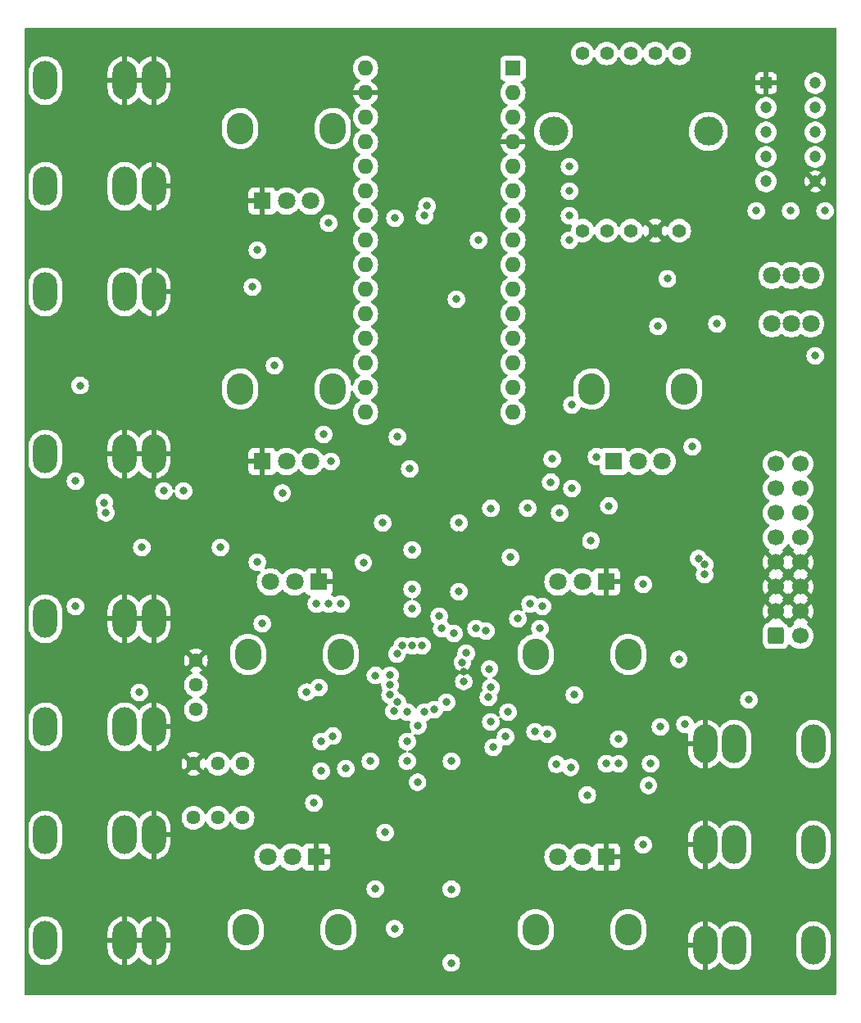
<source format=gbr>
%TF.GenerationSoftware,KiCad,Pcbnew,7.0.2*%
%TF.CreationDate,2023-06-19T11:50:49-04:00*%
%TF.ProjectId,SSI2130_Oscillator,53534932-3133-4305-9f4f-7363696c6c61,rev?*%
%TF.SameCoordinates,Original*%
%TF.FileFunction,Copper,L3,Inr*%
%TF.FilePolarity,Positive*%
%FSLAX46Y46*%
G04 Gerber Fmt 4.6, Leading zero omitted, Abs format (unit mm)*
G04 Created by KiCad (PCBNEW 7.0.2) date 2023-06-19 11:50:49*
%MOMM*%
%LPD*%
G01*
G04 APERTURE LIST*
G04 Aperture macros list*
%AMRoundRect*
0 Rectangle with rounded corners*
0 $1 Rounding radius*
0 $2 $3 $4 $5 $6 $7 $8 $9 X,Y pos of 4 corners*
0 Add a 4 corners polygon primitive as box body*
4,1,4,$2,$3,$4,$5,$6,$7,$8,$9,$2,$3,0*
0 Add four circle primitives for the rounded corners*
1,1,$1+$1,$2,$3*
1,1,$1+$1,$4,$5*
1,1,$1+$1,$6,$7*
1,1,$1+$1,$8,$9*
0 Add four rect primitives between the rounded corners*
20,1,$1+$1,$2,$3,$4,$5,0*
20,1,$1+$1,$4,$5,$6,$7,0*
20,1,$1+$1,$6,$7,$8,$9,0*
20,1,$1+$1,$8,$9,$2,$3,0*%
G04 Aperture macros list end*
%TA.AperFunction,ComponentPad*%
%ADD10C,1.800000*%
%TD*%
%TA.AperFunction,ComponentPad*%
%ADD11R,1.200000X1.200000*%
%TD*%
%TA.AperFunction,ComponentPad*%
%ADD12C,1.200000*%
%TD*%
%TA.AperFunction,ComponentPad*%
%ADD13O,2.500000X4.000000*%
%TD*%
%TA.AperFunction,ComponentPad*%
%ADD14C,1.440000*%
%TD*%
%TA.AperFunction,ComponentPad*%
%ADD15O,2.720000X3.240000*%
%TD*%
%TA.AperFunction,ComponentPad*%
%ADD16R,1.800000X1.800000*%
%TD*%
%TA.AperFunction,ComponentPad*%
%ADD17C,1.400000*%
%TD*%
%TA.AperFunction,ComponentPad*%
%ADD18C,3.000000*%
%TD*%
%TA.AperFunction,ComponentPad*%
%ADD19R,1.600000X1.600000*%
%TD*%
%TA.AperFunction,ComponentPad*%
%ADD20O,1.600000X1.600000*%
%TD*%
%TA.AperFunction,ComponentPad*%
%ADD21RoundRect,0.250000X-0.600000X-0.600000X0.600000X-0.600000X0.600000X0.600000X-0.600000X0.600000X0*%
%TD*%
%TA.AperFunction,ComponentPad*%
%ADD22C,1.700000*%
%TD*%
%TA.AperFunction,ViaPad*%
%ADD23C,0.800000*%
%TD*%
%TA.AperFunction,ViaPad*%
%ADD24C,1.000000*%
%TD*%
G04 APERTURE END LIST*
D10*
%TO.N,unconnected-(SW1-A-Pad1)*%
%TO.C,SW1*%
X107292000Y-50615000D03*
%TO.N,Net-(U6A--)*%
X109292000Y-50615000D03*
%TO.N,Net-(R57-Pad2)*%
X111292000Y-50615000D03*
%TO.N,unconnected-(SW1-A-Pad4)*%
X107292000Y-55615000D03*
%TO.N,ARDUINOPOWER*%
X109292000Y-55615000D03*
%TO.N,Net-(R90-Pad2)*%
X111292000Y-55615000D03*
%TD*%
D11*
%TO.N,GND*%
%TO.C,DS1*%
X106680000Y-30734000D03*
D12*
%TO.N,F*%
X106680000Y-33274000D03*
%TO.N,G*%
X106680000Y-35814000D03*
%TO.N,E*%
X106680000Y-38354000D03*
%TO.N,D*%
X106680000Y-40894000D03*
%TO.N,GND*%
X111760000Y-40894000D03*
%TO.N,DP*%
X111760000Y-38354000D03*
%TO.N,C*%
X111760000Y-35814000D03*
%TO.N,B*%
X111760000Y-33274000D03*
%TO.N,A*%
X111760000Y-30734000D03*
%TD*%
D13*
%TO.N,GND*%
%TO.C,J2*%
X43386000Y-119380000D03*
X40386000Y-119380000D03*
%TO.N,Net-(J2-Pad3)*%
X32186000Y-119380000D03*
%TD*%
%TO.N,GND*%
%TO.C,J3*%
X43386000Y-69088000D03*
X40386000Y-69088000D03*
%TO.N,Net-(J3-Pad3)*%
X32186000Y-69088000D03*
%TD*%
%TO.N,GND*%
%TO.C,J6*%
X43386000Y-97282000D03*
%TO.N,unconnected-(J6-Pad2)*%
X40386000Y-97282000D03*
%TO.N,Net-(C1-Pad2)*%
X32186000Y-97282000D03*
%TD*%
%TO.N,GND*%
%TO.C,J7*%
X100378000Y-109474000D03*
%TO.N,unconnected-(J7-Pad2)*%
X103378000Y-109474000D03*
%TO.N,SIN_OUT*%
X111578000Y-109474000D03*
%TD*%
%TO.N,GND*%
%TO.C,J8*%
X100378000Y-99060000D03*
%TO.N,unconnected-(J8-Pad2)*%
X103378000Y-99060000D03*
%TO.N,SQUARE_OUT*%
X111578000Y-99060000D03*
%TD*%
%TO.N,GND*%
%TO.C,J9*%
X100378000Y-119888000D03*
%TO.N,unconnected-(J9-Pad2)*%
X103378000Y-119888000D03*
%TO.N,MIX_OUT*%
X111578000Y-119888000D03*
%TD*%
%TO.N,GND*%
%TO.C,J10*%
X43386000Y-41402000D03*
%TO.N,unconnected-(J10-Pad2)*%
X40386000Y-41402000D03*
%TO.N,Net-(J10-Pad3)*%
X32186000Y-41402000D03*
%TD*%
%TO.N,GND*%
%TO.C,J11*%
X43386000Y-52324000D03*
%TO.N,unconnected-(J11-Pad2)*%
X40386000Y-52324000D03*
%TO.N,Net-(J11-Pad3)*%
X32186000Y-52324000D03*
%TD*%
%TO.N,GND*%
%TO.C,J12*%
X43386000Y-30480000D03*
X40386000Y-30480000D03*
%TO.N,Net-(U3B-+)*%
X32186000Y-30480000D03*
%TD*%
D14*
%TO.N,VREF*%
%TO.C,RV1*%
X52578000Y-101092000D03*
%TO.N,Net-(R43-Pad1)*%
X50038000Y-101092000D03*
%TO.N,GND*%
X47498000Y-101092000D03*
%TD*%
%TO.N,Net-(U11-EXPO_SCALE)*%
%TO.C,RV2*%
X52578000Y-106680000D03*
%TO.N,Net-(R45-Pad2)*%
X50038000Y-106680000D03*
X47498000Y-106680000D03*
%TD*%
D15*
%TO.N,*%
%TO.C,RV4*%
X62498000Y-118244000D03*
X52898000Y-118244000D03*
D16*
%TO.N,GND*%
X60198000Y-110744000D03*
D10*
%TO.N,PWM_CV*%
X57698000Y-110744000D03*
%TO.N,Net-(J2-Pad3)*%
X55198000Y-110744000D03*
%TD*%
D15*
%TO.N,*%
%TO.C,RV5*%
X92470000Y-118244000D03*
X82870000Y-118244000D03*
D16*
%TO.N,GND*%
X90170000Y-110744000D03*
D10*
%TO.N,PWM_OFFSET*%
X87670000Y-110744000D03*
%TO.N,+5V*%
X85170000Y-110744000D03*
%TD*%
D15*
%TO.N,*%
%TO.C,RV6*%
X52310000Y-62350000D03*
X61910000Y-62350000D03*
D16*
%TO.N,GND*%
X54610000Y-69850000D03*
D10*
%TO.N,MIX_CV*%
X57110000Y-69850000D03*
%TO.N,Net-(J3-Pad3)*%
X59610000Y-69850000D03*
%TD*%
D15*
%TO.N,*%
%TO.C,RV7*%
X88632000Y-62350000D03*
X98232000Y-62350000D03*
D16*
%TO.N,-5V*%
X90932000Y-69850000D03*
D10*
%TO.N,MIX_OFFSET*%
X93432000Y-69850000D03*
%TO.N,+5V*%
X95932000Y-69850000D03*
%TD*%
D15*
%TO.N,*%
%TO.C,RV8*%
X62752000Y-89796000D03*
X53152000Y-89796000D03*
D16*
%TO.N,GND*%
X60452000Y-82296000D03*
D10*
%TO.N,Net-(U3C-+)*%
X57952000Y-82296000D03*
%TO.N,Net-(J4-Pad3)*%
X55452000Y-82296000D03*
%TD*%
D15*
%TO.N,*%
%TO.C,RV9*%
X92470000Y-89796000D03*
X82870000Y-89796000D03*
D16*
%TO.N,GND*%
X90170000Y-82296000D03*
D10*
%TO.N,TZFM_TZPM_IN*%
X87670000Y-82296000D03*
%TO.N,Net-(J5-Pad3)*%
X85170000Y-82296000D03*
%TD*%
D15*
%TO.N,*%
%TO.C,RV11*%
X52310000Y-35426000D03*
X61910000Y-35426000D03*
D16*
%TO.N,GND*%
X54610000Y-42926000D03*
D10*
%TO.N,CENTER_PITCH*%
X57110000Y-42926000D03*
%TO.N,+5V*%
X59610000Y-42926000D03*
%TD*%
D17*
%TO.N,Net-(S1-C_1)*%
%TO.C,S1*%
X97710000Y-45980000D03*
%TO.N,GND*%
X95210000Y-45980000D03*
%TO.N,Net-(R82-Pad1)*%
X92710000Y-45980000D03*
%TO.N,Net-(R79-Pad1)*%
X90210000Y-45980000D03*
%TO.N,Net-(R77-Pad1)*%
X87710000Y-45980000D03*
%TO.N,Net-(R68-Pad1)*%
X87710000Y-27680000D03*
%TO.N,Net-(U10-K)*%
X90210000Y-27680000D03*
%TO.N,unconnected-(S1-Pad8)*%
X92710000Y-27680000D03*
%TO.N,unconnected-(S1-Pad9)*%
X95210000Y-27680000D03*
%TO.N,unconnected-(S1-C_2-Pad10)*%
X97710000Y-27680000D03*
D18*
%TO.N,unconnected-(S1-PadMH1)*%
X84710000Y-35730000D03*
%TO.N,unconnected-(S1-PadMH2)*%
X100710000Y-35730000D03*
%TD*%
D13*
%TO.N,GND*%
%TO.C,J5*%
X43386000Y-108458000D03*
%TO.N,Net-(C1-Pad1)*%
X40386000Y-108458000D03*
%TO.N,Net-(J5-Pad3)*%
X32186000Y-108458000D03*
%TD*%
D14*
%TO.N,GND*%
%TO.C,RV3*%
X47752000Y-90424000D03*
%TO.N,HFTRIM*%
X47752000Y-92964000D03*
%TO.N,Net-(U11-HF_TRACK)*%
X47752000Y-95504000D03*
%TD*%
D13*
%TO.N,GND*%
%TO.C,J4*%
X43386000Y-86106000D03*
X40386000Y-86106000D03*
%TO.N,Net-(J4-Pad3)*%
X32186000Y-86106000D03*
%TD*%
D19*
%TO.N,unconnected-(A1-D1{slash}TX-Pad1)*%
%TO.C,A1*%
X80518000Y-29210000D03*
D20*
%TO.N,unconnected-(A1-D0{slash}RX-Pad2)*%
X80518000Y-31750000D03*
%TO.N,unconnected-(A1-~{RESET}-Pad3)*%
X80518000Y-34290000D03*
%TO.N,GND*%
X80518000Y-36830000D03*
%TO.N,Net-(A1-D2)*%
X80518000Y-39370000D03*
%TO.N,Net-(A1-D3)*%
X80518000Y-41910000D03*
%TO.N,Net-(A1-D4)*%
X80518000Y-44450000D03*
%TO.N,Net-(A1-D5)*%
X80518000Y-46990000D03*
%TO.N,Net-(A1-D6)*%
X80518000Y-49530000D03*
%TO.N,Net-(A1-D7)*%
X80518000Y-52070000D03*
%TO.N,Net-(A1-D8)*%
X80518000Y-54610000D03*
%TO.N,Net-(A1-D9)*%
X80518000Y-57150000D03*
%TO.N,Net-(A1-D10)*%
X80518000Y-59690000D03*
%TO.N,Net-(A1-D11)*%
X80518000Y-62230000D03*
%TO.N,Net-(A1-D12)*%
X80518000Y-64770000D03*
%TO.N,unconnected-(A1-D13-Pad16)*%
X65278000Y-64770000D03*
%TO.N,unconnected-(A1-3V3-Pad17)*%
X65278000Y-62230000D03*
%TO.N,unconnected-(A1-AREF-Pad18)*%
X65278000Y-59690000D03*
%TO.N,Net-(A1-A0)*%
X65278000Y-57150000D03*
%TO.N,unconnected-(A1-A1-Pad20)*%
X65278000Y-54610000D03*
%TO.N,unconnected-(A1-A2-Pad21)*%
X65278000Y-52070000D03*
%TO.N,unconnected-(A1-A3-Pad22)*%
X65278000Y-49530000D03*
%TO.N,unconnected-(A1-A4-Pad23)*%
X65278000Y-46990000D03*
%TO.N,unconnected-(A1-A5-Pad24)*%
X65278000Y-44450000D03*
%TO.N,unconnected-(A1-A6-Pad25)*%
X65278000Y-41910000D03*
%TO.N,unconnected-(A1-A7-Pad26)*%
X65278000Y-39370000D03*
%TO.N,unconnected-(A1-+5V-Pad27)*%
X65278000Y-36830000D03*
%TO.N,unconnected-(A1-~{RESET}-Pad28)*%
X65278000Y-34290000D03*
%TO.N,GND*%
X65278000Y-31750000D03*
%TO.N,ARDUINOPOWER*%
X65278000Y-29210000D03*
%TD*%
D21*
%TO.N,Net-(D3-K)*%
%TO.C,J1*%
X107696000Y-87884000D03*
D22*
X110236000Y-87884000D03*
%TO.N,GND*%
X107696000Y-85344000D03*
X110236000Y-85344000D03*
X107696000Y-82804000D03*
X110236000Y-82804000D03*
X107696000Y-80264000D03*
X110236000Y-80264000D03*
%TO.N,Net-(D2-A)*%
X107696000Y-77724000D03*
X110236000Y-77724000D03*
%TO.N,Net-(D1-A)*%
X107696000Y-75184000D03*
X110236000Y-75184000D03*
%TO.N,Net-(J1-Pin_13)*%
X107696000Y-72644000D03*
X110236000Y-72644000D03*
%TO.N,Main_VPO*%
X107696000Y-70104000D03*
X110236000Y-70104000D03*
%TD*%
D23*
%TO.N,Net-(U10-K)*%
X53594000Y-51816000D03*
%TO.N,Main_VPO*%
X74676000Y-53086000D03*
%TO.N,Net-(U6A--)*%
X71628000Y-43434000D03*
X76962000Y-46990000D03*
%TO.N,GND*%
X106680000Y-59944000D03*
%TO.N,VOLT_PER_OCTAVE*%
X101600000Y-55626000D03*
%TO.N,Net-(D16-A)*%
X111760000Y-58928000D03*
%TO.N,-12V*%
X69850000Y-70612000D03*
X68580000Y-67310000D03*
%TO.N,Net-(U6A--)*%
X68326000Y-44704000D03*
%TO.N,Net-(S1-C_1)*%
X71374000Y-44450000D03*
X61468000Y-45212000D03*
%TO.N,GND*%
X52578000Y-54356000D03*
X57404000Y-54356000D03*
%TO.N,+12V*%
X54102000Y-48006000D03*
%TO.N,-5V*%
X59182000Y-93688500D03*
%TO.N,VOLT_PER_OCTAVE*%
X55884999Y-59944000D03*
%TO.N,GND*%
X85059000Y-78009000D03*
X75070000Y-101740000D03*
X57531000Y-104775000D03*
X96897500Y-100206500D03*
X79502000Y-88646000D03*
X40640000Y-77470000D03*
X75465326Y-91601306D03*
X70384000Y-121386000D03*
X69088000Y-113030000D03*
X107442000Y-46990000D03*
X76200000Y-118110000D03*
X71120000Y-77470000D03*
X63294258Y-92250258D03*
X81534000Y-92710000D03*
X103356000Y-87144000D03*
X65024000Y-102108000D03*
X90678000Y-99822000D03*
X46228000Y-77470000D03*
X96520000Y-74422000D03*
X76200000Y-119380000D03*
X78245000Y-101587000D03*
X74930000Y-77470000D03*
X37338000Y-61976000D03*
X84074000Y-103632000D03*
X69850000Y-102108000D03*
X38100000Y-78740000D03*
X37338000Y-41656000D03*
X77470000Y-113030000D03*
X52307500Y-77486500D03*
X82550000Y-70866000D03*
X110998000Y-46990000D03*
X76200000Y-116840000D03*
X37338000Y-53848000D03*
D24*
X45672000Y-88392000D03*
D23*
X75438000Y-94234000D03*
X73660000Y-89662000D03*
X65363807Y-75015807D03*
X95758000Y-102362000D03*
%TO.N,ARDUINOPOWER*%
X99060000Y-68326000D03*
%TO.N,+12V*%
X99696000Y-79882000D03*
X42164000Y-78740000D03*
X65786000Y-100838000D03*
X67056000Y-76200000D03*
X88581000Y-78043000D03*
X86487000Y-101473000D03*
X74142000Y-121692000D03*
X100330000Y-80516000D03*
X100330000Y-81534000D03*
%TO.N,-12V*%
X97663000Y-90297000D03*
X74168000Y-100838000D03*
X68295000Y-118141000D03*
X93980000Y-82550000D03*
X94742000Y-101092000D03*
X50292000Y-78740000D03*
X84424000Y-71978000D03*
X74930000Y-76200000D03*
%TO.N,Net-(U9--)*%
X82042000Y-74676000D03*
X78245010Y-74689010D03*
%TO.N,TIME_REVERSE*%
X90434500Y-74432500D03*
X83566000Y-84836000D03*
X77724000Y-87376000D03*
X75692000Y-89666000D03*
%TO.N,+5V*%
X71374000Y-95758000D03*
X86868000Y-93980000D03*
X86614000Y-64008000D03*
X70104000Y-78994000D03*
X74930000Y-83312000D03*
X82296000Y-84582000D03*
X90174653Y-101087347D03*
X74155000Y-114059000D03*
X78092000Y-91300000D03*
%TO.N,-5V*%
X67310000Y-108204000D03*
X73152000Y-87122000D03*
X66294000Y-114046000D03*
X81026000Y-86106000D03*
X83312000Y-87122000D03*
X66305675Y-91959675D03*
X35306000Y-84836000D03*
X93980000Y-109474000D03*
X68533299Y-89732051D03*
%TO.N,Net-(U1A--)*%
X84582000Y-69596000D03*
X89154000Y-69349999D03*
X61722000Y-69850000D03*
X65060990Y-80300990D03*
%TO.N,Net-(U11-SOFT_SYNC)*%
X76708000Y-87122000D03*
X70104000Y-83058000D03*
X75298298Y-90615352D03*
X60960000Y-67056000D03*
%TO.N,Net-(Q2-E)*%
X35788000Y-62002000D03*
X70104000Y-85090000D03*
%TO.N,Net-(C35-Pad1)*%
X38443990Y-75145990D03*
X46482000Y-72898000D03*
%TO.N,PWM+*%
X69596000Y-98806000D03*
X70656282Y-103001340D03*
X79756000Y-98298000D03*
X68223953Y-95677990D03*
X69596000Y-100838000D03*
%TO.N,SQO*%
X91440000Y-101092000D03*
X91440000Y-98552000D03*
%TO.N,MIXO*%
X94526010Y-103339990D03*
X80010000Y-95758000D03*
%TO.N,Net-(D10-A)*%
X54102000Y-80264000D03*
X35306000Y-71882000D03*
%TO.N,DP*%
X86360000Y-46990000D03*
%TO.N,C*%
X86360000Y-44450000D03*
%TO.N,B*%
X86360000Y-41910000D03*
%TO.N,A*%
X86360000Y-39370000D03*
%TO.N,Net-(D9-A)*%
X38291000Y-74105000D03*
X44450000Y-72898000D03*
%TO.N,Net-(J5-Pad3)*%
X54610000Y-86614000D03*
X41910000Y-93726000D03*
%TO.N,Net-(D13-A)*%
X112776000Y-43942000D03*
%TO.N,Net-(D14-A)*%
X109220000Y-43942000D03*
%TO.N,Net-(D15-A)*%
X105664000Y-43942000D03*
%TO.N,VREF*%
X88203000Y-104329000D03*
X85028000Y-101154000D03*
%TO.N,LIN_FREQ*%
X72898000Y-85852000D03*
X74422000Y-87630000D03*
X75433371Y-92600798D03*
X80264000Y-79756000D03*
%TO.N,TRI_MIX*%
X60198000Y-84582000D03*
X69088000Y-88900000D03*
%TO.N,PULSE_MIX*%
X71120000Y-88900000D03*
X62738000Y-84582000D03*
%TO.N,SAW_MIX*%
X61468000Y-84582000D03*
X70104000Y-88900000D03*
%TO.N,TRO*%
X68580000Y-94742000D03*
X63246000Y-101600000D03*
X69596000Y-95758000D03*
%TO.N,Net-(U3B-+)*%
X60706000Y-98806000D03*
%TO.N,SINO*%
X73660000Y-94742000D03*
X84074000Y-98044000D03*
%TO.N,Net-(U9-+)*%
X86614000Y-72644000D03*
X85344000Y-75184000D03*
%TO.N,Net-(U11-SINE_IN+)*%
X59944000Y-105156000D03*
X67818000Y-93980000D03*
%TO.N,Net-(U11-BW_COMP)*%
X72393024Y-95500976D03*
X77978000Y-94234000D03*
%TO.N,Net-(U11-SINE_IN-)*%
X60706000Y-101854000D03*
X67818000Y-92964000D03*
%TO.N,Net-(U11-SQUARE_OUT)*%
X82799347Y-97794653D03*
X70725975Y-97168025D03*
%TO.N,Net-(U11-EXPO_SCALE)*%
X78486000Y-99387999D03*
X78232000Y-96774000D03*
X78232000Y-93218000D03*
%TO.N,Net-(U11-HF_TRACK)*%
X67818000Y-91948000D03*
X60452000Y-93218000D03*
%TO.N,Net-(U3C-+)*%
X61907142Y-98229142D03*
%TO.N,TUNER_SIGNAL*%
X95504000Y-55880000D03*
X98298000Y-97028000D03*
X104902000Y-94488000D03*
X95758000Y-97282000D03*
%TO.N,VOLT_PER_OCTAVE*%
X56677001Y-73116999D03*
X96480000Y-50969999D03*
%TD*%
%TA.AperFunction,Conductor*%
%TO.N,GND*%
G36*
X42601123Y-119200857D02*
G01*
X42580938Y-119380000D01*
X42601123Y-119559143D01*
X42627316Y-119634000D01*
X41144684Y-119634000D01*
X41170877Y-119559143D01*
X41191062Y-119380000D01*
X41170877Y-119200857D01*
X41144684Y-119126000D01*
X42627316Y-119126000D01*
X42601123Y-119200857D01*
G37*
%TD.AperFunction*%
%TA.AperFunction,Conductor*%
G36*
X42601123Y-85926857D02*
G01*
X42580938Y-86106000D01*
X42601123Y-86285143D01*
X42627316Y-86360000D01*
X41144684Y-86360000D01*
X41170877Y-86285143D01*
X41191062Y-86106000D01*
X41170877Y-85926857D01*
X41144684Y-85852000D01*
X42627316Y-85852000D01*
X42601123Y-85926857D01*
G37*
%TD.AperFunction*%
%TA.AperFunction,Conductor*%
G36*
X109776507Y-85553844D02*
G01*
X109854239Y-85674798D01*
X109962900Y-85768952D01*
X110093685Y-85828680D01*
X110108412Y-85830797D01*
X109470310Y-86468899D01*
X109490697Y-86484767D01*
X109524206Y-86502901D01*
X109574597Y-86552914D01*
X109589949Y-86622231D01*
X109565388Y-86688844D01*
X109524207Y-86724528D01*
X109490423Y-86742811D01*
X109312762Y-86881091D01*
X109199484Y-87004143D01*
X109138631Y-87040714D01*
X109067666Y-87038579D01*
X109009121Y-86998417D01*
X108993692Y-86970306D01*
X108988116Y-86961266D01*
X108988115Y-86961262D01*
X108895030Y-86810348D01*
X108895028Y-86810346D01*
X108895027Y-86810344D01*
X108769655Y-86684972D01*
X108701514Y-86642942D01*
X108618738Y-86591885D01*
X108549511Y-86568946D01*
X108491141Y-86528533D01*
X108469661Y-86476870D01*
X107823588Y-85830797D01*
X107838315Y-85828680D01*
X107969100Y-85768952D01*
X108077761Y-85674798D01*
X108155493Y-85553844D01*
X108180360Y-85469150D01*
X108819076Y-86107866D01*
X108860516Y-86044439D01*
X108914520Y-85998351D01*
X108984868Y-85988776D01*
X109049225Y-86018754D01*
X109071482Y-86044439D01*
X109112921Y-86107866D01*
X109112923Y-86107866D01*
X109751638Y-85469150D01*
X109776507Y-85553844D01*
G37*
%TD.AperFunction*%
%TA.AperFunction,Conductor*%
G36*
X109776507Y-83013844D02*
G01*
X109854239Y-83134798D01*
X109962900Y-83228952D01*
X110093685Y-83288680D01*
X110108412Y-83290797D01*
X109470310Y-83928899D01*
X109490699Y-83944768D01*
X109524733Y-83963187D01*
X109575123Y-84013200D01*
X109590475Y-84082517D01*
X109565914Y-84149130D01*
X109524733Y-84184813D01*
X109490702Y-84203229D01*
X109470310Y-84219099D01*
X110108411Y-84857202D01*
X110093685Y-84859320D01*
X109962900Y-84919048D01*
X109854239Y-85013202D01*
X109776507Y-85134156D01*
X109751638Y-85218849D01*
X109112922Y-84580132D01*
X109112921Y-84580132D01*
X109071482Y-84643560D01*
X109017478Y-84689648D01*
X108947130Y-84699223D01*
X108882773Y-84669245D01*
X108860516Y-84643560D01*
X108819075Y-84580132D01*
X108180360Y-85218846D01*
X108155493Y-85134156D01*
X108077761Y-85013202D01*
X107969100Y-84919048D01*
X107838315Y-84859320D01*
X107823587Y-84857202D01*
X108461689Y-84219100D01*
X108461688Y-84219099D01*
X108441302Y-84203232D01*
X108407265Y-84184812D01*
X108356875Y-84134798D01*
X108341524Y-84065481D01*
X108366086Y-83998868D01*
X108407268Y-83963184D01*
X108441306Y-83944763D01*
X108461688Y-83928899D01*
X108461689Y-83928898D01*
X107823588Y-83290797D01*
X107838315Y-83288680D01*
X107969100Y-83228952D01*
X108077761Y-83134798D01*
X108155493Y-83013844D01*
X108180360Y-82929151D01*
X108819076Y-83567867D01*
X108860516Y-83504439D01*
X108914520Y-83458351D01*
X108984868Y-83448776D01*
X109049225Y-83478754D01*
X109071482Y-83504439D01*
X109112921Y-83567866D01*
X109112923Y-83567866D01*
X109751638Y-82929150D01*
X109776507Y-83013844D01*
G37*
%TD.AperFunction*%
%TA.AperFunction,Conductor*%
G36*
X109776507Y-80473844D02*
G01*
X109854239Y-80594798D01*
X109962900Y-80688952D01*
X110093685Y-80748680D01*
X110108412Y-80750797D01*
X109470310Y-81388899D01*
X109490699Y-81404768D01*
X109524733Y-81423187D01*
X109575123Y-81473200D01*
X109590475Y-81542517D01*
X109565914Y-81609130D01*
X109524733Y-81644813D01*
X109490702Y-81663229D01*
X109470310Y-81679099D01*
X109470310Y-81679101D01*
X110108411Y-82317202D01*
X110093685Y-82319320D01*
X109962900Y-82379048D01*
X109854239Y-82473202D01*
X109776507Y-82594156D01*
X109751638Y-82678849D01*
X109112922Y-82040132D01*
X109112921Y-82040132D01*
X109071482Y-82103560D01*
X109017478Y-82149648D01*
X108947130Y-82159223D01*
X108882773Y-82129245D01*
X108860516Y-82103560D01*
X108819076Y-82040132D01*
X108180360Y-82678847D01*
X108155493Y-82594156D01*
X108077761Y-82473202D01*
X107969100Y-82379048D01*
X107838315Y-82319320D01*
X107823587Y-82317202D01*
X108461689Y-81679100D01*
X108461688Y-81679099D01*
X108441302Y-81663232D01*
X108407265Y-81644812D01*
X108356875Y-81594798D01*
X108341524Y-81525481D01*
X108366086Y-81458868D01*
X108407268Y-81423184D01*
X108441306Y-81404763D01*
X108461688Y-81388899D01*
X108461689Y-81388898D01*
X107823588Y-80750797D01*
X107838315Y-80748680D01*
X107969100Y-80688952D01*
X108077761Y-80594798D01*
X108155493Y-80473844D01*
X108180360Y-80389151D01*
X108819076Y-81027867D01*
X108860516Y-80964439D01*
X108914520Y-80918351D01*
X108984868Y-80908776D01*
X109049225Y-80938754D01*
X109071482Y-80964439D01*
X109112921Y-81027866D01*
X109112923Y-81027866D01*
X109751638Y-80389150D01*
X109776507Y-80473844D01*
G37*
%TD.AperFunction*%
%TA.AperFunction,Conductor*%
G36*
X109049226Y-78399670D02*
G01*
X109071480Y-78425353D01*
X109092193Y-78457056D01*
X109160278Y-78561268D01*
X109312762Y-78726908D01*
X109490422Y-78865188D01*
X109490424Y-78865189D01*
X109524205Y-78883470D01*
X109574596Y-78933482D01*
X109589949Y-79002799D01*
X109565389Y-79069413D01*
X109524208Y-79105097D01*
X109490700Y-79123230D01*
X109470310Y-79139099D01*
X109470310Y-79139101D01*
X110108411Y-79777202D01*
X110093685Y-79779320D01*
X109962900Y-79839048D01*
X109854239Y-79933202D01*
X109776507Y-80054156D01*
X109751638Y-80138849D01*
X109112922Y-79500132D01*
X109112921Y-79500132D01*
X109071482Y-79563560D01*
X109017478Y-79609648D01*
X108947130Y-79619223D01*
X108882773Y-79589245D01*
X108860516Y-79563560D01*
X108819076Y-79500132D01*
X108180360Y-80138847D01*
X108155493Y-80054156D01*
X108077761Y-79933202D01*
X107969100Y-79839048D01*
X107838315Y-79779320D01*
X107823587Y-79777202D01*
X108461689Y-79139100D01*
X108461688Y-79139099D01*
X108441300Y-79123230D01*
X108407792Y-79105097D01*
X108357402Y-79055084D01*
X108342050Y-78985767D01*
X108366611Y-78919154D01*
X108407790Y-78883472D01*
X108441576Y-78865189D01*
X108619240Y-78726906D01*
X108771722Y-78561268D01*
X108860518Y-78425354D01*
X108914521Y-78379268D01*
X108984869Y-78369693D01*
X109049226Y-78399670D01*
G37*
%TD.AperFunction*%
%TA.AperFunction,Conductor*%
G36*
X42601123Y-68908857D02*
G01*
X42580938Y-69088000D01*
X42601123Y-69267143D01*
X42627316Y-69342000D01*
X41144684Y-69342000D01*
X41170877Y-69267143D01*
X41191062Y-69088000D01*
X41170877Y-68908857D01*
X41144684Y-68834000D01*
X42627316Y-68834000D01*
X42601123Y-68908857D01*
G37*
%TD.AperFunction*%
%TA.AperFunction,Conductor*%
G36*
X42601123Y-30300857D02*
G01*
X42580938Y-30480000D01*
X42601123Y-30659143D01*
X42627316Y-30734000D01*
X41144684Y-30734000D01*
X41170877Y-30659143D01*
X41191062Y-30480000D01*
X41170877Y-30300857D01*
X41144684Y-30226000D01*
X42627316Y-30226000D01*
X42601123Y-30300857D01*
G37*
%TD.AperFunction*%
%TA.AperFunction,Conductor*%
G36*
X113916621Y-25045502D02*
G01*
X113963114Y-25099158D01*
X113974500Y-25151500D01*
X113974500Y-124848500D01*
X113954498Y-124916621D01*
X113900842Y-124963114D01*
X113848500Y-124974500D01*
X30151500Y-124974500D01*
X30083379Y-124954498D01*
X30036886Y-124900842D01*
X30025500Y-124848500D01*
X30025500Y-120195800D01*
X30427500Y-120195800D01*
X30427674Y-120198128D01*
X30427675Y-120198142D01*
X30442265Y-120392827D01*
X30500913Y-120649781D01*
X30568978Y-120823206D01*
X30597204Y-120895124D01*
X30728985Y-121123376D01*
X30893314Y-121329438D01*
X31086519Y-121508706D01*
X31304284Y-121657176D01*
X31394459Y-121700602D01*
X31541745Y-121771532D01*
X31597913Y-121788857D01*
X31793600Y-121849218D01*
X32054219Y-121888500D01*
X32054221Y-121888500D01*
X32317779Y-121888500D01*
X32317781Y-121888500D01*
X32578400Y-121849218D01*
X32830254Y-121771532D01*
X33067715Y-121657176D01*
X33285481Y-121508706D01*
X33478686Y-121329438D01*
X33643015Y-121123376D01*
X33774796Y-120895124D01*
X33871087Y-120649780D01*
X33929735Y-120392826D01*
X33944500Y-120195800D01*
X33944500Y-120193435D01*
X38628000Y-120193435D01*
X38628175Y-120198130D01*
X38642760Y-120392751D01*
X38701392Y-120649634D01*
X38797655Y-120894907D01*
X38929397Y-121123090D01*
X39093680Y-121329095D01*
X39286834Y-121508317D01*
X39504534Y-121656741D01*
X39741928Y-121771065D01*
X39993707Y-121848728D01*
X40131999Y-121869572D01*
X40131999Y-120138683D01*
X40206857Y-120164877D01*
X40341074Y-120180000D01*
X40430926Y-120180000D01*
X40565143Y-120164877D01*
X40640000Y-120138683D01*
X40640000Y-121869572D01*
X40778292Y-121848728D01*
X41030071Y-121771065D01*
X41267465Y-121656741D01*
X41485165Y-121508317D01*
X41678322Y-121329093D01*
X41787489Y-121192202D01*
X41845600Y-121151414D01*
X41916537Y-121148517D01*
X41977779Y-121184433D01*
X41984511Y-121192202D01*
X42093677Y-121329093D01*
X42286834Y-121508317D01*
X42504534Y-121656741D01*
X42741928Y-121771065D01*
X42993707Y-121848728D01*
X43132000Y-121869572D01*
X43132000Y-120138683D01*
X43206857Y-120164877D01*
X43341074Y-120180000D01*
X43430926Y-120180000D01*
X43565143Y-120164877D01*
X43640000Y-120138683D01*
X43640000Y-121869572D01*
X43778292Y-121848728D01*
X44030071Y-121771065D01*
X44194250Y-121692000D01*
X73228496Y-121692000D01*
X73248458Y-121881929D01*
X73307472Y-122063556D01*
X73402958Y-122228942D01*
X73518017Y-122356728D01*
X73530747Y-122370866D01*
X73685248Y-122483118D01*
X73859712Y-122560794D01*
X74046513Y-122600500D01*
X74046515Y-122600500D01*
X74237485Y-122600500D01*
X74237487Y-122600500D01*
X74424288Y-122560794D01*
X74598752Y-122483118D01*
X74753253Y-122370866D01*
X74881040Y-122228944D01*
X74976527Y-122063556D01*
X75035542Y-121881928D01*
X75055504Y-121692000D01*
X75035542Y-121502072D01*
X75003321Y-121402907D01*
X74976527Y-121320443D01*
X74881041Y-121155057D01*
X74753252Y-121013133D01*
X74598753Y-120900883D01*
X74598752Y-120900882D01*
X74424288Y-120823206D01*
X74237487Y-120783500D01*
X74046513Y-120783500D01*
X73921978Y-120809970D01*
X73859711Y-120823206D01*
X73685246Y-120900883D01*
X73530747Y-121013133D01*
X73402958Y-121155057D01*
X73307472Y-121320443D01*
X73248458Y-121502070D01*
X73228496Y-121692000D01*
X44194250Y-121692000D01*
X44267465Y-121656741D01*
X44485165Y-121508317D01*
X44678319Y-121329095D01*
X44842602Y-121123090D01*
X44974344Y-120894907D01*
X45050277Y-120701435D01*
X98620000Y-120701435D01*
X98620175Y-120706130D01*
X98634760Y-120900751D01*
X98693392Y-121157634D01*
X98789655Y-121402907D01*
X98921397Y-121631090D01*
X99085680Y-121837095D01*
X99278834Y-122016317D01*
X99496534Y-122164741D01*
X99733928Y-122279065D01*
X99985707Y-122356728D01*
X100124000Y-122377572D01*
X100124000Y-120646683D01*
X100198857Y-120672877D01*
X100333074Y-120688000D01*
X100422926Y-120688000D01*
X100557143Y-120672877D01*
X100632000Y-120646683D01*
X100632000Y-122377572D01*
X100770292Y-122356728D01*
X101022071Y-122279065D01*
X101259465Y-122164741D01*
X101477165Y-122016317D01*
X101670322Y-121837093D01*
X101779169Y-121700603D01*
X101837280Y-121659815D01*
X101908217Y-121656918D01*
X101969459Y-121692834D01*
X101976189Y-121700600D01*
X102085314Y-121837438D01*
X102278519Y-122016706D01*
X102496284Y-122165176D01*
X102619388Y-122224460D01*
X102733745Y-122279532D01*
X102789913Y-122296857D01*
X102985600Y-122357218D01*
X103246219Y-122396500D01*
X103246221Y-122396500D01*
X103509779Y-122396500D01*
X103509781Y-122396500D01*
X103770400Y-122357218D01*
X104022254Y-122279532D01*
X104259715Y-122165176D01*
X104477481Y-122016706D01*
X104670686Y-121837438D01*
X104835015Y-121631376D01*
X104966796Y-121403124D01*
X105063087Y-121157780D01*
X105121735Y-120900826D01*
X105136500Y-120703800D01*
X109819500Y-120703800D01*
X109819674Y-120706128D01*
X109819675Y-120706142D01*
X109834265Y-120900827D01*
X109892913Y-121157781D01*
X109960283Y-121329436D01*
X109989204Y-121403124D01*
X110120985Y-121631376D01*
X110285314Y-121837438D01*
X110478519Y-122016706D01*
X110696284Y-122165176D01*
X110819388Y-122224460D01*
X110933745Y-122279532D01*
X110989913Y-122296857D01*
X111185600Y-122357218D01*
X111446219Y-122396500D01*
X111446221Y-122396500D01*
X111709779Y-122396500D01*
X111709781Y-122396500D01*
X111970400Y-122357218D01*
X112222254Y-122279532D01*
X112459715Y-122165176D01*
X112677481Y-122016706D01*
X112870686Y-121837438D01*
X113035015Y-121631376D01*
X113166796Y-121403124D01*
X113263087Y-121157780D01*
X113321735Y-120900826D01*
X113336500Y-120703800D01*
X113336500Y-119072200D01*
X113321735Y-118875174D01*
X113263087Y-118618220D01*
X113166796Y-118372876D01*
X113035015Y-118144624D01*
X112870686Y-117938562D01*
X112677481Y-117759294D01*
X112677477Y-117759291D01*
X112677476Y-117759290D01*
X112459716Y-117610824D01*
X112222254Y-117496467D01*
X112040159Y-117440299D01*
X111970400Y-117418782D01*
X111709781Y-117379500D01*
X111446219Y-117379500D01*
X111185600Y-117418782D01*
X111185596Y-117418783D01*
X111185597Y-117418783D01*
X110933748Y-117496467D01*
X110696282Y-117610825D01*
X110478522Y-117759291D01*
X110285313Y-117938563D01*
X110229373Y-118008709D01*
X110143665Y-118116185D01*
X110120983Y-118144627D01*
X109989204Y-118372875D01*
X109892913Y-118618218D01*
X109834265Y-118875172D01*
X109819675Y-119069857D01*
X109819675Y-119069869D01*
X109819500Y-119072200D01*
X109819500Y-120703800D01*
X105136500Y-120703800D01*
X105136500Y-119072200D01*
X105121735Y-118875174D01*
X105063087Y-118618220D01*
X104966796Y-118372876D01*
X104835015Y-118144624D01*
X104670686Y-117938562D01*
X104477481Y-117759294D01*
X104477477Y-117759291D01*
X104477476Y-117759290D01*
X104259716Y-117610824D01*
X104022254Y-117496467D01*
X103840159Y-117440299D01*
X103770400Y-117418782D01*
X103509781Y-117379500D01*
X103246219Y-117379500D01*
X102985600Y-117418782D01*
X102985596Y-117418783D01*
X102985597Y-117418783D01*
X102733748Y-117496467D01*
X102496282Y-117610825D01*
X102278522Y-117759291D01*
X102085313Y-117938563D01*
X101976191Y-118075397D01*
X101918080Y-118116185D01*
X101847142Y-118119080D01*
X101785900Y-118083165D01*
X101779169Y-118075397D01*
X101670319Y-117938904D01*
X101477165Y-117759682D01*
X101259465Y-117611258D01*
X101022071Y-117496934D01*
X100770293Y-117419271D01*
X100632000Y-117398426D01*
X100632000Y-119129316D01*
X100557143Y-119103123D01*
X100422926Y-119088000D01*
X100333074Y-119088000D01*
X100198857Y-119103123D01*
X100123999Y-119129316D01*
X100124000Y-117398426D01*
X99985706Y-117419271D01*
X99733928Y-117496934D01*
X99496534Y-117611258D01*
X99278834Y-117759682D01*
X99085680Y-117938904D01*
X98921397Y-118144909D01*
X98789655Y-118373092D01*
X98693392Y-118618365D01*
X98634760Y-118875248D01*
X98620175Y-119069869D01*
X98620000Y-119074564D01*
X98620000Y-119634000D01*
X99619316Y-119634000D01*
X99593123Y-119708857D01*
X99572938Y-119888000D01*
X99593123Y-120067143D01*
X99619316Y-120142000D01*
X98620000Y-120142000D01*
X98620000Y-120701435D01*
X45050277Y-120701435D01*
X45070607Y-120649634D01*
X45129239Y-120392751D01*
X45143824Y-120198130D01*
X45144000Y-120193435D01*
X45144000Y-119634000D01*
X44144684Y-119634000D01*
X44170877Y-119559143D01*
X44191062Y-119380000D01*
X44170877Y-119200857D01*
X44144684Y-119126000D01*
X45144000Y-119126000D01*
X45144000Y-118572288D01*
X51029500Y-118572288D01*
X51029666Y-118574558D01*
X51029667Y-118574581D01*
X51044466Y-118776781D01*
X51074443Y-118911350D01*
X51096372Y-119009794D01*
X51103938Y-119043756D01*
X51201644Y-119299219D01*
X51335507Y-119537738D01*
X51502670Y-119754219D01*
X51699571Y-119944057D01*
X51699574Y-119944059D01*
X51922019Y-120103205D01*
X52165266Y-120228267D01*
X52424130Y-120316579D01*
X52693093Y-120366259D01*
X52966424Y-120376248D01*
X52966424Y-120376247D01*
X52966425Y-120376248D01*
X53034392Y-120368769D01*
X53238296Y-120346334D01*
X53502916Y-120277153D01*
X53754643Y-120170181D01*
X53988112Y-120027697D01*
X54198347Y-119852738D01*
X54380867Y-119649033D01*
X54531783Y-119420923D01*
X54647877Y-119173271D01*
X54726676Y-118911355D01*
X54740141Y-118819866D01*
X54766500Y-118640758D01*
X54766500Y-118572288D01*
X60629500Y-118572288D01*
X60629666Y-118574558D01*
X60629667Y-118574581D01*
X60644466Y-118776781D01*
X60674443Y-118911350D01*
X60696372Y-119009794D01*
X60703938Y-119043756D01*
X60801644Y-119299219D01*
X60935507Y-119537738D01*
X61102670Y-119754219D01*
X61299571Y-119944057D01*
X61299574Y-119944059D01*
X61522019Y-120103205D01*
X61765266Y-120228267D01*
X62024130Y-120316579D01*
X62293093Y-120366259D01*
X62566424Y-120376248D01*
X62566424Y-120376247D01*
X62566425Y-120376248D01*
X62634392Y-120368769D01*
X62838296Y-120346334D01*
X63102916Y-120277153D01*
X63354643Y-120170181D01*
X63588112Y-120027697D01*
X63798347Y-119852738D01*
X63980867Y-119649033D01*
X64131783Y-119420923D01*
X64247877Y-119173271D01*
X64326676Y-118911355D01*
X64340141Y-118819866D01*
X64366500Y-118640758D01*
X64366500Y-118140999D01*
X67381496Y-118140999D01*
X67401458Y-118330929D01*
X67460472Y-118512556D01*
X67555958Y-118677942D01*
X67555960Y-118677944D01*
X67683747Y-118819866D01*
X67838248Y-118932118D01*
X68012712Y-119009794D01*
X68199513Y-119049500D01*
X68199515Y-119049500D01*
X68390485Y-119049500D01*
X68390487Y-119049500D01*
X68577288Y-119009794D01*
X68751752Y-118932118D01*
X68906253Y-118819866D01*
X69034040Y-118677944D01*
X69095041Y-118572288D01*
X81001500Y-118572288D01*
X81001666Y-118574558D01*
X81001667Y-118574581D01*
X81016466Y-118776781D01*
X81046443Y-118911350D01*
X81068372Y-119009794D01*
X81075938Y-119043756D01*
X81173644Y-119299219D01*
X81307507Y-119537738D01*
X81474670Y-119754219D01*
X81671571Y-119944057D01*
X81671574Y-119944059D01*
X81894019Y-120103205D01*
X82137266Y-120228267D01*
X82396130Y-120316579D01*
X82665093Y-120366259D01*
X82938424Y-120376248D01*
X82938424Y-120376247D01*
X82938425Y-120376248D01*
X83006392Y-120368769D01*
X83210296Y-120346334D01*
X83474916Y-120277153D01*
X83726643Y-120170181D01*
X83960112Y-120027697D01*
X84170347Y-119852738D01*
X84352867Y-119649033D01*
X84503783Y-119420923D01*
X84619877Y-119173271D01*
X84698676Y-118911355D01*
X84712141Y-118819866D01*
X84738500Y-118640758D01*
X84738500Y-118572288D01*
X90601500Y-118572288D01*
X90601666Y-118574558D01*
X90601667Y-118574581D01*
X90616466Y-118776781D01*
X90646443Y-118911350D01*
X90668372Y-119009794D01*
X90675938Y-119043756D01*
X90773644Y-119299219D01*
X90907507Y-119537738D01*
X91074670Y-119754219D01*
X91271571Y-119944057D01*
X91271574Y-119944059D01*
X91494019Y-120103205D01*
X91737266Y-120228267D01*
X91996130Y-120316579D01*
X92265093Y-120366259D01*
X92538424Y-120376248D01*
X92538424Y-120376247D01*
X92538425Y-120376248D01*
X92606392Y-120368769D01*
X92810296Y-120346334D01*
X93074916Y-120277153D01*
X93326643Y-120170181D01*
X93560112Y-120027697D01*
X93770347Y-119852738D01*
X93952867Y-119649033D01*
X94103783Y-119420923D01*
X94219877Y-119173271D01*
X94298676Y-118911355D01*
X94312141Y-118819866D01*
X94338500Y-118640758D01*
X94338500Y-117918012D01*
X94338500Y-117915712D01*
X94323533Y-117711217D01*
X94264063Y-117444247D01*
X94190413Y-117251682D01*
X94166355Y-117188780D01*
X94032492Y-116950261D01*
X93865329Y-116733780D01*
X93668428Y-116543942D01*
X93551524Y-116460305D01*
X93445981Y-116384795D01*
X93202734Y-116259733D01*
X93202733Y-116259732D01*
X93202730Y-116259731D01*
X92943871Y-116171421D01*
X92674908Y-116121741D01*
X92401574Y-116111751D01*
X92129706Y-116141665D01*
X91865084Y-116210847D01*
X91613358Y-116317818D01*
X91379884Y-116460305D01*
X91169652Y-116635262D01*
X90987136Y-116838962D01*
X90836213Y-117067083D01*
X90720125Y-117314722D01*
X90641322Y-117576649D01*
X90601500Y-117847241D01*
X90601500Y-117847243D01*
X90601500Y-118572288D01*
X84738500Y-118572288D01*
X84738500Y-117918012D01*
X84738500Y-117915712D01*
X84723533Y-117711217D01*
X84664063Y-117444247D01*
X84590413Y-117251682D01*
X84566355Y-117188780D01*
X84432492Y-116950261D01*
X84265329Y-116733780D01*
X84068428Y-116543942D01*
X83951524Y-116460305D01*
X83845981Y-116384795D01*
X83602734Y-116259733D01*
X83602733Y-116259732D01*
X83602730Y-116259731D01*
X83343871Y-116171421D01*
X83074908Y-116121741D01*
X82801574Y-116111751D01*
X82529706Y-116141665D01*
X82265084Y-116210847D01*
X82013358Y-116317818D01*
X81779884Y-116460305D01*
X81569652Y-116635262D01*
X81387136Y-116838962D01*
X81236213Y-117067083D01*
X81120125Y-117314722D01*
X81041322Y-117576649D01*
X81001500Y-117847241D01*
X81001500Y-117847243D01*
X81001500Y-118572288D01*
X69095041Y-118572288D01*
X69129527Y-118512556D01*
X69188542Y-118330928D01*
X69208504Y-118141000D01*
X69188542Y-117951072D01*
X69129527Y-117769444D01*
X69129527Y-117769443D01*
X69034041Y-117604057D01*
X68937167Y-117496468D01*
X68906253Y-117462134D01*
X68881628Y-117444243D01*
X68818567Y-117398426D01*
X68751752Y-117349882D01*
X68577288Y-117272206D01*
X68390487Y-117232500D01*
X68199513Y-117232500D01*
X68074978Y-117258970D01*
X68012711Y-117272206D01*
X67838246Y-117349883D01*
X67683747Y-117462133D01*
X67555958Y-117604057D01*
X67460472Y-117769443D01*
X67401458Y-117951070D01*
X67381496Y-118140999D01*
X64366500Y-118140999D01*
X64366500Y-117918012D01*
X64366500Y-117915712D01*
X64351533Y-117711217D01*
X64292063Y-117444247D01*
X64218413Y-117251682D01*
X64194355Y-117188780D01*
X64060492Y-116950261D01*
X63893329Y-116733780D01*
X63696428Y-116543942D01*
X63579524Y-116460305D01*
X63473981Y-116384795D01*
X63230734Y-116259733D01*
X63230733Y-116259732D01*
X63230730Y-116259731D01*
X62971871Y-116171421D01*
X62702908Y-116121741D01*
X62429574Y-116111751D01*
X62157706Y-116141665D01*
X61893084Y-116210847D01*
X61641358Y-116317818D01*
X61407884Y-116460305D01*
X61197652Y-116635262D01*
X61015136Y-116838962D01*
X60864213Y-117067083D01*
X60748125Y-117314722D01*
X60669322Y-117576649D01*
X60629500Y-117847241D01*
X60629500Y-117847243D01*
X60629500Y-118572288D01*
X54766500Y-118572288D01*
X54766500Y-117918012D01*
X54766500Y-117915712D01*
X54751533Y-117711217D01*
X54692063Y-117444247D01*
X54618413Y-117251682D01*
X54594355Y-117188780D01*
X54460492Y-116950261D01*
X54293329Y-116733780D01*
X54096428Y-116543942D01*
X53979524Y-116460305D01*
X53873981Y-116384795D01*
X53630734Y-116259733D01*
X53630733Y-116259732D01*
X53630730Y-116259731D01*
X53371871Y-116171421D01*
X53102908Y-116121741D01*
X52829574Y-116111751D01*
X52557706Y-116141665D01*
X52293084Y-116210847D01*
X52041358Y-116317818D01*
X51807884Y-116460305D01*
X51597652Y-116635262D01*
X51415136Y-116838962D01*
X51264213Y-117067083D01*
X51148125Y-117314722D01*
X51069322Y-117576649D01*
X51029500Y-117847241D01*
X51029500Y-117847243D01*
X51029500Y-118572288D01*
X45144000Y-118572288D01*
X45144000Y-118566565D01*
X45143824Y-118561869D01*
X45129239Y-118367248D01*
X45070607Y-118110365D01*
X44974344Y-117865092D01*
X44842602Y-117636909D01*
X44678319Y-117430904D01*
X44485165Y-117251682D01*
X44267465Y-117103258D01*
X44030071Y-116988934D01*
X43778293Y-116911271D01*
X43640000Y-116890426D01*
X43640000Y-118621316D01*
X43565143Y-118595123D01*
X43430926Y-118580000D01*
X43341074Y-118580000D01*
X43206857Y-118595123D01*
X43132000Y-118621316D01*
X43132000Y-116890426D01*
X42993706Y-116911271D01*
X42741928Y-116988934D01*
X42504534Y-117103258D01*
X42286834Y-117251682D01*
X42093680Y-117430904D01*
X41984511Y-117567798D01*
X41926400Y-117608586D01*
X41855462Y-117611481D01*
X41794220Y-117575566D01*
X41787489Y-117567798D01*
X41678319Y-117430904D01*
X41485165Y-117251682D01*
X41267465Y-117103258D01*
X41030071Y-116988934D01*
X40778293Y-116911271D01*
X40640000Y-116890426D01*
X40640000Y-118621316D01*
X40565143Y-118595123D01*
X40430926Y-118580000D01*
X40341074Y-118580000D01*
X40206857Y-118595123D01*
X40132000Y-118621316D01*
X40132000Y-116890426D01*
X39993706Y-116911271D01*
X39741928Y-116988934D01*
X39504534Y-117103258D01*
X39286834Y-117251682D01*
X39093680Y-117430904D01*
X38929397Y-117636909D01*
X38797655Y-117865092D01*
X38701392Y-118110365D01*
X38642760Y-118367248D01*
X38628175Y-118561869D01*
X38628000Y-118566565D01*
X38628000Y-119126000D01*
X39627316Y-119126000D01*
X39601123Y-119200857D01*
X39580938Y-119380000D01*
X39601123Y-119559143D01*
X39627316Y-119634000D01*
X38628000Y-119634000D01*
X38628000Y-120193435D01*
X33944500Y-120193435D01*
X33944500Y-118564200D01*
X33929735Y-118367174D01*
X33871087Y-118110220D01*
X33774796Y-117864876D01*
X33643015Y-117636624D01*
X33478686Y-117430562D01*
X33285481Y-117251294D01*
X33285477Y-117251291D01*
X33285476Y-117251290D01*
X33067716Y-117102824D01*
X32830254Y-116988467D01*
X32648159Y-116932299D01*
X32578400Y-116910782D01*
X32317781Y-116871500D01*
X32054219Y-116871500D01*
X31793600Y-116910782D01*
X31793596Y-116910783D01*
X31793597Y-116910783D01*
X31541748Y-116988467D01*
X31304282Y-117102825D01*
X31086522Y-117251291D01*
X30893313Y-117430563D01*
X30840756Y-117496468D01*
X30754957Y-117604057D01*
X30728983Y-117636627D01*
X30597204Y-117864875D01*
X30500913Y-118110218D01*
X30442265Y-118367172D01*
X30427675Y-118561857D01*
X30427675Y-118561869D01*
X30427500Y-118564200D01*
X30427500Y-120195800D01*
X30025500Y-120195800D01*
X30025500Y-114046000D01*
X65380496Y-114046000D01*
X65400458Y-114235929D01*
X65459472Y-114417556D01*
X65554958Y-114582942D01*
X65554960Y-114582944D01*
X65682747Y-114724866D01*
X65837248Y-114837118D01*
X66011712Y-114914794D01*
X66198513Y-114954500D01*
X66198515Y-114954500D01*
X66389485Y-114954500D01*
X66389487Y-114954500D01*
X66576288Y-114914794D01*
X66750752Y-114837118D01*
X66905253Y-114724866D01*
X67033040Y-114582944D01*
X67128527Y-114417556D01*
X67187542Y-114235928D01*
X67206138Y-114059000D01*
X73241496Y-114059000D01*
X73261458Y-114248929D01*
X73320472Y-114430556D01*
X73415958Y-114595942D01*
X73415960Y-114595944D01*
X73543747Y-114737866D01*
X73698248Y-114850118D01*
X73872712Y-114927794D01*
X74059513Y-114967500D01*
X74059515Y-114967500D01*
X74250485Y-114967500D01*
X74250487Y-114967500D01*
X74437288Y-114927794D01*
X74611752Y-114850118D01*
X74766253Y-114737866D01*
X74894040Y-114595944D01*
X74989527Y-114430556D01*
X75048542Y-114248928D01*
X75068504Y-114059000D01*
X75048542Y-113869072D01*
X74989527Y-113687444D01*
X74989527Y-113687443D01*
X74894041Y-113522057D01*
X74766252Y-113380133D01*
X74611753Y-113267883D01*
X74611752Y-113267882D01*
X74437288Y-113190206D01*
X74250487Y-113150500D01*
X74059513Y-113150500D01*
X73934978Y-113176970D01*
X73872711Y-113190206D01*
X73698246Y-113267883D01*
X73543747Y-113380133D01*
X73415958Y-113522057D01*
X73320472Y-113687443D01*
X73261458Y-113869070D01*
X73241496Y-114059000D01*
X67206138Y-114059000D01*
X67207504Y-114046000D01*
X67187542Y-113856072D01*
X67128527Y-113674444D01*
X67128527Y-113674443D01*
X67033041Y-113509057D01*
X66905252Y-113367133D01*
X66750753Y-113254883D01*
X66750752Y-113254882D01*
X66576288Y-113177206D01*
X66389487Y-113137500D01*
X66198513Y-113137500D01*
X66073979Y-113163970D01*
X66011711Y-113177206D01*
X65837246Y-113254883D01*
X65682747Y-113367133D01*
X65554958Y-113509057D01*
X65459472Y-113674443D01*
X65400458Y-113856070D01*
X65380496Y-114046000D01*
X30025500Y-114046000D01*
X30025500Y-109273800D01*
X30427500Y-109273800D01*
X30427674Y-109276128D01*
X30427675Y-109276142D01*
X30442265Y-109470827D01*
X30500913Y-109727781D01*
X30559054Y-109875920D01*
X30597204Y-109973124D01*
X30728985Y-110201376D01*
X30893314Y-110407438D01*
X31086519Y-110586706D01*
X31304284Y-110735176D01*
X31427388Y-110794460D01*
X31541745Y-110849532D01*
X31597913Y-110866857D01*
X31793600Y-110927218D01*
X32054219Y-110966500D01*
X32054221Y-110966500D01*
X32317779Y-110966500D01*
X32317781Y-110966500D01*
X32578400Y-110927218D01*
X32830254Y-110849532D01*
X33067715Y-110735176D01*
X33285481Y-110586706D01*
X33478686Y-110407438D01*
X33643015Y-110201376D01*
X33774796Y-109973124D01*
X33871087Y-109727780D01*
X33929735Y-109470826D01*
X33944500Y-109273800D01*
X38627500Y-109273800D01*
X38627674Y-109276128D01*
X38627675Y-109276142D01*
X38642265Y-109470827D01*
X38700913Y-109727781D01*
X38759054Y-109875920D01*
X38797204Y-109973124D01*
X38928985Y-110201376D01*
X39093314Y-110407438D01*
X39286519Y-110586706D01*
X39504284Y-110735176D01*
X39627388Y-110794460D01*
X39741745Y-110849532D01*
X39797913Y-110866857D01*
X39993600Y-110927218D01*
X40254219Y-110966500D01*
X40254221Y-110966500D01*
X40517779Y-110966500D01*
X40517781Y-110966500D01*
X40778400Y-110927218D01*
X41030254Y-110849532D01*
X41267715Y-110735176D01*
X41485481Y-110586706D01*
X41678686Y-110407438D01*
X41787808Y-110270602D01*
X41845919Y-110229815D01*
X41916856Y-110226918D01*
X41978098Y-110262834D01*
X41984830Y-110270602D01*
X42093680Y-110407095D01*
X42286834Y-110586317D01*
X42504534Y-110734741D01*
X42741928Y-110849065D01*
X42993707Y-110926728D01*
X43132000Y-110947572D01*
X43132000Y-109216683D01*
X43206857Y-109242877D01*
X43341074Y-109258000D01*
X43430926Y-109258000D01*
X43565143Y-109242877D01*
X43640000Y-109216683D01*
X43640000Y-110947572D01*
X43778292Y-110926728D01*
X44030071Y-110849065D01*
X44248239Y-110744000D01*
X53784673Y-110744000D01*
X53803949Y-110976626D01*
X53803949Y-110976629D01*
X53803950Y-110976630D01*
X53861250Y-111202905D01*
X53879276Y-111244000D01*
X53955016Y-111416669D01*
X54082686Y-111612083D01*
X54240780Y-111783818D01*
X54424983Y-111927190D01*
X54630273Y-112038287D01*
X54851049Y-112114080D01*
X55081288Y-112152500D01*
X55081291Y-112152500D01*
X55314709Y-112152500D01*
X55314712Y-112152500D01*
X55544951Y-112114080D01*
X55765727Y-112038287D01*
X55971017Y-111927190D01*
X56155220Y-111783818D01*
X56313314Y-111612083D01*
X56342519Y-111567382D01*
X56396520Y-111521295D01*
X56466868Y-111511720D01*
X56531226Y-111541697D01*
X56553482Y-111567382D01*
X56582686Y-111612083D01*
X56740780Y-111783818D01*
X56924983Y-111927190D01*
X57130273Y-112038287D01*
X57351049Y-112114080D01*
X57581288Y-112152500D01*
X57581291Y-112152500D01*
X57814709Y-112152500D01*
X57814712Y-112152500D01*
X58044951Y-112114080D01*
X58265727Y-112038287D01*
X58471017Y-111927190D01*
X58638138Y-111797113D01*
X58704181Y-111771056D01*
X58773827Y-111784841D01*
X58824963Y-111834091D01*
X58833586Y-111852512D01*
X58847554Y-111889962D01*
X58935095Y-112006904D01*
X59052037Y-112094445D01*
X59188906Y-112145494D01*
X59246063Y-112151640D01*
X59252777Y-112152000D01*
X59944000Y-112152000D01*
X59944000Y-111177674D01*
X60055685Y-111228680D01*
X60162237Y-111244000D01*
X60233763Y-111244000D01*
X60340315Y-111228680D01*
X60452000Y-111177674D01*
X60452000Y-112152000D01*
X61143223Y-112152000D01*
X61149936Y-112151640D01*
X61207093Y-112145494D01*
X61343962Y-112094445D01*
X61460904Y-112006904D01*
X61548445Y-111889962D01*
X61599494Y-111753093D01*
X61605640Y-111695936D01*
X61606000Y-111689222D01*
X61606000Y-110998000D01*
X60629116Y-110998000D01*
X60657493Y-110953844D01*
X60698000Y-110815889D01*
X60698000Y-110744000D01*
X83756673Y-110744000D01*
X83775949Y-110976626D01*
X83775949Y-110976629D01*
X83775950Y-110976630D01*
X83833250Y-111202905D01*
X83851276Y-111244000D01*
X83927016Y-111416669D01*
X84054686Y-111612083D01*
X84212780Y-111783818D01*
X84396983Y-111927190D01*
X84602273Y-112038287D01*
X84823049Y-112114080D01*
X85053288Y-112152500D01*
X85053291Y-112152500D01*
X85286709Y-112152500D01*
X85286712Y-112152500D01*
X85516951Y-112114080D01*
X85737727Y-112038287D01*
X85943017Y-111927190D01*
X86127220Y-111783818D01*
X86285314Y-111612083D01*
X86314518Y-111567381D01*
X86368518Y-111521296D01*
X86438866Y-111511720D01*
X86503223Y-111541696D01*
X86525481Y-111567382D01*
X86525483Y-111567385D01*
X86554686Y-111612083D01*
X86712780Y-111783818D01*
X86896983Y-111927190D01*
X87102273Y-112038287D01*
X87323049Y-112114080D01*
X87553288Y-112152500D01*
X87553291Y-112152500D01*
X87786709Y-112152500D01*
X87786712Y-112152500D01*
X88016951Y-112114080D01*
X88237727Y-112038287D01*
X88443017Y-111927190D01*
X88610138Y-111797113D01*
X88676181Y-111771056D01*
X88745827Y-111784841D01*
X88796963Y-111834091D01*
X88805586Y-111852512D01*
X88819554Y-111889962D01*
X88907095Y-112006904D01*
X89024037Y-112094445D01*
X89160906Y-112145494D01*
X89218063Y-112151640D01*
X89224777Y-112152000D01*
X89916000Y-112152000D01*
X89916000Y-111177674D01*
X90027685Y-111228680D01*
X90134237Y-111244000D01*
X90205763Y-111244000D01*
X90312315Y-111228680D01*
X90424000Y-111177674D01*
X90424000Y-112152000D01*
X91115223Y-112152000D01*
X91121936Y-112151640D01*
X91179093Y-112145494D01*
X91315962Y-112094445D01*
X91432904Y-112006904D01*
X91520445Y-111889962D01*
X91571494Y-111753093D01*
X91577640Y-111695936D01*
X91578000Y-111689222D01*
X91578000Y-110998000D01*
X90601116Y-110998000D01*
X90629493Y-110953844D01*
X90670000Y-110815889D01*
X90670000Y-110672111D01*
X90629493Y-110534156D01*
X90601116Y-110490000D01*
X91578000Y-110490000D01*
X91578000Y-109798777D01*
X91577640Y-109792063D01*
X91571494Y-109734906D01*
X91520445Y-109598037D01*
X91432904Y-109481095D01*
X91423426Y-109474000D01*
X93066496Y-109474000D01*
X93086458Y-109663929D01*
X93145472Y-109845556D01*
X93240958Y-110010942D01*
X93240960Y-110010944D01*
X93368747Y-110152866D01*
X93523248Y-110265118D01*
X93697712Y-110342794D01*
X93884513Y-110382500D01*
X93884515Y-110382500D01*
X94075485Y-110382500D01*
X94075487Y-110382500D01*
X94262288Y-110342794D01*
X94386627Y-110287435D01*
X98620000Y-110287435D01*
X98620175Y-110292130D01*
X98634760Y-110486751D01*
X98693392Y-110743634D01*
X98789655Y-110988907D01*
X98921397Y-111217090D01*
X99085680Y-111423095D01*
X99278834Y-111602317D01*
X99496534Y-111750741D01*
X99733928Y-111865065D01*
X99985707Y-111942728D01*
X100124000Y-111963572D01*
X100124000Y-110232683D01*
X100198857Y-110258877D01*
X100333074Y-110274000D01*
X100422926Y-110274000D01*
X100557143Y-110258877D01*
X100632000Y-110232683D01*
X100632000Y-111963572D01*
X100770292Y-111942728D01*
X101022071Y-111865065D01*
X101259465Y-111750741D01*
X101477165Y-111602317D01*
X101670322Y-111423093D01*
X101779169Y-111286603D01*
X101837280Y-111245815D01*
X101908217Y-111242918D01*
X101969459Y-111278834D01*
X101976189Y-111286600D01*
X102085314Y-111423438D01*
X102278519Y-111602706D01*
X102278521Y-111602707D01*
X102278523Y-111602709D01*
X102379045Y-111671243D01*
X102496284Y-111751176D01*
X102564064Y-111783817D01*
X102733745Y-111865532D01*
X102789913Y-111882857D01*
X102985600Y-111943218D01*
X103246219Y-111982500D01*
X103246221Y-111982500D01*
X103509779Y-111982500D01*
X103509781Y-111982500D01*
X103770400Y-111943218D01*
X104022254Y-111865532D01*
X104259715Y-111751176D01*
X104477481Y-111602706D01*
X104670686Y-111423438D01*
X104835015Y-111217376D01*
X104966796Y-110989124D01*
X105063087Y-110743780D01*
X105121735Y-110486826D01*
X105136500Y-110289800D01*
X109819500Y-110289800D01*
X109819674Y-110292128D01*
X109819675Y-110292142D01*
X109834265Y-110486827D01*
X109892913Y-110743781D01*
X109980325Y-110966500D01*
X109989204Y-110989124D01*
X110120985Y-111217376D01*
X110285314Y-111423438D01*
X110478519Y-111602706D01*
X110478521Y-111602707D01*
X110478523Y-111602709D01*
X110579045Y-111671243D01*
X110696284Y-111751176D01*
X110764064Y-111783817D01*
X110933745Y-111865532D01*
X110989913Y-111882857D01*
X111185600Y-111943218D01*
X111446219Y-111982500D01*
X111446221Y-111982500D01*
X111709779Y-111982500D01*
X111709781Y-111982500D01*
X111970400Y-111943218D01*
X112222254Y-111865532D01*
X112459715Y-111751176D01*
X112677481Y-111602706D01*
X112870686Y-111423438D01*
X113035015Y-111217376D01*
X113166796Y-110989124D01*
X113263087Y-110743780D01*
X113321735Y-110486826D01*
X113336500Y-110289800D01*
X113336500Y-108658200D01*
X113321735Y-108461174D01*
X113263087Y-108204220D01*
X113166796Y-107958876D01*
X113035015Y-107730624D01*
X112870686Y-107524562D01*
X112677481Y-107345294D01*
X112677477Y-107345291D01*
X112677476Y-107345290D01*
X112459716Y-107196824D01*
X112222254Y-107082467D01*
X112040159Y-107026299D01*
X111970400Y-107004782D01*
X111709781Y-106965500D01*
X111446219Y-106965500D01*
X111185600Y-107004782D01*
X111185596Y-107004783D01*
X111185597Y-107004783D01*
X110933748Y-107082467D01*
X110696282Y-107196825D01*
X110478522Y-107345291D01*
X110285313Y-107524563D01*
X110284858Y-107525134D01*
X110143665Y-107702185D01*
X110120983Y-107730627D01*
X109989204Y-107958875D01*
X109892913Y-108204218D01*
X109834265Y-108461172D01*
X109819675Y-108655857D01*
X109819675Y-108655869D01*
X109819500Y-108658200D01*
X109819500Y-110289800D01*
X105136500Y-110289800D01*
X105136500Y-108658200D01*
X105121735Y-108461174D01*
X105063087Y-108204220D01*
X104966796Y-107958876D01*
X104835015Y-107730624D01*
X104670686Y-107524562D01*
X104477481Y-107345294D01*
X104477477Y-107345291D01*
X104477476Y-107345290D01*
X104259716Y-107196824D01*
X104022254Y-107082467D01*
X103840159Y-107026299D01*
X103770400Y-107004782D01*
X103509781Y-106965500D01*
X103246219Y-106965500D01*
X102985600Y-107004782D01*
X102985596Y-107004783D01*
X102985597Y-107004783D01*
X102733748Y-107082467D01*
X102496282Y-107196825D01*
X102278522Y-107345291D01*
X102085313Y-107524563D01*
X101976191Y-107661397D01*
X101918080Y-107702185D01*
X101847142Y-107705080D01*
X101785900Y-107669165D01*
X101779169Y-107661397D01*
X101670319Y-107524904D01*
X101477165Y-107345682D01*
X101259465Y-107197258D01*
X101022071Y-107082934D01*
X100770293Y-107005271D01*
X100632000Y-106984426D01*
X100632000Y-108715316D01*
X100557143Y-108689123D01*
X100422926Y-108674000D01*
X100333074Y-108674000D01*
X100198857Y-108689123D01*
X100123999Y-108715316D01*
X100124000Y-106984426D01*
X99985706Y-107005271D01*
X99733928Y-107082934D01*
X99496534Y-107197258D01*
X99278834Y-107345682D01*
X99085680Y-107524904D01*
X98921397Y-107730909D01*
X98789655Y-107959092D01*
X98693392Y-108204365D01*
X98634760Y-108461248D01*
X98620175Y-108655869D01*
X98620000Y-108660564D01*
X98620000Y-109220000D01*
X99619316Y-109220000D01*
X99593123Y-109294857D01*
X99572938Y-109474000D01*
X99593123Y-109653143D01*
X99619316Y-109728000D01*
X98620000Y-109728000D01*
X98620000Y-110287435D01*
X94386627Y-110287435D01*
X94436752Y-110265118D01*
X94591253Y-110152866D01*
X94719040Y-110010944D01*
X94814527Y-109845556D01*
X94873542Y-109663928D01*
X94893504Y-109474000D01*
X94873542Y-109284072D01*
X94840811Y-109183336D01*
X94814527Y-109102443D01*
X94719041Y-108937057D01*
X94591252Y-108795133D01*
X94436753Y-108682883D01*
X94436752Y-108682882D01*
X94262288Y-108605206D01*
X94075487Y-108565500D01*
X93884513Y-108565500D01*
X93759979Y-108591970D01*
X93697711Y-108605206D01*
X93523246Y-108682883D01*
X93368747Y-108795133D01*
X93240958Y-108937057D01*
X93145472Y-109102443D01*
X93086458Y-109284070D01*
X93066496Y-109474000D01*
X91423426Y-109474000D01*
X91315962Y-109393554D01*
X91179093Y-109342505D01*
X91121936Y-109336359D01*
X91115223Y-109336000D01*
X90424000Y-109336000D01*
X90424000Y-110310325D01*
X90312315Y-110259320D01*
X90205763Y-110244000D01*
X90134237Y-110244000D01*
X90027685Y-110259320D01*
X89916000Y-110310325D01*
X89916000Y-109336000D01*
X89224777Y-109336000D01*
X89218063Y-109336359D01*
X89160906Y-109342505D01*
X89024037Y-109393554D01*
X88907095Y-109481095D01*
X88819552Y-109598039D01*
X88805585Y-109635488D01*
X88763039Y-109692324D01*
X88696518Y-109717134D01*
X88627144Y-109702042D01*
X88610139Y-109690887D01*
X88561646Y-109653143D01*
X88443017Y-109560810D01*
X88411779Y-109543905D01*
X88237726Y-109449712D01*
X88088275Y-109398405D01*
X88016951Y-109373920D01*
X87786712Y-109335500D01*
X87553288Y-109335500D01*
X87323049Y-109373920D01*
X87323046Y-109373920D01*
X87323046Y-109373921D01*
X87102273Y-109449712D01*
X86896984Y-109560809D01*
X86712779Y-109704182D01*
X86554683Y-109875920D01*
X86525482Y-109920616D01*
X86471479Y-109966704D01*
X86401131Y-109976279D01*
X86336774Y-109946301D01*
X86314518Y-109920616D01*
X86285316Y-109875920D01*
X86285315Y-109875919D01*
X86285314Y-109875917D01*
X86127220Y-109704182D01*
X85943017Y-109560810D01*
X85911779Y-109543905D01*
X85737726Y-109449712D01*
X85588275Y-109398405D01*
X85516951Y-109373920D01*
X85286712Y-109335500D01*
X85053288Y-109335500D01*
X84823049Y-109373920D01*
X84823046Y-109373920D01*
X84823046Y-109373921D01*
X84602273Y-109449712D01*
X84396984Y-109560809D01*
X84212779Y-109704182D01*
X84054684Y-109875919D01*
X83927016Y-110071330D01*
X83833251Y-110285093D01*
X83781362Y-110490000D01*
X83775949Y-110511374D01*
X83756673Y-110744000D01*
X60698000Y-110744000D01*
X60698000Y-110672111D01*
X60657493Y-110534156D01*
X60629116Y-110490000D01*
X61606000Y-110490000D01*
X61606000Y-109798777D01*
X61605640Y-109792063D01*
X61599494Y-109734906D01*
X61548445Y-109598037D01*
X61460904Y-109481095D01*
X61343962Y-109393554D01*
X61207093Y-109342505D01*
X61149936Y-109336359D01*
X61143223Y-109336000D01*
X60452000Y-109336000D01*
X60452000Y-110310325D01*
X60340315Y-110259320D01*
X60233763Y-110244000D01*
X60162237Y-110244000D01*
X60055685Y-110259320D01*
X59944000Y-110310325D01*
X59944000Y-109336000D01*
X59252777Y-109336000D01*
X59246063Y-109336359D01*
X59188906Y-109342505D01*
X59052037Y-109393554D01*
X58935095Y-109481095D01*
X58847552Y-109598039D01*
X58833585Y-109635488D01*
X58791039Y-109692324D01*
X58724518Y-109717134D01*
X58655144Y-109702042D01*
X58638139Y-109690887D01*
X58589646Y-109653143D01*
X58471017Y-109560810D01*
X58439779Y-109543905D01*
X58265726Y-109449712D01*
X58116275Y-109398405D01*
X58044951Y-109373920D01*
X57814712Y-109335500D01*
X57581288Y-109335500D01*
X57351049Y-109373920D01*
X57351046Y-109373920D01*
X57351046Y-109373921D01*
X57130273Y-109449712D01*
X56924984Y-109560809D01*
X56740779Y-109704182D01*
X56582683Y-109875920D01*
X56553482Y-109920616D01*
X56499479Y-109966704D01*
X56429131Y-109976279D01*
X56364774Y-109946301D01*
X56342518Y-109920616D01*
X56313316Y-109875920D01*
X56313315Y-109875919D01*
X56313314Y-109875917D01*
X56155220Y-109704182D01*
X55971017Y-109560810D01*
X55939779Y-109543905D01*
X55765726Y-109449712D01*
X55616275Y-109398405D01*
X55544951Y-109373920D01*
X55314712Y-109335500D01*
X55081288Y-109335500D01*
X54851049Y-109373920D01*
X54851046Y-109373920D01*
X54851046Y-109373921D01*
X54630273Y-109449712D01*
X54424984Y-109560809D01*
X54240779Y-109704182D01*
X54082684Y-109875919D01*
X53955016Y-110071330D01*
X53861251Y-110285093D01*
X53809362Y-110490000D01*
X53803949Y-110511374D01*
X53784673Y-110744000D01*
X44248239Y-110744000D01*
X44267465Y-110734741D01*
X44485165Y-110586317D01*
X44678319Y-110407095D01*
X44842602Y-110201090D01*
X44974344Y-109972907D01*
X45070607Y-109727634D01*
X45129239Y-109470751D01*
X45143824Y-109276130D01*
X45144000Y-109271435D01*
X45144000Y-108712000D01*
X44144684Y-108712000D01*
X44170877Y-108637143D01*
X44191062Y-108458000D01*
X44170877Y-108278857D01*
X44144684Y-108204000D01*
X45144000Y-108204000D01*
X66396496Y-108204000D01*
X66416458Y-108393929D01*
X66475472Y-108575556D01*
X66570958Y-108740942D01*
X66570960Y-108740944D01*
X66698747Y-108882866D01*
X66853248Y-108995118D01*
X67027712Y-109072794D01*
X67214513Y-109112500D01*
X67214515Y-109112500D01*
X67405485Y-109112500D01*
X67405487Y-109112500D01*
X67592288Y-109072794D01*
X67766752Y-108995118D01*
X67921253Y-108882866D01*
X68049040Y-108740944D01*
X68144527Y-108575556D01*
X68203542Y-108393928D01*
X68223504Y-108204000D01*
X68203542Y-108014072D01*
X68164677Y-107894458D01*
X68144527Y-107832443D01*
X68049041Y-107667057D01*
X67921252Y-107525133D01*
X67766753Y-107412883D01*
X67766752Y-107412882D01*
X67592288Y-107335206D01*
X67405487Y-107295500D01*
X67214513Y-107295500D01*
X67089979Y-107321970D01*
X67027711Y-107335206D01*
X66853246Y-107412883D01*
X66698747Y-107525133D01*
X66570958Y-107667057D01*
X66475472Y-107832443D01*
X66416458Y-108014070D01*
X66396496Y-108204000D01*
X45144000Y-108204000D01*
X45144000Y-107644565D01*
X45143824Y-107639869D01*
X45129239Y-107445248D01*
X45070607Y-107188365D01*
X44974344Y-106943092D01*
X44842602Y-106714909D01*
X44814763Y-106680000D01*
X46264807Y-106680000D01*
X46267861Y-106714909D01*
X46283542Y-106894142D01*
X46339177Y-107101776D01*
X46430024Y-107296598D01*
X46553321Y-107472684D01*
X46705315Y-107624678D01*
X46705318Y-107624680D01*
X46705319Y-107624681D01*
X46752904Y-107658000D01*
X46881401Y-107747975D01*
X46881402Y-107747975D01*
X46881403Y-107747976D01*
X47076223Y-107838822D01*
X47283858Y-107894458D01*
X47498000Y-107913193D01*
X47712142Y-107894458D01*
X47919777Y-107838822D01*
X48114597Y-107747976D01*
X48290681Y-107624681D01*
X48442681Y-107472681D01*
X48565976Y-107296597D01*
X48653804Y-107108247D01*
X48700722Y-107054962D01*
X48769000Y-107035501D01*
X48836960Y-107056043D01*
X48882195Y-107108247D01*
X48970024Y-107296598D01*
X49093321Y-107472684D01*
X49245315Y-107624678D01*
X49245318Y-107624680D01*
X49245319Y-107624681D01*
X49292904Y-107658000D01*
X49421401Y-107747975D01*
X49421402Y-107747975D01*
X49421403Y-107747976D01*
X49616223Y-107838822D01*
X49823858Y-107894458D01*
X50038000Y-107913193D01*
X50252142Y-107894458D01*
X50459777Y-107838822D01*
X50654597Y-107747976D01*
X50830681Y-107624681D01*
X50982681Y-107472681D01*
X51105976Y-107296597D01*
X51193804Y-107108247D01*
X51240722Y-107054962D01*
X51309000Y-107035501D01*
X51376960Y-107056043D01*
X51422195Y-107108247D01*
X51510024Y-107296598D01*
X51633321Y-107472684D01*
X51785315Y-107624678D01*
X51785318Y-107624680D01*
X51785319Y-107624681D01*
X51832904Y-107658000D01*
X51961401Y-107747975D01*
X51961402Y-107747975D01*
X51961403Y-107747976D01*
X52156223Y-107838822D01*
X52363858Y-107894458D01*
X52578000Y-107913193D01*
X52792142Y-107894458D01*
X52999777Y-107838822D01*
X53194597Y-107747976D01*
X53370681Y-107624681D01*
X53522681Y-107472681D01*
X53645976Y-107296597D01*
X53736822Y-107101777D01*
X53792458Y-106894142D01*
X53811193Y-106680000D01*
X53792458Y-106465858D01*
X53736822Y-106258223D01*
X53645976Y-106063404D01*
X53522681Y-105887319D01*
X53370681Y-105735319D01*
X53310163Y-105692944D01*
X53194598Y-105612024D01*
X52999776Y-105521177D01*
X52792142Y-105465542D01*
X52792142Y-105465541D01*
X52578000Y-105446807D01*
X52577999Y-105446807D01*
X52470929Y-105456174D01*
X52363858Y-105465542D01*
X52156223Y-105521178D01*
X52156220Y-105521179D01*
X52156221Y-105521179D01*
X51961402Y-105612024D01*
X51785316Y-105735321D01*
X51633321Y-105887316D01*
X51510024Y-106063402D01*
X51422195Y-106251754D01*
X51375278Y-106305039D01*
X51307000Y-106324500D01*
X51239040Y-106303958D01*
X51193805Y-106251754D01*
X51160730Y-106180825D01*
X51105976Y-106063404D01*
X50982681Y-105887319D01*
X50830681Y-105735319D01*
X50770163Y-105692944D01*
X50654598Y-105612024D01*
X50459776Y-105521177D01*
X50252142Y-105465542D01*
X50038000Y-105446807D01*
X49823858Y-105465542D01*
X49616223Y-105521178D01*
X49616220Y-105521179D01*
X49616221Y-105521179D01*
X49421402Y-105612024D01*
X49245316Y-105735321D01*
X49093321Y-105887316D01*
X48970024Y-106063402D01*
X48882195Y-106251754D01*
X48835278Y-106305039D01*
X48767000Y-106324500D01*
X48699040Y-106303958D01*
X48653805Y-106251754D01*
X48620730Y-106180825D01*
X48565976Y-106063404D01*
X48442681Y-105887319D01*
X48290681Y-105735319D01*
X48230163Y-105692944D01*
X48114598Y-105612024D01*
X47919776Y-105521177D01*
X47712142Y-105465542D01*
X47712141Y-105465541D01*
X47498000Y-105446807D01*
X47497999Y-105446807D01*
X47390929Y-105456174D01*
X47283858Y-105465542D01*
X47076223Y-105521178D01*
X47076220Y-105521179D01*
X47076221Y-105521179D01*
X46881402Y-105612024D01*
X46705316Y-105735321D01*
X46553321Y-105887316D01*
X46430024Y-106063402D01*
X46345300Y-106245094D01*
X46339178Y-106258223D01*
X46283542Y-106465858D01*
X46264807Y-106680000D01*
X44814763Y-106680000D01*
X44678319Y-106508904D01*
X44485165Y-106329682D01*
X44267465Y-106181258D01*
X44030071Y-106066934D01*
X43778293Y-105989271D01*
X43640000Y-105968426D01*
X43640000Y-107699316D01*
X43565143Y-107673123D01*
X43430926Y-107658000D01*
X43341074Y-107658000D01*
X43206857Y-107673123D01*
X43132000Y-107699316D01*
X43132000Y-105968426D01*
X42993706Y-105989271D01*
X42741928Y-106066934D01*
X42504534Y-106181258D01*
X42286834Y-106329682D01*
X42093680Y-106508904D01*
X41984830Y-106645397D01*
X41926719Y-106686185D01*
X41855781Y-106689080D01*
X41794539Y-106653165D01*
X41787808Y-106645397D01*
X41678686Y-106508562D01*
X41485481Y-106329294D01*
X41485477Y-106329291D01*
X41485476Y-106329290D01*
X41267716Y-106180824D01*
X41030254Y-106066467D01*
X40848159Y-106010299D01*
X40778400Y-105988782D01*
X40517781Y-105949500D01*
X40254219Y-105949500D01*
X39993600Y-105988782D01*
X39993596Y-105988783D01*
X39993597Y-105988783D01*
X39741748Y-106066467D01*
X39504282Y-106180825D01*
X39286522Y-106329291D01*
X39286518Y-106329294D01*
X39286519Y-106329294D01*
X39093314Y-106508562D01*
X38951665Y-106686185D01*
X38928983Y-106714627D01*
X38797204Y-106942875D01*
X38700913Y-107188218D01*
X38642265Y-107445172D01*
X38627675Y-107639857D01*
X38627675Y-107639869D01*
X38627500Y-107642200D01*
X38627500Y-109273800D01*
X33944500Y-109273800D01*
X33944500Y-107642200D01*
X33929735Y-107445174D01*
X33871087Y-107188220D01*
X33774796Y-106942876D01*
X33643015Y-106714624D01*
X33478686Y-106508562D01*
X33285481Y-106329294D01*
X33285477Y-106329291D01*
X33285476Y-106329290D01*
X33067716Y-106180824D01*
X32830254Y-106066467D01*
X32648159Y-106010299D01*
X32578400Y-105988782D01*
X32317781Y-105949500D01*
X32054219Y-105949500D01*
X31793600Y-105988782D01*
X31793596Y-105988783D01*
X31793597Y-105988783D01*
X31541748Y-106066467D01*
X31304282Y-106180825D01*
X31086522Y-106329291D01*
X31086518Y-106329294D01*
X31086519Y-106329294D01*
X30893314Y-106508562D01*
X30751665Y-106686185D01*
X30728983Y-106714627D01*
X30597204Y-106942875D01*
X30500913Y-107188218D01*
X30442265Y-107445172D01*
X30427675Y-107639857D01*
X30427675Y-107639869D01*
X30427500Y-107642200D01*
X30427500Y-109273800D01*
X30025500Y-109273800D01*
X30025500Y-105155999D01*
X59030496Y-105155999D01*
X59050458Y-105345929D01*
X59109472Y-105527556D01*
X59204958Y-105692942D01*
X59243116Y-105735321D01*
X59332747Y-105834866D01*
X59487248Y-105947118D01*
X59661712Y-106024794D01*
X59848513Y-106064500D01*
X59848515Y-106064500D01*
X60039485Y-106064500D01*
X60039487Y-106064500D01*
X60226288Y-106024794D01*
X60400752Y-105947118D01*
X60555253Y-105834866D01*
X60683040Y-105692944D01*
X60778527Y-105527556D01*
X60837542Y-105345928D01*
X60857504Y-105156000D01*
X60837542Y-104966072D01*
X60778527Y-104784444D01*
X60778527Y-104784443D01*
X60683041Y-104619057D01*
X60555252Y-104477133D01*
X60400753Y-104364883D01*
X60400752Y-104364882D01*
X60320159Y-104329000D01*
X87289496Y-104329000D01*
X87309458Y-104518929D01*
X87368472Y-104700556D01*
X87463958Y-104865942D01*
X87591746Y-105007866D01*
X87591747Y-105007866D01*
X87746248Y-105120118D01*
X87920712Y-105197794D01*
X88107513Y-105237500D01*
X88107515Y-105237500D01*
X88298485Y-105237500D01*
X88298487Y-105237500D01*
X88485288Y-105197794D01*
X88659752Y-105120118D01*
X88814253Y-105007866D01*
X88942040Y-104865944D01*
X89037527Y-104700556D01*
X89096542Y-104518928D01*
X89116504Y-104329000D01*
X89096542Y-104139072D01*
X89037527Y-103957444D01*
X89037527Y-103957443D01*
X88942041Y-103792057D01*
X88814252Y-103650133D01*
X88660305Y-103538284D01*
X88659752Y-103537882D01*
X88485288Y-103460206D01*
X88298487Y-103420500D01*
X88107513Y-103420500D01*
X87982978Y-103446970D01*
X87920711Y-103460206D01*
X87746246Y-103537883D01*
X87591747Y-103650133D01*
X87463958Y-103792057D01*
X87368472Y-103957443D01*
X87309458Y-104139070D01*
X87289496Y-104329000D01*
X60320159Y-104329000D01*
X60226288Y-104287206D01*
X60039487Y-104247500D01*
X59848513Y-104247500D01*
X59723978Y-104273970D01*
X59661711Y-104287206D01*
X59487246Y-104364883D01*
X59332747Y-104477133D01*
X59204958Y-104619057D01*
X59109472Y-104784443D01*
X59050458Y-104966070D01*
X59030496Y-105155999D01*
X30025500Y-105155999D01*
X30025500Y-103001340D01*
X69742778Y-103001340D01*
X69762740Y-103191269D01*
X69821754Y-103372896D01*
X69917240Y-103538282D01*
X69917242Y-103538284D01*
X70045029Y-103680206D01*
X70199530Y-103792458D01*
X70373994Y-103870134D01*
X70560795Y-103909840D01*
X70560797Y-103909840D01*
X70751767Y-103909840D01*
X70751769Y-103909840D01*
X70938570Y-103870134D01*
X71113034Y-103792458D01*
X71267535Y-103680206D01*
X71395322Y-103538284D01*
X71490809Y-103372896D01*
X71501501Y-103339990D01*
X93612506Y-103339990D01*
X93632468Y-103529919D01*
X93691482Y-103711546D01*
X93786968Y-103876932D01*
X93859461Y-103957444D01*
X93914757Y-104018856D01*
X94069258Y-104131108D01*
X94243722Y-104208784D01*
X94430523Y-104248490D01*
X94430525Y-104248490D01*
X94621495Y-104248490D01*
X94621497Y-104248490D01*
X94808298Y-104208784D01*
X94982762Y-104131108D01*
X95137263Y-104018856D01*
X95265050Y-103876934D01*
X95360537Y-103711546D01*
X95419552Y-103529918D01*
X95439514Y-103339990D01*
X95419552Y-103150062D01*
X95360537Y-102968434D01*
X95360537Y-102968433D01*
X95265051Y-102803047D01*
X95137262Y-102661123D01*
X94982763Y-102548873D01*
X94982762Y-102548872D01*
X94808298Y-102471196D01*
X94621497Y-102431490D01*
X94430523Y-102431490D01*
X94305989Y-102457960D01*
X94243721Y-102471196D01*
X94069256Y-102548873D01*
X93914757Y-102661123D01*
X93786968Y-102803047D01*
X93691482Y-102968433D01*
X93632468Y-103150060D01*
X93612506Y-103339990D01*
X71501501Y-103339990D01*
X71549824Y-103191268D01*
X71569786Y-103001340D01*
X71549824Y-102811412D01*
X71500992Y-102661123D01*
X71490809Y-102629783D01*
X71395323Y-102464397D01*
X71267534Y-102322473D01*
X71168915Y-102250822D01*
X71113034Y-102210222D01*
X70938570Y-102132546D01*
X70751769Y-102092840D01*
X70560795Y-102092840D01*
X70436261Y-102119310D01*
X70373993Y-102132546D01*
X70199528Y-102210223D01*
X70045029Y-102322473D01*
X69917240Y-102464397D01*
X69821754Y-102629783D01*
X69762740Y-102811410D01*
X69742778Y-103001340D01*
X30025500Y-103001340D01*
X30025500Y-101092000D01*
X46265309Y-101092000D01*
X46284036Y-101306055D01*
X46339648Y-101513604D01*
X46430458Y-101708345D01*
X46468340Y-101762447D01*
X47099272Y-101131515D01*
X47112835Y-101217148D01*
X47170359Y-101330045D01*
X47259955Y-101419641D01*
X47372852Y-101477165D01*
X47458482Y-101490727D01*
X46827551Y-102121659D01*
X46881654Y-102159541D01*
X47076395Y-102250351D01*
X47283944Y-102305963D01*
X47497999Y-102324690D01*
X47712055Y-102305963D01*
X47919605Y-102250351D01*
X48114346Y-102159541D01*
X48168447Y-102121659D01*
X48168447Y-102121658D01*
X47537517Y-101490727D01*
X47623148Y-101477165D01*
X47736045Y-101419641D01*
X47825641Y-101330045D01*
X47883165Y-101217148D01*
X47896727Y-101131516D01*
X48527658Y-101762447D01*
X48527659Y-101762447D01*
X48565541Y-101708346D01*
X48653529Y-101519656D01*
X48700446Y-101466371D01*
X48768723Y-101446910D01*
X48836683Y-101467452D01*
X48881919Y-101519656D01*
X48970024Y-101708597D01*
X49093321Y-101884684D01*
X49245315Y-102036678D01*
X49245318Y-102036680D01*
X49245319Y-102036681D01*
X49303809Y-102077636D01*
X49421401Y-102159975D01*
X49421402Y-102159975D01*
X49421403Y-102159976D01*
X49616223Y-102250822D01*
X49823858Y-102306458D01*
X50038000Y-102325193D01*
X50252142Y-102306458D01*
X50459777Y-102250822D01*
X50654597Y-102159976D01*
X50830681Y-102036681D01*
X50982681Y-101884681D01*
X51105976Y-101708597D01*
X51193804Y-101520247D01*
X51240722Y-101466962D01*
X51309000Y-101447501D01*
X51376960Y-101468043D01*
X51422195Y-101520247D01*
X51510024Y-101708598D01*
X51633321Y-101884684D01*
X51785315Y-102036678D01*
X51785318Y-102036680D01*
X51785319Y-102036681D01*
X51843809Y-102077636D01*
X51961401Y-102159975D01*
X51961402Y-102159975D01*
X51961403Y-102159976D01*
X52156223Y-102250822D01*
X52363858Y-102306458D01*
X52578000Y-102325193D01*
X52792142Y-102306458D01*
X52999777Y-102250822D01*
X53194597Y-102159976D01*
X53370681Y-102036681D01*
X53522681Y-101884681D01*
X53544164Y-101854000D01*
X59792496Y-101854000D01*
X59812458Y-102043929D01*
X59871472Y-102225556D01*
X59966958Y-102390942D01*
X60003468Y-102431490D01*
X60094747Y-102532866D01*
X60249248Y-102645118D01*
X60423712Y-102722794D01*
X60610513Y-102762500D01*
X60610515Y-102762500D01*
X60801485Y-102762500D01*
X60801487Y-102762500D01*
X60988288Y-102722794D01*
X61162752Y-102645118D01*
X61317253Y-102532866D01*
X61445040Y-102390944D01*
X61540527Y-102225556D01*
X61599542Y-102043928D01*
X61619504Y-101854000D01*
X61599542Y-101664072D01*
X61578724Y-101600000D01*
X62332496Y-101600000D01*
X62352458Y-101789929D01*
X62411472Y-101971556D01*
X62506958Y-102136942D01*
X62609072Y-102250351D01*
X62634747Y-102278866D01*
X62789248Y-102391118D01*
X62963712Y-102468794D01*
X63150513Y-102508500D01*
X63150515Y-102508500D01*
X63341485Y-102508500D01*
X63341487Y-102508500D01*
X63528288Y-102468794D01*
X63702752Y-102391118D01*
X63857253Y-102278866D01*
X63985040Y-102136944D01*
X64080527Y-101971556D01*
X64139542Y-101789928D01*
X64159504Y-101600000D01*
X64139542Y-101410072D01*
X64098276Y-101283070D01*
X64080527Y-101228443D01*
X63985041Y-101063057D01*
X63898418Y-100966852D01*
X63857253Y-100921134D01*
X63824609Y-100897417D01*
X63742829Y-100838000D01*
X64872496Y-100838000D01*
X64892458Y-101027929D01*
X64951472Y-101209556D01*
X65046958Y-101374942D01*
X65129281Y-101466371D01*
X65174747Y-101516866D01*
X65329248Y-101629118D01*
X65503712Y-101706794D01*
X65690513Y-101746500D01*
X65690515Y-101746500D01*
X65881485Y-101746500D01*
X65881487Y-101746500D01*
X66068288Y-101706794D01*
X66242752Y-101629118D01*
X66397253Y-101516866D01*
X66525040Y-101374944D01*
X66620527Y-101209556D01*
X66679542Y-101027928D01*
X66699504Y-100838000D01*
X66679542Y-100648072D01*
X66623520Y-100475656D01*
X66620527Y-100466443D01*
X66525041Y-100301057D01*
X66397252Y-100159133D01*
X66242753Y-100046883D01*
X66242752Y-100046882D01*
X66068288Y-99969206D01*
X65881487Y-99929500D01*
X65690513Y-99929500D01*
X65616430Y-99945247D01*
X65503711Y-99969206D01*
X65329246Y-100046883D01*
X65174747Y-100159133D01*
X65046958Y-100301057D01*
X64951472Y-100466443D01*
X64892458Y-100648070D01*
X64872496Y-100838000D01*
X63742829Y-100838000D01*
X63702753Y-100808883D01*
X63702752Y-100808882D01*
X63528288Y-100731206D01*
X63341487Y-100691500D01*
X63150513Y-100691500D01*
X63035448Y-100715958D01*
X62963711Y-100731206D01*
X62789246Y-100808883D01*
X62634747Y-100921133D01*
X62506958Y-101063057D01*
X62411472Y-101228443D01*
X62352458Y-101410070D01*
X62332496Y-101600000D01*
X61578724Y-101600000D01*
X61552618Y-101519656D01*
X61540527Y-101482443D01*
X61445041Y-101317057D01*
X61365253Y-101228443D01*
X61317253Y-101175134D01*
X61288163Y-101153999D01*
X61196425Y-101087347D01*
X61162752Y-101062882D01*
X60988288Y-100985206D01*
X60801487Y-100945500D01*
X60610513Y-100945500D01*
X60485978Y-100971970D01*
X60423711Y-100985206D01*
X60249246Y-101062883D01*
X60094747Y-101175133D01*
X59966958Y-101317057D01*
X59871472Y-101482443D01*
X59812458Y-101664070D01*
X59792496Y-101854000D01*
X53544164Y-101854000D01*
X53645976Y-101708597D01*
X53736822Y-101513777D01*
X53792458Y-101306142D01*
X53811193Y-101092000D01*
X53792458Y-100877858D01*
X53736822Y-100670223D01*
X53645976Y-100475404D01*
X53645786Y-100475133D01*
X53579411Y-100380339D01*
X53522681Y-100299319D01*
X53370681Y-100147319D01*
X53370680Y-100147319D01*
X53194598Y-100024024D01*
X52999776Y-99933177D01*
X52792142Y-99877542D01*
X52578000Y-99858807D01*
X52363858Y-99877542D01*
X52156223Y-99933178D01*
X52156220Y-99933179D01*
X52156221Y-99933179D01*
X51961402Y-100024024D01*
X51785316Y-100147321D01*
X51633321Y-100299316D01*
X51510024Y-100475402D01*
X51450444Y-100603172D01*
X51429508Y-100648072D01*
X51422195Y-100663754D01*
X51375278Y-100717039D01*
X51307000Y-100736500D01*
X51239040Y-100715958D01*
X51193805Y-100663754D01*
X51186492Y-100648072D01*
X51105976Y-100475404D01*
X51105786Y-100475133D01*
X51039411Y-100380339D01*
X50982681Y-100299319D01*
X50830681Y-100147319D01*
X50830680Y-100147319D01*
X50654598Y-100024024D01*
X50459776Y-99933177D01*
X50252142Y-99877542D01*
X50114158Y-99865470D01*
X50038000Y-99858807D01*
X50037999Y-99858807D01*
X49930928Y-99868174D01*
X49823858Y-99877542D01*
X49616223Y-99933178D01*
X49616220Y-99933179D01*
X49616221Y-99933179D01*
X49421402Y-100024024D01*
X49245316Y-100147321D01*
X49093321Y-100299316D01*
X48970024Y-100475403D01*
X48881919Y-100664344D01*
X48835001Y-100717629D01*
X48766724Y-100737090D01*
X48698764Y-100716548D01*
X48653529Y-100664344D01*
X48565541Y-100475653D01*
X48527658Y-100421552D01*
X48527656Y-100421552D01*
X47896727Y-101052481D01*
X47883165Y-100966852D01*
X47825641Y-100853955D01*
X47736045Y-100764359D01*
X47623148Y-100706835D01*
X47537515Y-100693272D01*
X48168447Y-100062340D01*
X48114345Y-100024458D01*
X47919604Y-99933648D01*
X47712055Y-99878036D01*
X47497999Y-99859309D01*
X47283944Y-99878036D01*
X47076395Y-99933648D01*
X46881656Y-100024458D01*
X46827552Y-100062340D01*
X47458484Y-100693272D01*
X47372852Y-100706835D01*
X47259955Y-100764359D01*
X47170359Y-100853955D01*
X47112835Y-100966852D01*
X47099272Y-101052484D01*
X46468340Y-100421552D01*
X46430458Y-100475656D01*
X46339648Y-100670395D01*
X46284036Y-100877944D01*
X46265309Y-101092000D01*
X30025500Y-101092000D01*
X30025500Y-98097800D01*
X30427500Y-98097800D01*
X30427674Y-98100128D01*
X30427675Y-98100142D01*
X30442265Y-98294827D01*
X30500913Y-98551781D01*
X30544739Y-98663446D01*
X30597204Y-98797124D01*
X30728985Y-99025376D01*
X30893314Y-99231438D01*
X31086519Y-99410706D01*
X31304284Y-99559176D01*
X31427388Y-99618460D01*
X31541745Y-99673532D01*
X31593264Y-99689423D01*
X31793600Y-99751218D01*
X32054219Y-99790500D01*
X32054221Y-99790500D01*
X32317779Y-99790500D01*
X32317781Y-99790500D01*
X32578400Y-99751218D01*
X32830254Y-99673532D01*
X33067715Y-99559176D01*
X33285481Y-99410706D01*
X33478686Y-99231438D01*
X33643015Y-99025376D01*
X33774796Y-98797124D01*
X33871087Y-98551780D01*
X33929735Y-98294826D01*
X33944500Y-98097800D01*
X38627500Y-98097800D01*
X38627674Y-98100128D01*
X38627675Y-98100142D01*
X38642265Y-98294827D01*
X38700913Y-98551781D01*
X38744739Y-98663446D01*
X38797204Y-98797124D01*
X38928985Y-99025376D01*
X39093314Y-99231438D01*
X39286519Y-99410706D01*
X39504284Y-99559176D01*
X39627388Y-99618460D01*
X39741745Y-99673532D01*
X39793264Y-99689423D01*
X39993600Y-99751218D01*
X40254219Y-99790500D01*
X40254221Y-99790500D01*
X40517779Y-99790500D01*
X40517781Y-99790500D01*
X40778400Y-99751218D01*
X41030254Y-99673532D01*
X41267715Y-99559176D01*
X41485481Y-99410706D01*
X41678686Y-99231438D01*
X41787808Y-99094602D01*
X41845919Y-99053815D01*
X41916856Y-99050918D01*
X41978098Y-99086834D01*
X41984830Y-99094602D01*
X42093680Y-99231095D01*
X42286834Y-99410317D01*
X42504534Y-99558741D01*
X42741928Y-99673065D01*
X42993707Y-99750728D01*
X43132000Y-99771572D01*
X43132000Y-98040683D01*
X43206857Y-98066877D01*
X43341074Y-98082000D01*
X43430926Y-98082000D01*
X43565143Y-98066877D01*
X43640000Y-98040683D01*
X43640000Y-99771572D01*
X43778292Y-99750728D01*
X44030071Y-99673065D01*
X44267465Y-99558741D01*
X44485165Y-99410317D01*
X44678319Y-99231095D01*
X44842602Y-99025090D01*
X44969094Y-98806000D01*
X59792496Y-98806000D01*
X59812458Y-98995929D01*
X59871472Y-99177556D01*
X59966958Y-99342942D01*
X60026710Y-99409303D01*
X60094747Y-99484866D01*
X60249248Y-99597118D01*
X60423712Y-99674794D01*
X60610513Y-99714500D01*
X60610515Y-99714500D01*
X60801485Y-99714500D01*
X60801487Y-99714500D01*
X60988288Y-99674794D01*
X61162752Y-99597118D01*
X61317253Y-99484866D01*
X61445040Y-99342944D01*
X61540527Y-99177556D01*
X61540527Y-99177553D01*
X61544916Y-99169953D01*
X61596298Y-99120960D01*
X61666012Y-99107523D01*
X61680232Y-99109707D01*
X61811653Y-99137642D01*
X61811655Y-99137642D01*
X62002627Y-99137642D01*
X62002629Y-99137642D01*
X62189430Y-99097936D01*
X62363894Y-99020260D01*
X62518395Y-98908008D01*
X62646182Y-98766086D01*
X62741669Y-98600698D01*
X62800684Y-98419070D01*
X62820646Y-98229142D01*
X62800684Y-98039214D01*
X62741669Y-97857586D01*
X62741669Y-97857585D01*
X62646183Y-97692199D01*
X62518394Y-97550275D01*
X62363895Y-97438025D01*
X62363894Y-97438024D01*
X62189430Y-97360348D01*
X62002629Y-97320642D01*
X61811655Y-97320642D01*
X61687121Y-97347112D01*
X61624853Y-97360348D01*
X61450388Y-97438025D01*
X61295889Y-97550275D01*
X61168100Y-97692199D01*
X61068225Y-97865188D01*
X61016842Y-97914181D01*
X60947129Y-97927617D01*
X60932912Y-97925435D01*
X60801487Y-97897500D01*
X60610513Y-97897500D01*
X60490833Y-97922939D01*
X60423711Y-97937206D01*
X60249246Y-98014883D01*
X60094747Y-98127133D01*
X59966958Y-98269057D01*
X59871472Y-98434443D01*
X59812458Y-98616070D01*
X59792496Y-98806000D01*
X44969094Y-98806000D01*
X44974344Y-98796907D01*
X45070607Y-98551634D01*
X45129239Y-98294751D01*
X45143824Y-98100130D01*
X45144000Y-98095435D01*
X45144000Y-97536000D01*
X44144684Y-97536000D01*
X44170877Y-97461143D01*
X44191062Y-97282000D01*
X44170877Y-97102857D01*
X44144684Y-97028000D01*
X45144000Y-97028000D01*
X45144000Y-96468565D01*
X45143824Y-96463869D01*
X45129239Y-96269248D01*
X45070607Y-96012365D01*
X44974344Y-95767092D01*
X44842602Y-95538909D01*
X44814763Y-95504000D01*
X46518807Y-95504000D01*
X46537542Y-95718142D01*
X46593177Y-95925776D01*
X46684024Y-96120598D01*
X46807321Y-96296684D01*
X46959315Y-96448678D01*
X46959318Y-96448680D01*
X46959319Y-96448681D01*
X46988492Y-96469108D01*
X47135401Y-96571975D01*
X47135402Y-96571975D01*
X47135403Y-96571976D01*
X47330223Y-96662822D01*
X47537858Y-96718458D01*
X47752000Y-96737193D01*
X47966142Y-96718458D01*
X48173777Y-96662822D01*
X48368597Y-96571976D01*
X48544681Y-96448681D01*
X48696681Y-96296681D01*
X48819976Y-96120597D01*
X48910822Y-95925777D01*
X48966458Y-95718142D01*
X48985193Y-95504000D01*
X48966458Y-95289858D01*
X48910822Y-95082223D01*
X48819976Y-94887404D01*
X48817588Y-94883994D01*
X48767726Y-94812783D01*
X48696681Y-94711319D01*
X48544681Y-94559319D01*
X48484163Y-94516944D01*
X48368598Y-94436024D01*
X48180247Y-94348195D01*
X48126962Y-94301278D01*
X48107501Y-94233000D01*
X48128043Y-94165040D01*
X48180247Y-94119805D01*
X48251041Y-94086793D01*
X48368597Y-94031976D01*
X48544681Y-93908681D01*
X48696681Y-93756681D01*
X48744422Y-93688500D01*
X58268496Y-93688500D01*
X58288458Y-93878429D01*
X58347472Y-94060056D01*
X58442958Y-94225442D01*
X58442960Y-94225444D01*
X58570747Y-94367366D01*
X58725248Y-94479618D01*
X58899712Y-94557294D01*
X59086513Y-94597000D01*
X59086515Y-94597000D01*
X59277485Y-94597000D01*
X59277487Y-94597000D01*
X59464288Y-94557294D01*
X59638752Y-94479618D01*
X59793253Y-94367366D01*
X59921040Y-94225444D01*
X59978846Y-94125320D01*
X60030227Y-94076329D01*
X60099940Y-94062892D01*
X60139212Y-94073215D01*
X60146207Y-94076329D01*
X60169712Y-94086794D01*
X60356513Y-94126500D01*
X60356515Y-94126500D01*
X60547485Y-94126500D01*
X60547487Y-94126500D01*
X60734288Y-94086794D01*
X60908752Y-94009118D01*
X61063253Y-93896866D01*
X61191040Y-93754944D01*
X61286527Y-93589556D01*
X61345542Y-93407928D01*
X61365504Y-93218000D01*
X61345542Y-93028072D01*
X61286527Y-92846444D01*
X61286527Y-92846443D01*
X61191041Y-92681057D01*
X61066034Y-92542223D01*
X61063253Y-92539134D01*
X61035542Y-92519001D01*
X60908753Y-92426883D01*
X60908752Y-92426882D01*
X60734288Y-92349206D01*
X60547487Y-92309500D01*
X60356513Y-92309500D01*
X60231978Y-92335970D01*
X60169711Y-92349206D01*
X59995246Y-92426883D01*
X59840747Y-92539133D01*
X59712958Y-92681057D01*
X59655154Y-92781178D01*
X59603772Y-92830171D01*
X59534058Y-92843607D01*
X59494787Y-92833285D01*
X59483970Y-92828469D01*
X59464288Y-92819706D01*
X59277487Y-92780000D01*
X59086513Y-92780000D01*
X58961979Y-92806470D01*
X58899711Y-92819706D01*
X58725246Y-92897383D01*
X58570747Y-93009633D01*
X58442958Y-93151557D01*
X58347472Y-93316943D01*
X58288458Y-93498570D01*
X58268496Y-93688500D01*
X48744422Y-93688500D01*
X48819976Y-93580597D01*
X48910822Y-93385777D01*
X48966458Y-93178142D01*
X48985193Y-92964000D01*
X48966458Y-92749858D01*
X48910822Y-92542223D01*
X48819976Y-92347404D01*
X48817466Y-92343820D01*
X48784722Y-92297056D01*
X48696681Y-92171319D01*
X48544681Y-92019319D01*
X48459500Y-91959675D01*
X65392171Y-91959675D01*
X65412133Y-92149604D01*
X65471147Y-92331231D01*
X65566633Y-92496617D01*
X65607695Y-92542221D01*
X65694422Y-92638541D01*
X65848923Y-92750793D01*
X66023387Y-92828469D01*
X66210188Y-92868175D01*
X66210190Y-92868175D01*
X66401160Y-92868175D01*
X66401162Y-92868175D01*
X66587963Y-92828469D01*
X66735612Y-92762731D01*
X66805975Y-92753298D01*
X66870272Y-92783404D01*
X66908085Y-92843493D01*
X66912167Y-92891008D01*
X66904496Y-92963998D01*
X66924458Y-93153929D01*
X66983472Y-93335554D01*
X67025876Y-93409001D01*
X67042613Y-93477996D01*
X67025876Y-93534999D01*
X66983472Y-93608445D01*
X66924458Y-93790070D01*
X66904496Y-93980000D01*
X66924458Y-94169929D01*
X66983472Y-94351556D01*
X67078958Y-94516942D01*
X67173139Y-94621541D01*
X67206747Y-94658866D01*
X67361248Y-94771118D01*
X67528862Y-94845744D01*
X67582956Y-94891723D01*
X67603606Y-94959650D01*
X67584254Y-95027958D01*
X67571248Y-95045160D01*
X67484913Y-95141044D01*
X67389425Y-95306433D01*
X67330411Y-95488060D01*
X67310449Y-95677989D01*
X67330411Y-95867919D01*
X67389425Y-96049546D01*
X67484911Y-96214932D01*
X67511275Y-96244212D01*
X67612700Y-96356856D01*
X67767201Y-96469108D01*
X67941665Y-96546784D01*
X68128466Y-96586490D01*
X68128468Y-96586490D01*
X68319438Y-96586490D01*
X68319440Y-96586490D01*
X68506241Y-96546784D01*
X68680705Y-96469108D01*
X68790276Y-96389499D01*
X68857140Y-96365643D01*
X68926292Y-96381723D01*
X68957970Y-96407127D01*
X68984747Y-96436866D01*
X69139248Y-96549118D01*
X69313712Y-96626794D01*
X69500513Y-96666500D01*
X69500515Y-96666500D01*
X69691488Y-96666500D01*
X69712766Y-96661977D01*
X69738175Y-96656576D01*
X69808965Y-96661977D01*
X69865598Y-96704793D01*
X69890092Y-96771430D01*
X69884205Y-96818758D01*
X69832433Y-96978094D01*
X69812471Y-97168024D01*
X69832433Y-97357954D01*
X69891447Y-97539581D01*
X69986935Y-97704970D01*
X70012010Y-97732819D01*
X70042728Y-97796826D01*
X70033963Y-97867280D01*
X69988500Y-97921811D01*
X69920773Y-97943106D01*
X69891819Y-97937243D01*
X69891242Y-97939960D01*
X69878290Y-97937206D01*
X69878288Y-97937206D01*
X69691487Y-97897500D01*
X69500513Y-97897500D01*
X69380833Y-97922939D01*
X69313711Y-97937206D01*
X69139246Y-98014883D01*
X68984747Y-98127133D01*
X68856958Y-98269057D01*
X68761472Y-98434443D01*
X68702458Y-98616070D01*
X68682496Y-98806000D01*
X68702458Y-98995929D01*
X68761472Y-99177556D01*
X68856958Y-99342942D01*
X68916710Y-99409303D01*
X68984747Y-99484866D01*
X69139248Y-99597118D01*
X69313712Y-99674794D01*
X69426431Y-99698753D01*
X69488905Y-99732482D01*
X69523226Y-99794631D01*
X69518498Y-99865470D01*
X69476222Y-99922508D01*
X69426432Y-99945246D01*
X69360743Y-99959209D01*
X69313711Y-99969206D01*
X69139246Y-100046883D01*
X68984747Y-100159133D01*
X68856958Y-100301057D01*
X68761472Y-100466443D01*
X68702458Y-100648070D01*
X68682496Y-100838000D01*
X68702458Y-101027929D01*
X68761472Y-101209556D01*
X68856958Y-101374942D01*
X68939281Y-101466371D01*
X68984747Y-101516866D01*
X69139248Y-101629118D01*
X69313712Y-101706794D01*
X69500513Y-101746500D01*
X69500515Y-101746500D01*
X69691485Y-101746500D01*
X69691487Y-101746500D01*
X69878288Y-101706794D01*
X70052752Y-101629118D01*
X70207253Y-101516866D01*
X70335040Y-101374944D01*
X70430527Y-101209556D01*
X70489542Y-101027928D01*
X70509504Y-100838000D01*
X73254496Y-100838000D01*
X73274458Y-101027929D01*
X73333472Y-101209556D01*
X73428958Y-101374942D01*
X73511281Y-101466371D01*
X73556747Y-101516866D01*
X73711248Y-101629118D01*
X73885712Y-101706794D01*
X74072513Y-101746500D01*
X74072515Y-101746500D01*
X74263485Y-101746500D01*
X74263487Y-101746500D01*
X74450288Y-101706794D01*
X74624752Y-101629118D01*
X74779253Y-101516866D01*
X74907040Y-101374944D01*
X75002527Y-101209556D01*
X75020579Y-101153999D01*
X84114496Y-101153999D01*
X84134458Y-101343929D01*
X84193472Y-101525556D01*
X84288958Y-101690942D01*
X84356732Y-101766213D01*
X84416747Y-101832866D01*
X84571248Y-101945118D01*
X84745712Y-102022794D01*
X84932513Y-102062500D01*
X84932515Y-102062500D01*
X85123485Y-102062500D01*
X85123487Y-102062500D01*
X85310288Y-102022794D01*
X85484752Y-101945118D01*
X85530600Y-101911807D01*
X85597465Y-101887949D01*
X85666617Y-101904028D01*
X85713779Y-101950742D01*
X85747959Y-102009944D01*
X85858351Y-102132546D01*
X85875747Y-102151866D01*
X86030248Y-102264118D01*
X86204712Y-102341794D01*
X86391513Y-102381500D01*
X86391515Y-102381500D01*
X86582485Y-102381500D01*
X86582487Y-102381500D01*
X86769288Y-102341794D01*
X86943752Y-102264118D01*
X87098253Y-102151866D01*
X87226040Y-102009944D01*
X87321527Y-101844556D01*
X87380542Y-101662928D01*
X87400504Y-101473000D01*
X87380542Y-101283072D01*
X87321527Y-101101444D01*
X87321527Y-101101443D01*
X87313389Y-101087347D01*
X89261149Y-101087347D01*
X89281111Y-101277276D01*
X89340125Y-101458903D01*
X89435611Y-101624289D01*
X89509898Y-101706793D01*
X89563400Y-101766213D01*
X89717901Y-101878465D01*
X89892365Y-101956141D01*
X90079166Y-101995847D01*
X90079168Y-101995847D01*
X90270138Y-101995847D01*
X90270140Y-101995847D01*
X90456941Y-101956141D01*
X90631405Y-101878465D01*
X90730064Y-101806784D01*
X90796930Y-101782927D01*
X90866082Y-101799007D01*
X90878185Y-101806785D01*
X90983248Y-101883118D01*
X91157712Y-101960794D01*
X91344513Y-102000500D01*
X91344515Y-102000500D01*
X91535485Y-102000500D01*
X91535487Y-102000500D01*
X91722288Y-101960794D01*
X91896752Y-101883118D01*
X92051253Y-101770866D01*
X92179040Y-101628944D01*
X92274527Y-101463556D01*
X92333542Y-101281928D01*
X92353504Y-101092000D01*
X93828496Y-101092000D01*
X93829489Y-101101444D01*
X93848458Y-101281929D01*
X93907472Y-101463556D01*
X94002958Y-101628942D01*
X94126557Y-101766213D01*
X94130747Y-101770866D01*
X94285248Y-101883118D01*
X94459712Y-101960794D01*
X94646513Y-102000500D01*
X94646515Y-102000500D01*
X94837485Y-102000500D01*
X94837487Y-102000500D01*
X95024288Y-101960794D01*
X95198752Y-101883118D01*
X95353253Y-101770866D01*
X95481040Y-101628944D01*
X95576527Y-101463556D01*
X95635542Y-101281928D01*
X95655504Y-101092000D01*
X95635542Y-100902072D01*
X95576527Y-100720444D01*
X95576527Y-100720443D01*
X95481041Y-100555057D01*
X95353252Y-100413133D01*
X95238528Y-100329781D01*
X95198752Y-100300882D01*
X95024288Y-100223206D01*
X94837487Y-100183500D01*
X94646513Y-100183500D01*
X94521978Y-100209970D01*
X94459711Y-100223206D01*
X94384276Y-100256792D01*
X94288766Y-100299316D01*
X94285246Y-100300883D01*
X94130747Y-100413133D01*
X94002958Y-100555057D01*
X93907472Y-100720443D01*
X93848458Y-100902070D01*
X93835230Y-101027928D01*
X93828496Y-101092000D01*
X92353504Y-101092000D01*
X92333542Y-100902072D01*
X92274527Y-100720444D01*
X92274527Y-100720443D01*
X92179041Y-100555057D01*
X92051252Y-100413133D01*
X91936528Y-100329781D01*
X91896752Y-100300882D01*
X91722288Y-100223206D01*
X91535487Y-100183500D01*
X91344513Y-100183500D01*
X91219978Y-100209970D01*
X91157711Y-100223206D01*
X91082276Y-100256792D01*
X90986766Y-100299316D01*
X90983246Y-100300883D01*
X90884588Y-100372562D01*
X90817720Y-100396420D01*
X90748569Y-100380339D01*
X90736467Y-100372561D01*
X90638050Y-100301057D01*
X90631405Y-100296229D01*
X90456941Y-100218553D01*
X90270140Y-100178847D01*
X90079166Y-100178847D01*
X89954632Y-100205317D01*
X89892364Y-100218553D01*
X89717899Y-100296230D01*
X89563400Y-100408480D01*
X89435611Y-100550404D01*
X89340125Y-100715790D01*
X89281111Y-100897417D01*
X89261149Y-101087347D01*
X87313389Y-101087347D01*
X87226041Y-100936057D01*
X87111532Y-100808882D01*
X87098253Y-100794134D01*
X87057271Y-100764359D01*
X87011640Y-100731206D01*
X86943752Y-100681882D01*
X86769288Y-100604206D01*
X86582487Y-100564500D01*
X86391513Y-100564500D01*
X86266979Y-100590970D01*
X86204711Y-100604206D01*
X86030246Y-100681883D01*
X85984399Y-100715193D01*
X85917531Y-100739051D01*
X85848380Y-100722970D01*
X85801220Y-100676256D01*
X85767041Y-100617057D01*
X85639252Y-100475133D01*
X85484753Y-100362883D01*
X85484752Y-100362882D01*
X85310288Y-100285206D01*
X85123487Y-100245500D01*
X84932513Y-100245500D01*
X84807978Y-100271970D01*
X84745711Y-100285206D01*
X84571246Y-100362883D01*
X84416747Y-100475133D01*
X84288958Y-100617057D01*
X84193472Y-100782443D01*
X84134458Y-100964070D01*
X84114496Y-101153999D01*
X75020579Y-101153999D01*
X75061542Y-101027928D01*
X75081504Y-100838000D01*
X75061542Y-100648072D01*
X75005520Y-100475656D01*
X75002527Y-100466443D01*
X74907041Y-100301057D01*
X74779252Y-100159133D01*
X74624753Y-100046883D01*
X74624752Y-100046882D01*
X74450288Y-99969206D01*
X74263487Y-99929500D01*
X74072513Y-99929500D01*
X73998430Y-99945247D01*
X73885711Y-99969206D01*
X73711246Y-100046883D01*
X73556747Y-100159133D01*
X73428958Y-100301057D01*
X73333472Y-100466443D01*
X73274458Y-100648070D01*
X73254496Y-100838000D01*
X70509504Y-100838000D01*
X70489542Y-100648072D01*
X70433520Y-100475656D01*
X70430527Y-100466443D01*
X70335041Y-100301057D01*
X70207252Y-100159133D01*
X70052753Y-100046883D01*
X70052752Y-100046882D01*
X69878288Y-99969206D01*
X69765566Y-99945246D01*
X69703095Y-99911518D01*
X69668773Y-99849369D01*
X69673501Y-99778530D01*
X69715777Y-99721492D01*
X69765565Y-99698753D01*
X69878288Y-99674794D01*
X70052752Y-99597118D01*
X70207253Y-99484866D01*
X70294472Y-99387999D01*
X77572496Y-99387999D01*
X77592458Y-99577928D01*
X77651472Y-99759555D01*
X77746958Y-99924941D01*
X77836173Y-100024024D01*
X77874747Y-100066865D01*
X78029248Y-100179117D01*
X78203712Y-100256793D01*
X78390513Y-100296499D01*
X78390515Y-100296499D01*
X78581485Y-100296499D01*
X78581487Y-100296499D01*
X78768288Y-100256793D01*
X78942752Y-100179117D01*
X79097253Y-100066865D01*
X79225040Y-99924943D01*
X79320527Y-99759555D01*
X79379542Y-99577927D01*
X79399504Y-99387999D01*
X79392154Y-99318075D01*
X79404926Y-99248241D01*
X79453427Y-99196394D01*
X79522260Y-99178999D01*
X79543657Y-99181661D01*
X79612968Y-99196394D01*
X79660512Y-99206500D01*
X79660513Y-99206500D01*
X79851485Y-99206500D01*
X79851487Y-99206500D01*
X80038288Y-99166794D01*
X80212752Y-99089118D01*
X80367253Y-98976866D01*
X80495040Y-98834944D01*
X80590527Y-98669556D01*
X80649542Y-98487928D01*
X80669504Y-98298000D01*
X80649542Y-98108072D01*
X80603300Y-97965755D01*
X80590527Y-97926443D01*
X80514438Y-97794653D01*
X81885843Y-97794653D01*
X81905805Y-97984582D01*
X81964819Y-98166209D01*
X82060305Y-98331595D01*
X82087745Y-98362070D01*
X82188094Y-98473519D01*
X82342595Y-98585771D01*
X82517059Y-98663447D01*
X82703860Y-98703153D01*
X82703862Y-98703153D01*
X82894832Y-98703153D01*
X82894834Y-98703153D01*
X83081635Y-98663447D01*
X83231867Y-98596559D01*
X83302231Y-98587126D01*
X83366528Y-98617232D01*
X83376749Y-98627356D01*
X83444997Y-98703153D01*
X83462747Y-98722866D01*
X83617248Y-98835118D01*
X83791712Y-98912794D01*
X83978513Y-98952500D01*
X83978515Y-98952500D01*
X84169485Y-98952500D01*
X84169487Y-98952500D01*
X84356288Y-98912794D01*
X84530752Y-98835118D01*
X84685253Y-98722866D01*
X84813040Y-98580944D01*
X84829751Y-98552000D01*
X90526496Y-98552000D01*
X90530188Y-98587126D01*
X90546458Y-98741929D01*
X90605472Y-98923556D01*
X90700958Y-99088942D01*
X90797708Y-99196394D01*
X90828747Y-99230866D01*
X90983248Y-99343118D01*
X91157712Y-99420794D01*
X91344513Y-99460500D01*
X91344515Y-99460500D01*
X91535485Y-99460500D01*
X91535487Y-99460500D01*
X91722288Y-99420794D01*
X91896752Y-99343118D01*
X92051253Y-99230866D01*
X92179040Y-99088944D01*
X92274527Y-98923556D01*
X92333542Y-98741928D01*
X92353504Y-98552000D01*
X92333542Y-98362072D01*
X92294485Y-98241869D01*
X92274527Y-98180443D01*
X92179041Y-98015057D01*
X92088212Y-97914181D01*
X92051253Y-97873134D01*
X92040316Y-97865188D01*
X91946224Y-97796826D01*
X91896752Y-97760882D01*
X91722288Y-97683206D01*
X91535487Y-97643500D01*
X91344513Y-97643500D01*
X91219979Y-97669970D01*
X91157711Y-97683206D01*
X90983246Y-97760883D01*
X90828747Y-97873133D01*
X90700958Y-98015057D01*
X90605472Y-98180443D01*
X90546458Y-98362070D01*
X90531226Y-98506999D01*
X90526496Y-98552000D01*
X84829751Y-98552000D01*
X84908527Y-98415556D01*
X84967542Y-98233928D01*
X84987504Y-98044000D01*
X84967542Y-97854072D01*
X84928144Y-97732819D01*
X84908527Y-97672443D01*
X84813041Y-97507057D01*
X84685252Y-97365133D01*
X84570828Y-97281999D01*
X94844496Y-97281999D01*
X94864458Y-97471929D01*
X94923472Y-97653556D01*
X95018958Y-97818942D01*
X95050589Y-97854072D01*
X95146747Y-97960866D01*
X95301248Y-98073118D01*
X95475712Y-98150794D01*
X95662513Y-98190500D01*
X95662515Y-98190500D01*
X95853485Y-98190500D01*
X95853487Y-98190500D01*
X96040288Y-98150794D01*
X96214752Y-98073118D01*
X96369253Y-97960866D01*
X96497040Y-97818944D01*
X96592527Y-97653556D01*
X96651542Y-97471928D01*
X96671504Y-97282000D01*
X96651542Y-97092072D01*
X96630724Y-97028000D01*
X97384496Y-97028000D01*
X97404458Y-97217929D01*
X97463472Y-97399556D01*
X97558958Y-97564942D01*
X97655752Y-97672443D01*
X97686747Y-97706866D01*
X97841248Y-97819118D01*
X98015712Y-97896794D01*
X98202513Y-97936500D01*
X98202515Y-97936500D01*
X98393488Y-97936500D01*
X98417610Y-97931372D01*
X98482694Y-97917538D01*
X98553484Y-97922939D01*
X98610117Y-97965755D01*
X98634611Y-98032392D01*
X98634539Y-98050200D01*
X98620175Y-98241869D01*
X98620000Y-98246564D01*
X98620000Y-98806000D01*
X99619316Y-98806000D01*
X99593123Y-98880857D01*
X99572938Y-99060000D01*
X99593123Y-99239143D01*
X99619316Y-99314000D01*
X98620000Y-99314000D01*
X98620000Y-99873435D01*
X98620175Y-99878130D01*
X98634760Y-100072751D01*
X98693392Y-100329634D01*
X98789655Y-100574907D01*
X98921397Y-100803090D01*
X99085680Y-101009095D01*
X99278834Y-101188317D01*
X99496534Y-101336741D01*
X99733928Y-101451065D01*
X99985707Y-101528728D01*
X100124000Y-101549572D01*
X100124000Y-99818683D01*
X100198857Y-99844877D01*
X100333074Y-99860000D01*
X100422926Y-99860000D01*
X100557143Y-99844877D01*
X100632000Y-99818683D01*
X100632000Y-101549572D01*
X100770292Y-101528728D01*
X101022071Y-101451065D01*
X101259465Y-101336741D01*
X101477165Y-101188317D01*
X101670322Y-101009093D01*
X101779169Y-100872603D01*
X101837280Y-100831815D01*
X101908217Y-100828918D01*
X101969459Y-100864834D01*
X101976189Y-100872600D01*
X102085314Y-101009438D01*
X102278519Y-101188706D01*
X102278521Y-101188707D01*
X102278523Y-101188709D01*
X102336802Y-101228443D01*
X102496284Y-101337176D01*
X102574706Y-101374942D01*
X102733745Y-101451532D01*
X102757642Y-101458903D01*
X102985600Y-101529218D01*
X103246219Y-101568500D01*
X103246221Y-101568500D01*
X103509779Y-101568500D01*
X103509781Y-101568500D01*
X103770400Y-101529218D01*
X104022254Y-101451532D01*
X104259715Y-101337176D01*
X104477481Y-101188706D01*
X104670686Y-101009438D01*
X104835015Y-100803376D01*
X104966796Y-100575124D01*
X105063087Y-100329780D01*
X105121735Y-100072826D01*
X105136500Y-99875800D01*
X109819500Y-99875800D01*
X109819674Y-99878128D01*
X109819675Y-99878142D01*
X109834265Y-100072827D01*
X109892913Y-100329781D01*
X109950164Y-100475653D01*
X109989204Y-100575124D01*
X110120985Y-100803376D01*
X110285314Y-101009438D01*
X110478519Y-101188706D01*
X110478521Y-101188707D01*
X110478523Y-101188709D01*
X110536802Y-101228443D01*
X110696284Y-101337176D01*
X110774706Y-101374942D01*
X110933745Y-101451532D01*
X110957642Y-101458903D01*
X111185600Y-101529218D01*
X111446219Y-101568500D01*
X111446221Y-101568500D01*
X111709779Y-101568500D01*
X111709781Y-101568500D01*
X111970400Y-101529218D01*
X112222254Y-101451532D01*
X112459715Y-101337176D01*
X112677481Y-101188706D01*
X112870686Y-101009438D01*
X113035015Y-100803376D01*
X113166796Y-100575124D01*
X113263087Y-100329780D01*
X113321735Y-100072826D01*
X113336500Y-99875800D01*
X113336500Y-98244200D01*
X113321735Y-98047174D01*
X113263087Y-97790220D01*
X113166796Y-97544876D01*
X113035015Y-97316624D01*
X112870686Y-97110562D01*
X112677481Y-96931294D01*
X112677477Y-96931291D01*
X112677476Y-96931290D01*
X112459716Y-96782824D01*
X112222254Y-96668467D01*
X112040159Y-96612299D01*
X111970400Y-96590782D01*
X111709781Y-96551500D01*
X111446219Y-96551500D01*
X111185600Y-96590782D01*
X111185596Y-96590783D01*
X111185597Y-96590783D01*
X110933748Y-96668467D01*
X110696282Y-96782825D01*
X110478522Y-96931291D01*
X110428077Y-96978097D01*
X110305242Y-97092072D01*
X110285313Y-97110563D01*
X110257407Y-97145556D01*
X110125517Y-97310942D01*
X110120983Y-97316627D01*
X109989204Y-97544875D01*
X109892913Y-97790218D01*
X109834265Y-98047172D01*
X109819675Y-98241857D01*
X109819675Y-98241869D01*
X109819500Y-98244200D01*
X109819500Y-99875800D01*
X105136500Y-99875800D01*
X105136500Y-98244200D01*
X105121735Y-98047174D01*
X105063087Y-97790220D01*
X104966796Y-97544876D01*
X104835015Y-97316624D01*
X104670686Y-97110562D01*
X104477481Y-96931294D01*
X104477477Y-96931291D01*
X104477476Y-96931290D01*
X104259716Y-96782824D01*
X104022254Y-96668467D01*
X103840159Y-96612299D01*
X103770400Y-96590782D01*
X103509781Y-96551500D01*
X103246219Y-96551500D01*
X102985600Y-96590782D01*
X102985596Y-96590783D01*
X102985597Y-96590783D01*
X102733748Y-96668467D01*
X102496282Y-96782825D01*
X102278522Y-96931291D01*
X102228077Y-96978097D01*
X102105242Y-97092072D01*
X102085313Y-97110563D01*
X101976191Y-97247397D01*
X101918080Y-97288185D01*
X101847142Y-97291080D01*
X101785900Y-97255165D01*
X101779169Y-97247397D01*
X101670319Y-97110904D01*
X101477165Y-96931682D01*
X101259465Y-96783258D01*
X101022071Y-96668934D01*
X100770293Y-96591271D01*
X100632000Y-96570426D01*
X100632000Y-98301316D01*
X100557143Y-98275123D01*
X100422926Y-98260000D01*
X100333074Y-98260000D01*
X100198857Y-98275123D01*
X100123999Y-98301316D01*
X100124000Y-96570426D01*
X99985706Y-96591271D01*
X99733928Y-96668934D01*
X99496534Y-96783258D01*
X99371145Y-96868747D01*
X99303594Y-96890594D01*
X99234954Y-96872452D01*
X99187019Y-96820081D01*
X99180334Y-96803577D01*
X99132527Y-96656444D01*
X99037041Y-96491057D01*
X98934260Y-96376907D01*
X98909253Y-96349134D01*
X98868516Y-96319537D01*
X98764841Y-96244212D01*
X98754752Y-96236882D01*
X98580288Y-96159206D01*
X98393487Y-96119500D01*
X98202513Y-96119500D01*
X98077979Y-96145970D01*
X98015711Y-96159206D01*
X97841246Y-96236883D01*
X97686747Y-96349133D01*
X97558958Y-96491057D01*
X97463472Y-96656443D01*
X97404458Y-96838070D01*
X97384496Y-97028000D01*
X96630724Y-97028000D01*
X96614508Y-96978094D01*
X96592527Y-96910443D01*
X96497041Y-96745057D01*
X96391375Y-96627703D01*
X96369253Y-96603134D01*
X96352253Y-96590783D01*
X96223342Y-96497123D01*
X96214752Y-96490882D01*
X96040288Y-96413206D01*
X95853487Y-96373500D01*
X95662513Y-96373500D01*
X95587235Y-96389501D01*
X95475711Y-96413206D01*
X95301246Y-96490883D01*
X95146747Y-96603133D01*
X95018958Y-96745057D01*
X94923472Y-96910443D01*
X94864458Y-97092070D01*
X94844496Y-97281999D01*
X84570828Y-97281999D01*
X84537397Y-97257710D01*
X84530752Y-97252882D01*
X84356288Y-97175206D01*
X84169487Y-97135500D01*
X83978513Y-97135500D01*
X83791712Y-97175206D01*
X83791711Y-97175206D01*
X83791708Y-97175207D01*
X83641480Y-97242092D01*
X83571113Y-97251526D01*
X83506816Y-97221419D01*
X83496596Y-97211295D01*
X83410601Y-97115787D01*
X83256100Y-97003536D01*
X83256099Y-97003535D01*
X83081635Y-96925859D01*
X82894834Y-96886153D01*
X82703860Y-96886153D01*
X82579325Y-96912623D01*
X82517058Y-96925859D01*
X82342593Y-97003536D01*
X82188094Y-97115786D01*
X82060305Y-97257710D01*
X81964819Y-97423096D01*
X81905805Y-97604723D01*
X81885843Y-97794653D01*
X80514438Y-97794653D01*
X80495041Y-97761057D01*
X80389192Y-97643500D01*
X80367253Y-97619134D01*
X80212752Y-97506882D01*
X80038288Y-97429206D01*
X79851487Y-97389500D01*
X79660513Y-97389500D01*
X79535979Y-97415970D01*
X79473711Y-97429206D01*
X79299246Y-97506883D01*
X79144747Y-97619133D01*
X79016958Y-97761057D01*
X78921472Y-97926443D01*
X78862458Y-98108070D01*
X78842496Y-98298000D01*
X78849844Y-98367921D01*
X78837071Y-98437759D01*
X78788569Y-98489605D01*
X78719735Y-98506999D01*
X78698344Y-98504337D01*
X78581487Y-98479499D01*
X78390513Y-98479499D01*
X78273660Y-98504337D01*
X78203711Y-98519205D01*
X78029246Y-98596882D01*
X77874747Y-98709132D01*
X77746958Y-98851056D01*
X77651472Y-99016442D01*
X77592458Y-99198069D01*
X77572496Y-99387999D01*
X70294472Y-99387999D01*
X70335040Y-99342944D01*
X70430527Y-99177556D01*
X70489542Y-98995928D01*
X70509504Y-98806000D01*
X70489542Y-98616072D01*
X70448450Y-98489605D01*
X70430527Y-98434443D01*
X70335039Y-98269054D01*
X70309964Y-98241205D01*
X70279246Y-98177198D01*
X70288011Y-98106744D01*
X70333474Y-98052213D01*
X70401201Y-98030918D01*
X70430154Y-98036787D01*
X70430733Y-98034065D01*
X70443684Y-98036818D01*
X70443687Y-98036819D01*
X70630488Y-98076525D01*
X70630490Y-98076525D01*
X70821460Y-98076525D01*
X70821462Y-98076525D01*
X71008263Y-98036819D01*
X71182727Y-97959143D01*
X71337228Y-97846891D01*
X71465015Y-97704969D01*
X71560502Y-97539581D01*
X71619517Y-97357953D01*
X71639479Y-97168025D01*
X71619517Y-96978097D01*
X71574019Y-96838070D01*
X71558364Y-96789887D01*
X71557910Y-96774000D01*
X77318496Y-96774000D01*
X77338458Y-96963929D01*
X77397472Y-97145556D01*
X77492958Y-97310942D01*
X77593942Y-97423096D01*
X77620747Y-97452866D01*
X77775248Y-97565118D01*
X77949712Y-97642794D01*
X78136513Y-97682500D01*
X78136515Y-97682500D01*
X78327485Y-97682500D01*
X78327487Y-97682500D01*
X78514288Y-97642794D01*
X78688752Y-97565118D01*
X78843253Y-97452866D01*
X78971040Y-97310944D01*
X79066527Y-97145556D01*
X79125542Y-96963928D01*
X79145504Y-96774000D01*
X79125542Y-96584072D01*
X79079633Y-96442782D01*
X79077606Y-96371817D01*
X79114269Y-96311019D01*
X79177981Y-96279693D01*
X79248515Y-96287786D01*
X79293103Y-96319537D01*
X79349096Y-96381723D01*
X79398747Y-96436866D01*
X79553248Y-96549118D01*
X79727712Y-96626794D01*
X79914513Y-96666500D01*
X79914515Y-96666500D01*
X80105485Y-96666500D01*
X80105487Y-96666500D01*
X80292288Y-96626794D01*
X80466752Y-96549118D01*
X80621253Y-96436866D01*
X80749040Y-96294944D01*
X80844527Y-96129556D01*
X80903542Y-95947928D01*
X80923504Y-95758000D01*
X80903542Y-95568072D01*
X80871480Y-95469397D01*
X80844527Y-95386443D01*
X80749041Y-95221057D01*
X80652247Y-95113556D01*
X80621253Y-95079134D01*
X80466752Y-94966882D01*
X80292288Y-94889206D01*
X80105487Y-94849500D01*
X79914513Y-94849500D01*
X79789978Y-94875970D01*
X79727711Y-94889206D01*
X79631756Y-94931928D01*
X79569492Y-94959650D01*
X79553246Y-94966883D01*
X79398747Y-95079133D01*
X79270958Y-95221057D01*
X79175472Y-95386443D01*
X79116458Y-95568070D01*
X79096496Y-95757999D01*
X79116458Y-95947929D01*
X79162365Y-96089215D01*
X79164392Y-96160183D01*
X79127730Y-96220981D01*
X79064018Y-96252306D01*
X78993484Y-96244212D01*
X78948896Y-96212462D01*
X78843252Y-96095133D01*
X78688753Y-95982883D01*
X78688752Y-95982882D01*
X78514288Y-95905206D01*
X78327487Y-95865500D01*
X78136513Y-95865500D01*
X78011978Y-95891970D01*
X77949711Y-95905206D01*
X77775246Y-95982883D01*
X77620747Y-96095133D01*
X77492958Y-96237057D01*
X77397472Y-96402443D01*
X77338458Y-96584070D01*
X77318496Y-96774000D01*
X71557910Y-96774000D01*
X71556337Y-96718919D01*
X71592999Y-96658121D01*
X71652000Y-96627705D01*
X71656288Y-96626794D01*
X71830752Y-96549118D01*
X71985253Y-96436866D01*
X72007441Y-96412223D01*
X72067885Y-96374983D01*
X72127272Y-96373285D01*
X72297537Y-96409476D01*
X72297539Y-96409476D01*
X72488509Y-96409476D01*
X72488511Y-96409476D01*
X72675312Y-96369770D01*
X72849776Y-96292094D01*
X73004277Y-96179842D01*
X73132064Y-96037920D01*
X73227551Y-95872532D01*
X73281743Y-95705745D01*
X73321818Y-95647139D01*
X73387214Y-95619502D01*
X73427774Y-95621435D01*
X73564511Y-95650500D01*
X73564513Y-95650500D01*
X73755485Y-95650500D01*
X73755487Y-95650500D01*
X73942288Y-95610794D01*
X74116752Y-95533118D01*
X74271253Y-95420866D01*
X74399040Y-95278944D01*
X74494527Y-95113556D01*
X74553542Y-94931928D01*
X74573504Y-94742000D01*
X74553542Y-94552072D01*
X74515835Y-94436024D01*
X74494527Y-94370443D01*
X74415751Y-94234000D01*
X77064496Y-94234000D01*
X77084458Y-94423929D01*
X77143472Y-94605556D01*
X77238958Y-94770942D01*
X77336855Y-94879668D01*
X77366747Y-94912866D01*
X77521248Y-95025118D01*
X77695712Y-95102794D01*
X77882513Y-95142500D01*
X77882515Y-95142500D01*
X78073485Y-95142500D01*
X78073487Y-95142500D01*
X78260288Y-95102794D01*
X78434752Y-95025118D01*
X78589253Y-94912866D01*
X78717040Y-94770944D01*
X78812527Y-94605556D01*
X78871542Y-94423928D01*
X78891504Y-94234000D01*
X78871542Y-94044072D01*
X78851373Y-93981999D01*
X78851316Y-93980000D01*
X85954496Y-93980000D01*
X85974458Y-94169929D01*
X86033472Y-94351556D01*
X86128958Y-94516942D01*
X86223139Y-94621541D01*
X86256747Y-94658866D01*
X86411248Y-94771118D01*
X86585712Y-94848794D01*
X86772513Y-94888500D01*
X86772515Y-94888500D01*
X86963485Y-94888500D01*
X86963487Y-94888500D01*
X87150288Y-94848794D01*
X87324752Y-94771118D01*
X87479253Y-94658866D01*
X87607040Y-94516944D01*
X87623751Y-94488000D01*
X103988496Y-94488000D01*
X104008458Y-94677929D01*
X104067472Y-94859556D01*
X104162958Y-95024942D01*
X104267497Y-95141044D01*
X104290747Y-95166866D01*
X104445248Y-95279118D01*
X104619712Y-95356794D01*
X104806513Y-95396500D01*
X104806515Y-95396500D01*
X104997485Y-95396500D01*
X104997487Y-95396500D01*
X105184288Y-95356794D01*
X105358752Y-95279118D01*
X105513253Y-95166866D01*
X105641040Y-95024944D01*
X105736527Y-94859556D01*
X105795542Y-94677928D01*
X105815504Y-94488000D01*
X105795542Y-94298072D01*
X105756677Y-94178458D01*
X105736527Y-94116443D01*
X105641041Y-93951057D01*
X105513252Y-93809133D01*
X105398828Y-93725999D01*
X105358752Y-93696882D01*
X105184288Y-93619206D01*
X104997487Y-93579500D01*
X104806513Y-93579500D01*
X104741844Y-93593246D01*
X104619711Y-93619206D01*
X104445246Y-93696883D01*
X104290747Y-93809133D01*
X104162958Y-93951057D01*
X104067472Y-94116443D01*
X104008458Y-94298070D01*
X103988496Y-94488000D01*
X87623751Y-94488000D01*
X87702527Y-94351556D01*
X87761542Y-94169928D01*
X87781504Y-93980000D01*
X87761542Y-93790072D01*
X87706024Y-93619206D01*
X87702527Y-93608443D01*
X87607041Y-93443057D01*
X87479252Y-93301133D01*
X87364828Y-93217999D01*
X87324752Y-93188882D01*
X87150288Y-93111206D01*
X86963487Y-93071500D01*
X86772513Y-93071500D01*
X86647978Y-93097970D01*
X86585711Y-93111206D01*
X86411246Y-93188883D01*
X86256747Y-93301133D01*
X86128958Y-93443057D01*
X86033472Y-93608443D01*
X85974458Y-93790070D01*
X85954496Y-93980000D01*
X78851316Y-93980000D01*
X78849346Y-93911031D01*
X78877568Y-93858754D01*
X78971040Y-93754944D01*
X79066527Y-93589556D01*
X79125542Y-93407928D01*
X79145504Y-93218000D01*
X79125542Y-93028072D01*
X79066527Y-92846444D01*
X79066527Y-92846443D01*
X78971041Y-92681057D01*
X78846034Y-92542223D01*
X78843253Y-92539134D01*
X78815542Y-92519001D01*
X78688753Y-92426883D01*
X78688752Y-92426882D01*
X78514288Y-92349206D01*
X78514286Y-92349205D01*
X78502190Y-92343820D01*
X78503807Y-92340186D01*
X78462069Y-92317636D01*
X78427766Y-92255476D01*
X78432515Y-92184639D01*
X78474808Y-92127614D01*
X78499506Y-92113043D01*
X78548752Y-92091118D01*
X78703253Y-91978866D01*
X78831040Y-91836944D01*
X78926527Y-91671556D01*
X78985542Y-91489928D01*
X79005504Y-91300000D01*
X78985542Y-91110072D01*
X78945523Y-90986908D01*
X78926527Y-90928443D01*
X78831041Y-90763057D01*
X78703252Y-90621133D01*
X78568416Y-90523169D01*
X78548752Y-90508882D01*
X78374288Y-90431206D01*
X78187487Y-90391500D01*
X77996513Y-90391500D01*
X77905164Y-90410917D01*
X77809711Y-90431206D01*
X77635246Y-90508883D01*
X77480747Y-90621133D01*
X77352958Y-90763057D01*
X77257472Y-90928443D01*
X77198458Y-91110070D01*
X77178496Y-91300000D01*
X77198458Y-91489929D01*
X77257472Y-91671556D01*
X77352958Y-91836942D01*
X77429483Y-91921932D01*
X77480747Y-91978866D01*
X77635248Y-92091118D01*
X77809712Y-92168794D01*
X77809713Y-92168794D01*
X77821810Y-92174180D01*
X77820190Y-92177816D01*
X77861905Y-92200338D01*
X77896225Y-92262488D01*
X77891496Y-92333327D01*
X77849220Y-92390364D01*
X77824483Y-92404960D01*
X77811212Y-92410870D01*
X77775246Y-92426883D01*
X77620747Y-92539133D01*
X77492958Y-92681057D01*
X77397472Y-92846443D01*
X77338458Y-93028070D01*
X77326931Y-93137742D01*
X77318496Y-93218000D01*
X77338458Y-93407928D01*
X77338459Y-93407931D01*
X77358626Y-93470001D01*
X77360653Y-93540969D01*
X77332430Y-93593246D01*
X77238958Y-93697057D01*
X77143472Y-93862443D01*
X77084458Y-94044070D01*
X77064496Y-94234000D01*
X74415751Y-94234000D01*
X74399041Y-94205057D01*
X74302247Y-94097556D01*
X74271253Y-94063134D01*
X74228366Y-94031975D01*
X74156829Y-93980000D01*
X74116752Y-93950882D01*
X73942288Y-93873206D01*
X73755487Y-93833500D01*
X73564513Y-93833500D01*
X73445712Y-93858752D01*
X73377711Y-93873206D01*
X73203246Y-93950883D01*
X73048747Y-94063133D01*
X72920958Y-94205057D01*
X72825472Y-94370444D01*
X72771280Y-94537230D01*
X72731206Y-94595836D01*
X72665810Y-94623473D01*
X72625250Y-94621541D01*
X72488511Y-94592476D01*
X72297537Y-94592476D01*
X72173002Y-94618946D01*
X72110735Y-94632182D01*
X71936270Y-94709859D01*
X71781769Y-94822110D01*
X71759578Y-94846756D01*
X71699131Y-94883994D01*
X71639747Y-94885690D01*
X71469487Y-94849500D01*
X71278513Y-94849500D01*
X71153979Y-94875970D01*
X71091711Y-94889206D01*
X70995756Y-94931928D01*
X70933492Y-94959650D01*
X70917246Y-94966883D01*
X70762747Y-95079133D01*
X70634956Y-95221059D01*
X70594117Y-95291794D01*
X70542734Y-95340787D01*
X70473020Y-95354222D01*
X70407110Y-95327835D01*
X70375880Y-95291793D01*
X70335040Y-95221056D01*
X70207253Y-95079134D01*
X70052752Y-94966882D01*
X69878288Y-94889206D01*
X69691487Y-94849500D01*
X69618254Y-94849500D01*
X69550133Y-94829498D01*
X69503640Y-94775842D01*
X69492944Y-94736671D01*
X69482205Y-94634500D01*
X69473542Y-94552072D01*
X69435835Y-94436024D01*
X69414527Y-94370443D01*
X69319041Y-94205057D01*
X69222247Y-94097556D01*
X69191253Y-94063134D01*
X69148366Y-94031975D01*
X69076829Y-93980000D01*
X69036752Y-93950882D01*
X68862288Y-93873206D01*
X68862284Y-93873204D01*
X68800530Y-93860078D01*
X68738057Y-93826350D01*
X68706895Y-93775768D01*
X68652528Y-93608445D01*
X68610124Y-93535001D01*
X68593386Y-93466006D01*
X68610124Y-93408999D01*
X68619988Y-93391914D01*
X68652527Y-93335556D01*
X68658575Y-93316944D01*
X68672683Y-93273522D01*
X68711542Y-93153928D01*
X68731504Y-92964000D01*
X68711542Y-92774072D01*
X68691385Y-92712038D01*
X68652528Y-92592445D01*
X68610124Y-92519001D01*
X68593386Y-92450006D01*
X68610124Y-92392999D01*
X68652528Y-92319554D01*
X68681872Y-92229241D01*
X68711542Y-92137928D01*
X68731504Y-91948000D01*
X68711542Y-91758072D01*
X68659831Y-91598922D01*
X68652527Y-91576443D01*
X68557041Y-91411057D01*
X68429252Y-91269133D01*
X68335520Y-91201033D01*
X68274752Y-91156882D01*
X68100288Y-91079206D01*
X67913487Y-91039500D01*
X67722513Y-91039500D01*
X67597978Y-91065970D01*
X67535711Y-91079206D01*
X67466385Y-91110072D01*
X67371549Y-91152296D01*
X67361246Y-91156883D01*
X67206747Y-91269133D01*
X67150217Y-91331916D01*
X67089770Y-91369155D01*
X67018787Y-91367803D01*
X66962945Y-91331916D01*
X66934208Y-91300000D01*
X66916928Y-91280809D01*
X66900857Y-91269133D01*
X66762428Y-91168558D01*
X66762427Y-91168557D01*
X66587963Y-91090881D01*
X66401162Y-91051175D01*
X66210188Y-91051175D01*
X66085653Y-91077645D01*
X66023386Y-91090881D01*
X65848921Y-91168558D01*
X65694422Y-91280808D01*
X65566633Y-91422732D01*
X65471147Y-91588118D01*
X65412133Y-91769745D01*
X65392171Y-91959675D01*
X48459500Y-91959675D01*
X48368597Y-91896024D01*
X48309739Y-91868578D01*
X48179656Y-91807919D01*
X48126371Y-91761001D01*
X48106910Y-91692724D01*
X48127452Y-91624764D01*
X48179656Y-91579529D01*
X48368346Y-91491541D01*
X48422447Y-91453659D01*
X48422447Y-91453658D01*
X47791517Y-90822727D01*
X47877148Y-90809165D01*
X47990045Y-90751641D01*
X48079641Y-90662045D01*
X48137165Y-90549148D01*
X48150727Y-90463516D01*
X48781658Y-91094447D01*
X48781659Y-91094447D01*
X48819541Y-91040346D01*
X48910351Y-90845605D01*
X48965963Y-90638055D01*
X48984690Y-90423999D01*
X48965963Y-90209944D01*
X48943012Y-90124288D01*
X51283500Y-90124288D01*
X51283666Y-90126558D01*
X51283667Y-90126581D01*
X51298466Y-90328781D01*
X51357938Y-90595756D01*
X51455644Y-90851219D01*
X51589507Y-91089738D01*
X51756670Y-91306219D01*
X51953571Y-91496057D01*
X51953574Y-91496059D01*
X52176019Y-91655205D01*
X52419266Y-91780267D01*
X52678130Y-91868579D01*
X52947093Y-91918259D01*
X53220424Y-91928248D01*
X53220424Y-91928247D01*
X53220425Y-91928248D01*
X53288391Y-91920769D01*
X53492296Y-91898334D01*
X53756916Y-91829153D01*
X54008643Y-91722181D01*
X54242112Y-91579697D01*
X54452347Y-91404738D01*
X54634867Y-91201033D01*
X54785783Y-90972923D01*
X54901877Y-90725271D01*
X54980676Y-90463355D01*
X54985408Y-90431206D01*
X55020500Y-90192758D01*
X55020500Y-90124288D01*
X60883500Y-90124288D01*
X60883666Y-90126558D01*
X60883667Y-90126581D01*
X60898466Y-90328781D01*
X60957938Y-90595756D01*
X61055644Y-90851219D01*
X61189507Y-91089738D01*
X61356670Y-91306219D01*
X61553571Y-91496057D01*
X61553574Y-91496059D01*
X61776019Y-91655205D01*
X62019266Y-91780267D01*
X62278130Y-91868579D01*
X62547093Y-91918259D01*
X62820424Y-91928248D01*
X62820424Y-91928247D01*
X62820425Y-91928248D01*
X62888391Y-91920769D01*
X63092296Y-91898334D01*
X63356916Y-91829153D01*
X63608643Y-91722181D01*
X63842112Y-91579697D01*
X64052347Y-91404738D01*
X64234867Y-91201033D01*
X64385783Y-90972923D01*
X64501877Y-90725271D01*
X64580676Y-90463355D01*
X64585408Y-90431206D01*
X64620500Y-90192758D01*
X64620500Y-89732051D01*
X67619795Y-89732051D01*
X67639757Y-89921980D01*
X67698771Y-90103607D01*
X67794257Y-90268993D01*
X67794259Y-90268995D01*
X67922046Y-90410917D01*
X68076547Y-90523169D01*
X68251011Y-90600845D01*
X68437812Y-90640551D01*
X68437814Y-90640551D01*
X68628784Y-90640551D01*
X68628786Y-90640551D01*
X68747337Y-90615352D01*
X74384794Y-90615352D01*
X74389702Y-90662045D01*
X74404756Y-90805281D01*
X74463770Y-90986908D01*
X74559256Y-91152294D01*
X74607163Y-91205500D01*
X74687045Y-91294218D01*
X74841546Y-91406470D01*
X75016010Y-91484146D01*
X75104930Y-91503046D01*
X75167401Y-91536773D01*
X75201722Y-91598922D01*
X75196995Y-91669761D01*
X75154720Y-91726799D01*
X75129980Y-91741398D01*
X74976621Y-91809678D01*
X74822118Y-91921931D01*
X74694329Y-92063855D01*
X74598843Y-92229241D01*
X74539829Y-92410868D01*
X74519867Y-92600798D01*
X74539829Y-92790727D01*
X74598843Y-92972354D01*
X74694329Y-93137740D01*
X74822117Y-93279664D01*
X74822118Y-93279664D01*
X74976619Y-93391916D01*
X75151083Y-93469592D01*
X75337884Y-93509298D01*
X75337886Y-93509298D01*
X75528856Y-93509298D01*
X75528858Y-93509298D01*
X75715659Y-93469592D01*
X75890123Y-93391916D01*
X76044624Y-93279664D01*
X76172411Y-93137742D01*
X76267898Y-92972354D01*
X76326913Y-92790726D01*
X76346875Y-92600798D01*
X76326913Y-92410870D01*
X76293976Y-92309500D01*
X76267898Y-92229241D01*
X76172412Y-92063855D01*
X76044623Y-91921931D01*
X75967373Y-91865806D01*
X75890123Y-91809680D01*
X75715659Y-91732004D01*
X75626738Y-91713103D01*
X75564266Y-91679375D01*
X75529945Y-91617226D01*
X75534673Y-91546387D01*
X75576949Y-91489349D01*
X75601682Y-91474753D01*
X75755050Y-91406470D01*
X75909551Y-91294218D01*
X76037338Y-91152296D01*
X76132825Y-90986908D01*
X76191840Y-90805280D01*
X76211802Y-90615352D01*
X76199481Y-90498131D01*
X76212253Y-90428294D01*
X76250730Y-90383025D01*
X76303253Y-90344866D01*
X76431040Y-90202944D01*
X76476452Y-90124288D01*
X81001500Y-90124288D01*
X81001666Y-90126558D01*
X81001667Y-90126581D01*
X81016466Y-90328781D01*
X81075938Y-90595756D01*
X81173644Y-90851219D01*
X81307507Y-91089738D01*
X81474670Y-91306219D01*
X81671571Y-91496057D01*
X81671574Y-91496059D01*
X81894019Y-91655205D01*
X82137266Y-91780267D01*
X82396130Y-91868579D01*
X82665093Y-91918259D01*
X82938424Y-91928248D01*
X82938424Y-91928247D01*
X82938425Y-91928248D01*
X83006392Y-91920769D01*
X83210296Y-91898334D01*
X83474916Y-91829153D01*
X83726643Y-91722181D01*
X83960112Y-91579697D01*
X84170347Y-91404738D01*
X84352867Y-91201033D01*
X84503783Y-90972923D01*
X84619877Y-90725271D01*
X84698676Y-90463355D01*
X84703408Y-90431206D01*
X84738500Y-90192758D01*
X84738500Y-90124288D01*
X90601500Y-90124288D01*
X90601666Y-90126558D01*
X90601667Y-90126581D01*
X90616466Y-90328781D01*
X90675938Y-90595756D01*
X90773644Y-90851219D01*
X90907507Y-91089738D01*
X91074670Y-91306219D01*
X91271571Y-91496057D01*
X91271574Y-91496059D01*
X91494019Y-91655205D01*
X91737266Y-91780267D01*
X91996130Y-91868579D01*
X92265093Y-91918259D01*
X92538424Y-91928248D01*
X92538424Y-91928247D01*
X92538425Y-91928248D01*
X92606392Y-91920769D01*
X92810296Y-91898334D01*
X93074916Y-91829153D01*
X93326643Y-91722181D01*
X93560112Y-91579697D01*
X93770347Y-91404738D01*
X93952867Y-91201033D01*
X94103783Y-90972923D01*
X94219877Y-90725271D01*
X94298676Y-90463355D01*
X94303408Y-90431206D01*
X94323159Y-90297000D01*
X96749496Y-90297000D01*
X96754527Y-90344866D01*
X96769458Y-90486929D01*
X96828472Y-90668556D01*
X96923958Y-90833942D01*
X96939514Y-90851219D01*
X97051747Y-90975866D01*
X97206248Y-91088118D01*
X97380712Y-91165794D01*
X97567513Y-91205500D01*
X97567515Y-91205500D01*
X97758485Y-91205500D01*
X97758487Y-91205500D01*
X97945288Y-91165794D01*
X98119752Y-91088118D01*
X98274253Y-90975866D01*
X98402040Y-90833944D01*
X98497527Y-90668556D01*
X98556542Y-90486928D01*
X98576504Y-90297000D01*
X98556542Y-90107072D01*
X98497527Y-89925444D01*
X98497527Y-89925443D01*
X98402041Y-89760057D01*
X98317351Y-89665999D01*
X98274253Y-89618134D01*
X98220205Y-89578866D01*
X98169633Y-89542123D01*
X98119752Y-89505882D01*
X97945288Y-89428206D01*
X97758487Y-89388500D01*
X97567513Y-89388500D01*
X97442979Y-89414970D01*
X97380711Y-89428206D01*
X97206246Y-89505883D01*
X97051747Y-89618133D01*
X96923958Y-89760057D01*
X96828472Y-89925443D01*
X96769458Y-90107070D01*
X96752439Y-90268995D01*
X96749496Y-90297000D01*
X94323159Y-90297000D01*
X94338500Y-90192758D01*
X94338500Y-89470012D01*
X94338500Y-89467712D01*
X94323533Y-89263217D01*
X94264063Y-88996247D01*
X94187936Y-88797206D01*
X94166355Y-88740780D01*
X94032492Y-88502261D01*
X93865329Y-88285780D01*
X93668428Y-88095942D01*
X93611014Y-88054866D01*
X93445981Y-87936795D01*
X93202734Y-87811733D01*
X93202733Y-87811732D01*
X93202730Y-87811731D01*
X92943871Y-87723421D01*
X92674908Y-87673741D01*
X92401574Y-87663751D01*
X92129706Y-87693665D01*
X91865084Y-87762847D01*
X91613358Y-87869818D01*
X91379884Y-88012305D01*
X91169652Y-88187262D01*
X90987136Y-88390962D01*
X90836213Y-88619083D01*
X90720125Y-88866722D01*
X90641322Y-89128649D01*
X90601500Y-89399241D01*
X90601500Y-89399243D01*
X90601500Y-90124288D01*
X84738500Y-90124288D01*
X84738500Y-89470012D01*
X84738500Y-89467712D01*
X84723533Y-89263217D01*
X84664063Y-88996247D01*
X84587936Y-88797206D01*
X84566355Y-88740780D01*
X84432492Y-88502261D01*
X84265329Y-88285780D01*
X84068428Y-88095942D01*
X83932782Y-87998896D01*
X83889018Y-87942992D01*
X83882426Y-87872302D01*
X83915098Y-87809270D01*
X83917842Y-87806874D01*
X83923249Y-87800868D01*
X83923253Y-87800866D01*
X84051040Y-87658944D01*
X84146527Y-87493556D01*
X84205542Y-87311928D01*
X84225504Y-87122000D01*
X84205542Y-86932072D01*
X84172811Y-86831336D01*
X84146527Y-86750443D01*
X84051041Y-86585057D01*
X83960738Y-86484765D01*
X83923253Y-86443134D01*
X83904077Y-86429202D01*
X83768753Y-86330883D01*
X83768752Y-86330882D01*
X83594288Y-86253206D01*
X83407487Y-86213500D01*
X83216513Y-86213500D01*
X83091978Y-86239970D01*
X83029711Y-86253206D01*
X82855246Y-86330883D01*
X82700747Y-86443133D01*
X82572958Y-86585057D01*
X82477472Y-86750443D01*
X82418458Y-86932070D01*
X82398829Y-87118827D01*
X82398496Y-87122000D01*
X82401538Y-87150942D01*
X82418458Y-87311929D01*
X82477472Y-87493554D01*
X82502082Y-87536181D01*
X82518819Y-87605176D01*
X82495598Y-87672268D01*
X82439790Y-87716155D01*
X82424832Y-87721083D01*
X82265084Y-87762847D01*
X82013358Y-87869818D01*
X81779884Y-88012305D01*
X81569652Y-88187262D01*
X81387136Y-88390962D01*
X81236213Y-88619083D01*
X81120125Y-88866722D01*
X81041322Y-89128649D01*
X81001500Y-89399241D01*
X81001500Y-89399243D01*
X81001500Y-90124288D01*
X76476452Y-90124288D01*
X76526527Y-90037556D01*
X76585542Y-89855928D01*
X76605504Y-89666000D01*
X76585542Y-89476072D01*
X76554931Y-89381862D01*
X76526527Y-89294443D01*
X76431041Y-89129057D01*
X76303252Y-88987133D01*
X76179459Y-88897192D01*
X76148752Y-88874882D01*
X75974288Y-88797206D01*
X75787487Y-88757500D01*
X75596513Y-88757500D01*
X75471979Y-88783970D01*
X75409711Y-88797206D01*
X75235246Y-88874883D01*
X75080747Y-88987133D01*
X74952958Y-89129057D01*
X74857472Y-89294443D01*
X74798458Y-89476070D01*
X74778496Y-89666000D01*
X74790816Y-89783219D01*
X74778044Y-89853057D01*
X74739568Y-89898324D01*
X74687047Y-89936483D01*
X74559256Y-90078409D01*
X74463770Y-90243795D01*
X74404756Y-90425422D01*
X74386319Y-90600844D01*
X74384794Y-90615352D01*
X68747337Y-90615352D01*
X68815587Y-90600845D01*
X68990051Y-90523169D01*
X69144552Y-90410917D01*
X69272339Y-90268995D01*
X69367826Y-90103607D01*
X69426841Y-89921979D01*
X69438903Y-89807206D01*
X69465915Y-89741550D01*
X69512959Y-89705272D01*
X69544752Y-89691118D01*
X69544754Y-89691116D01*
X69615117Y-89681683D01*
X69647245Y-89691116D01*
X69647248Y-89691118D01*
X69821712Y-89768794D01*
X70008513Y-89808500D01*
X70008515Y-89808500D01*
X70199485Y-89808500D01*
X70199487Y-89808500D01*
X70386288Y-89768794D01*
X70560752Y-89691118D01*
X70560752Y-89691117D01*
X70631117Y-89681684D01*
X70663247Y-89691118D01*
X70733253Y-89722286D01*
X70837712Y-89768794D01*
X71024513Y-89808500D01*
X71024515Y-89808500D01*
X71215485Y-89808500D01*
X71215487Y-89808500D01*
X71402288Y-89768794D01*
X71576752Y-89691118D01*
X71731253Y-89578866D01*
X71859040Y-89436944D01*
X71954527Y-89271556D01*
X72013542Y-89089928D01*
X72033504Y-88900000D01*
X72013542Y-88710072D01*
X71963483Y-88556006D01*
X71954527Y-88528443D01*
X71859041Y-88363057D01*
X71788308Y-88284500D01*
X71731253Y-88221134D01*
X71684632Y-88187262D01*
X71628000Y-88146116D01*
X71576752Y-88108882D01*
X71402288Y-88031206D01*
X71215487Y-87991500D01*
X71024513Y-87991500D01*
X70926634Y-88012305D01*
X70837711Y-88031206D01*
X70750480Y-88070044D01*
X70663248Y-88108882D01*
X70663247Y-88108882D01*
X70592882Y-88118316D01*
X70560752Y-88108882D01*
X70386288Y-88031206D01*
X70199487Y-87991500D01*
X70008513Y-87991500D01*
X69910634Y-88012305D01*
X69821711Y-88031206D01*
X69734480Y-88070044D01*
X69647248Y-88108882D01*
X69647247Y-88108882D01*
X69576882Y-88118316D01*
X69544752Y-88108882D01*
X69370288Y-88031206D01*
X69183487Y-87991500D01*
X68992513Y-87991500D01*
X68894634Y-88012305D01*
X68805711Y-88031206D01*
X68665696Y-88093544D01*
X68632394Y-88108372D01*
X68631246Y-88108883D01*
X68476747Y-88221133D01*
X68348958Y-88363057D01*
X68253472Y-88528443D01*
X68194458Y-88710070D01*
X68182395Y-88824844D01*
X68155381Y-88890501D01*
X68108336Y-88926779D01*
X68076546Y-88940933D01*
X67922046Y-89053184D01*
X67794257Y-89195108D01*
X67698771Y-89360494D01*
X67639757Y-89542121D01*
X67619795Y-89732051D01*
X64620500Y-89732051D01*
X64620500Y-89470012D01*
X64620500Y-89467712D01*
X64605533Y-89263217D01*
X64546063Y-88996247D01*
X64469936Y-88797206D01*
X64448355Y-88740780D01*
X64314492Y-88502261D01*
X64147329Y-88285780D01*
X63950428Y-88095942D01*
X63893014Y-88054866D01*
X63727981Y-87936795D01*
X63484734Y-87811733D01*
X63484733Y-87811732D01*
X63484730Y-87811731D01*
X63225871Y-87723421D01*
X62956908Y-87673741D01*
X62683574Y-87663751D01*
X62411706Y-87693665D01*
X62147084Y-87762847D01*
X61895358Y-87869818D01*
X61661884Y-88012305D01*
X61451652Y-88187262D01*
X61269136Y-88390962D01*
X61118213Y-88619083D01*
X61002125Y-88866722D01*
X60923322Y-89128649D01*
X60883500Y-89399241D01*
X60883500Y-89399243D01*
X60883500Y-90124288D01*
X55020500Y-90124288D01*
X55020500Y-89470012D01*
X55020500Y-89467712D01*
X55005533Y-89263217D01*
X54946063Y-88996247D01*
X54869936Y-88797206D01*
X54848355Y-88740780D01*
X54714492Y-88502261D01*
X54547329Y-88285780D01*
X54350428Y-88095942D01*
X54293014Y-88054866D01*
X54127981Y-87936795D01*
X53884734Y-87811733D01*
X53884733Y-87811732D01*
X53884730Y-87811731D01*
X53625871Y-87723421D01*
X53356908Y-87673741D01*
X53083574Y-87663751D01*
X52811706Y-87693665D01*
X52547084Y-87762847D01*
X52295358Y-87869818D01*
X52061884Y-88012305D01*
X51851652Y-88187262D01*
X51669136Y-88390962D01*
X51518213Y-88619083D01*
X51402125Y-88866722D01*
X51323322Y-89128649D01*
X51283500Y-89399241D01*
X51283500Y-89399243D01*
X51283500Y-90124288D01*
X48943012Y-90124288D01*
X48910351Y-90002395D01*
X48819541Y-89807653D01*
X48781658Y-89753552D01*
X48781656Y-89753552D01*
X48150727Y-90384481D01*
X48137165Y-90298852D01*
X48079641Y-90185955D01*
X47990045Y-90096359D01*
X47877148Y-90038835D01*
X47791516Y-90025272D01*
X48422448Y-89394340D01*
X48368345Y-89356458D01*
X48173604Y-89265648D01*
X47966055Y-89210036D01*
X47752000Y-89191309D01*
X47537944Y-89210036D01*
X47330395Y-89265648D01*
X47135656Y-89356458D01*
X47081552Y-89394340D01*
X47712482Y-90025272D01*
X47626852Y-90038835D01*
X47513955Y-90096359D01*
X47424359Y-90185955D01*
X47366835Y-90298852D01*
X47353272Y-90384484D01*
X46722340Y-89753552D01*
X46684458Y-89807656D01*
X46593648Y-90002395D01*
X46538036Y-90209944D01*
X46519309Y-90424000D01*
X46538036Y-90638055D01*
X46593648Y-90845604D01*
X46684458Y-91040345D01*
X46722340Y-91094447D01*
X47353272Y-90463515D01*
X47366835Y-90549148D01*
X47424359Y-90662045D01*
X47513955Y-90751641D01*
X47626852Y-90809165D01*
X47712482Y-90822727D01*
X47081551Y-91453659D01*
X47135654Y-91491541D01*
X47324344Y-91579529D01*
X47377629Y-91626446D01*
X47397090Y-91694724D01*
X47376548Y-91762684D01*
X47324344Y-91807919D01*
X47135403Y-91896024D01*
X46959316Y-92019321D01*
X46807321Y-92171316D01*
X46684024Y-92347402D01*
X46605903Y-92514935D01*
X46593178Y-92542223D01*
X46537542Y-92749858D01*
X46521354Y-92934883D01*
X46518807Y-92964000D01*
X46537542Y-93178142D01*
X46593177Y-93385776D01*
X46684024Y-93580598D01*
X46807321Y-93756684D01*
X46959315Y-93908678D01*
X47135401Y-94031975D01*
X47135402Y-94031975D01*
X47135403Y-94031976D01*
X47202222Y-94063134D01*
X47323753Y-94119805D01*
X47377038Y-94166722D01*
X47396499Y-94235000D01*
X47375957Y-94302960D01*
X47323753Y-94348195D01*
X47135403Y-94436024D01*
X46959316Y-94559321D01*
X46807321Y-94711316D01*
X46684024Y-94887402D01*
X46618482Y-95027958D01*
X46593178Y-95082223D01*
X46537542Y-95289858D01*
X46533806Y-95332562D01*
X46518807Y-95504000D01*
X44814763Y-95504000D01*
X44678319Y-95332904D01*
X44485165Y-95153682D01*
X44267465Y-95005258D01*
X44030071Y-94890934D01*
X43778293Y-94813271D01*
X43640000Y-94792426D01*
X43640000Y-96523316D01*
X43565143Y-96497123D01*
X43430926Y-96482000D01*
X43341074Y-96482000D01*
X43206857Y-96497123D01*
X43132000Y-96523316D01*
X43132000Y-94792426D01*
X42993706Y-94813271D01*
X42741928Y-94890934D01*
X42504534Y-95005258D01*
X42286834Y-95153682D01*
X42093680Y-95332904D01*
X41984830Y-95469397D01*
X41926719Y-95510185D01*
X41855781Y-95513080D01*
X41794539Y-95477165D01*
X41787808Y-95469397D01*
X41749106Y-95420866D01*
X41678686Y-95332562D01*
X41485481Y-95153294D01*
X41485477Y-95153291D01*
X41485476Y-95153290D01*
X41267716Y-95004824D01*
X41030254Y-94890467D01*
X40832592Y-94829498D01*
X40778400Y-94812782D01*
X40517781Y-94773500D01*
X40254219Y-94773500D01*
X39993600Y-94812782D01*
X39993596Y-94812783D01*
X39993597Y-94812783D01*
X39741748Y-94890467D01*
X39504282Y-95004825D01*
X39286522Y-95153291D01*
X39286518Y-95153294D01*
X39286519Y-95153294D01*
X39098409Y-95327835D01*
X39093313Y-95332563D01*
X39042325Y-95396500D01*
X38933378Y-95533116D01*
X38928983Y-95538627D01*
X38797204Y-95766875D01*
X38700913Y-96012218D01*
X38642265Y-96269172D01*
X38627675Y-96463857D01*
X38627675Y-96463869D01*
X38627500Y-96466200D01*
X38627500Y-98097800D01*
X33944500Y-98097800D01*
X33944500Y-96466200D01*
X33929735Y-96269174D01*
X33871087Y-96012220D01*
X33774796Y-95766876D01*
X33643015Y-95538624D01*
X33478686Y-95332562D01*
X33285481Y-95153294D01*
X33285477Y-95153291D01*
X33285476Y-95153290D01*
X33067716Y-95004824D01*
X32830254Y-94890467D01*
X32632592Y-94829498D01*
X32578400Y-94812782D01*
X32317781Y-94773500D01*
X32054219Y-94773500D01*
X31793600Y-94812782D01*
X31793596Y-94812783D01*
X31793597Y-94812783D01*
X31541748Y-94890467D01*
X31304282Y-95004825D01*
X31086522Y-95153291D01*
X31086518Y-95153294D01*
X31086519Y-95153294D01*
X30898409Y-95327835D01*
X30893313Y-95332563D01*
X30842325Y-95396500D01*
X30733378Y-95533116D01*
X30728983Y-95538627D01*
X30597204Y-95766875D01*
X30500913Y-96012218D01*
X30442265Y-96269172D01*
X30427675Y-96463857D01*
X30427675Y-96463869D01*
X30427500Y-96466200D01*
X30427500Y-98097800D01*
X30025500Y-98097800D01*
X30025500Y-93725999D01*
X40996496Y-93725999D01*
X41016458Y-93915929D01*
X41075472Y-94097556D01*
X41170958Y-94262942D01*
X41264982Y-94367366D01*
X41298747Y-94404866D01*
X41453248Y-94517118D01*
X41627712Y-94594794D01*
X41814513Y-94634500D01*
X41814515Y-94634500D01*
X42005485Y-94634500D01*
X42005487Y-94634500D01*
X42192288Y-94594794D01*
X42366752Y-94517118D01*
X42521253Y-94404866D01*
X42649040Y-94262944D01*
X42744527Y-94097556D01*
X42803542Y-93915928D01*
X42823504Y-93726000D01*
X42803542Y-93536072D01*
X42761906Y-93407931D01*
X42744527Y-93354443D01*
X42649041Y-93189057D01*
X42521252Y-93047133D01*
X42444002Y-92991008D01*
X42366752Y-92934882D01*
X42192288Y-92857206D01*
X42005487Y-92817500D01*
X41814513Y-92817500D01*
X41692226Y-92843493D01*
X41627711Y-92857206D01*
X41453246Y-92934883D01*
X41298747Y-93047133D01*
X41170958Y-93189057D01*
X41075472Y-93354443D01*
X41016458Y-93536070D01*
X40996496Y-93725999D01*
X30025500Y-93725999D01*
X30025500Y-86921800D01*
X30427500Y-86921800D01*
X30427674Y-86924128D01*
X30427675Y-86924142D01*
X30442265Y-87118827D01*
X30500913Y-87375781D01*
X30512427Y-87405118D01*
X30597204Y-87621124D01*
X30728985Y-87849376D01*
X30893314Y-88055438D01*
X31086519Y-88234706D01*
X31304284Y-88383176D01*
X31427389Y-88442460D01*
X31541745Y-88497532D01*
X31597913Y-88514857D01*
X31793600Y-88575218D01*
X32054219Y-88614500D01*
X32054221Y-88614500D01*
X32317779Y-88614500D01*
X32317781Y-88614500D01*
X32578400Y-88575218D01*
X32830254Y-88497532D01*
X33067715Y-88383176D01*
X33285481Y-88234706D01*
X33478686Y-88055438D01*
X33643015Y-87849376D01*
X33774796Y-87621124D01*
X33871087Y-87375780D01*
X33929735Y-87118826D01*
X33944500Y-86921800D01*
X33944500Y-86919435D01*
X38628000Y-86919435D01*
X38628175Y-86924130D01*
X38642760Y-87118751D01*
X38701392Y-87375634D01*
X38797655Y-87620907D01*
X38929397Y-87849090D01*
X39093680Y-88055095D01*
X39286834Y-88234317D01*
X39504534Y-88382741D01*
X39741928Y-88497065D01*
X39993707Y-88574728D01*
X40131999Y-88595572D01*
X40131999Y-86864683D01*
X40206857Y-86890877D01*
X40341074Y-86906000D01*
X40430926Y-86906000D01*
X40565143Y-86890877D01*
X40640000Y-86864683D01*
X40640000Y-88595572D01*
X40778292Y-88574728D01*
X41030071Y-88497065D01*
X41267465Y-88382741D01*
X41485165Y-88234317D01*
X41678322Y-88055093D01*
X41787489Y-87918202D01*
X41845600Y-87877414D01*
X41916537Y-87874517D01*
X41977779Y-87910433D01*
X41984511Y-87918202D01*
X42093677Y-88055093D01*
X42286834Y-88234317D01*
X42504534Y-88382741D01*
X42741928Y-88497065D01*
X42993707Y-88574728D01*
X43132000Y-88595572D01*
X43132000Y-86864683D01*
X43206857Y-86890877D01*
X43341074Y-86906000D01*
X43430926Y-86906000D01*
X43565143Y-86890877D01*
X43640000Y-86864683D01*
X43640000Y-88595572D01*
X43778292Y-88574728D01*
X44030071Y-88497065D01*
X44267465Y-88382741D01*
X44485165Y-88234317D01*
X44678319Y-88055095D01*
X44842602Y-87849090D01*
X44974344Y-87620907D01*
X45070607Y-87375634D01*
X45129239Y-87118751D01*
X45143824Y-86924130D01*
X45144000Y-86919435D01*
X45144000Y-86614000D01*
X53696496Y-86614000D01*
X53716458Y-86803929D01*
X53775472Y-86985556D01*
X53870958Y-87150942D01*
X53942370Y-87230253D01*
X53998747Y-87292866D01*
X54153248Y-87405118D01*
X54327712Y-87482794D01*
X54514513Y-87522500D01*
X54514515Y-87522500D01*
X54705485Y-87522500D01*
X54705487Y-87522500D01*
X54892288Y-87482794D01*
X55066752Y-87405118D01*
X55221253Y-87292866D01*
X55349040Y-87150944D01*
X55444527Y-86985556D01*
X55503542Y-86803928D01*
X55523504Y-86614000D01*
X55503542Y-86424072D01*
X55463957Y-86302242D01*
X55444527Y-86242443D01*
X55349041Y-86077057D01*
X55269552Y-85988776D01*
X55221253Y-85935134D01*
X55066752Y-85822882D01*
X54892288Y-85745206D01*
X54705487Y-85705500D01*
X54514513Y-85705500D01*
X54389979Y-85731970D01*
X54327711Y-85745206D01*
X54153246Y-85822883D01*
X53998747Y-85935133D01*
X53870958Y-86077057D01*
X53775472Y-86242443D01*
X53716458Y-86424070D01*
X53696496Y-86614000D01*
X45144000Y-86614000D01*
X45144000Y-86360000D01*
X44144684Y-86360000D01*
X44170877Y-86285143D01*
X44191062Y-86106000D01*
X44170877Y-85926857D01*
X44144684Y-85852000D01*
X45144000Y-85852000D01*
X45144000Y-85292565D01*
X45143824Y-85287869D01*
X45129239Y-85093248D01*
X45070607Y-84836365D01*
X44974344Y-84591092D01*
X44842602Y-84362909D01*
X44678319Y-84156904D01*
X44485165Y-83977682D01*
X44267465Y-83829258D01*
X44030071Y-83714934D01*
X43778293Y-83637271D01*
X43640000Y-83616426D01*
X43640000Y-85347316D01*
X43565143Y-85321123D01*
X43430926Y-85306000D01*
X43341074Y-85306000D01*
X43206857Y-85321123D01*
X43132000Y-85347316D01*
X43132000Y-83616426D01*
X42993706Y-83637271D01*
X42741928Y-83714934D01*
X42504534Y-83829258D01*
X42286834Y-83977682D01*
X42093680Y-84156904D01*
X41984511Y-84293798D01*
X41926400Y-84334586D01*
X41855462Y-84337481D01*
X41794220Y-84301566D01*
X41787489Y-84293798D01*
X41678319Y-84156904D01*
X41485165Y-83977682D01*
X41267465Y-83829258D01*
X41030071Y-83714934D01*
X40778293Y-83637271D01*
X40640000Y-83616426D01*
X40640000Y-85347316D01*
X40565143Y-85321123D01*
X40430926Y-85306000D01*
X40341074Y-85306000D01*
X40206857Y-85321123D01*
X40132000Y-85347316D01*
X40132000Y-83616426D01*
X39993706Y-83637271D01*
X39741928Y-83714934D01*
X39504534Y-83829258D01*
X39286834Y-83977682D01*
X39093680Y-84156904D01*
X38929397Y-84362909D01*
X38797655Y-84591092D01*
X38701392Y-84836365D01*
X38642760Y-85093248D01*
X38628175Y-85287869D01*
X38628000Y-85292565D01*
X38628000Y-85852000D01*
X39627316Y-85852000D01*
X39601123Y-85926857D01*
X39580938Y-86106000D01*
X39601123Y-86285143D01*
X39627316Y-86360000D01*
X38628000Y-86360000D01*
X38628000Y-86919435D01*
X33944500Y-86919435D01*
X33944500Y-85290200D01*
X33929735Y-85093174D01*
X33871087Y-84836220D01*
X33871001Y-84836000D01*
X34392496Y-84836000D01*
X34412458Y-85025929D01*
X34471472Y-85207556D01*
X34566958Y-85372942D01*
X34660271Y-85476577D01*
X34694747Y-85514866D01*
X34849248Y-85627118D01*
X35023712Y-85704794D01*
X35210513Y-85744500D01*
X35210515Y-85744500D01*
X35401485Y-85744500D01*
X35401487Y-85744500D01*
X35588288Y-85704794D01*
X35762752Y-85627118D01*
X35917253Y-85514866D01*
X36045040Y-85372944D01*
X36140527Y-85207556D01*
X36199542Y-85025928D01*
X36219504Y-84836000D01*
X36199542Y-84646072D01*
X36140527Y-84464444D01*
X36140527Y-84464443D01*
X36045041Y-84299057D01*
X35939192Y-84181500D01*
X35917253Y-84157134D01*
X35916936Y-84156904D01*
X35765159Y-84046631D01*
X35762752Y-84044882D01*
X35588288Y-83967206D01*
X35401487Y-83927500D01*
X35210513Y-83927500D01*
X35101117Y-83950753D01*
X35023711Y-83967206D01*
X34849246Y-84044883D01*
X34694747Y-84157133D01*
X34566958Y-84299057D01*
X34471472Y-84464443D01*
X34412458Y-84646070D01*
X34392496Y-84836000D01*
X33871001Y-84836000D01*
X33774796Y-84590876D01*
X33643015Y-84362624D01*
X33478686Y-84156562D01*
X33285481Y-83977294D01*
X33285477Y-83977291D01*
X33285476Y-83977290D01*
X33067716Y-83828824D01*
X32830254Y-83714467D01*
X32648159Y-83658299D01*
X32578400Y-83636782D01*
X32317781Y-83597500D01*
X32054219Y-83597500D01*
X31793600Y-83636782D01*
X31793596Y-83636783D01*
X31793597Y-83636783D01*
X31541748Y-83714467D01*
X31304282Y-83828825D01*
X31086522Y-83977291D01*
X30893313Y-84156563D01*
X30728983Y-84362627D01*
X30597204Y-84590875D01*
X30500913Y-84836218D01*
X30442265Y-85093172D01*
X30427675Y-85287857D01*
X30427675Y-85287869D01*
X30427500Y-85290200D01*
X30427500Y-86921800D01*
X30025500Y-86921800D01*
X30025500Y-80263999D01*
X53188496Y-80263999D01*
X53208458Y-80453929D01*
X53267472Y-80635556D01*
X53362958Y-80800942D01*
X53441345Y-80888000D01*
X53490747Y-80942866D01*
X53645248Y-81055118D01*
X53819712Y-81132794D01*
X54006513Y-81172500D01*
X54006515Y-81172500D01*
X54197489Y-81172500D01*
X54276328Y-81155742D01*
X54347118Y-81161143D01*
X54403751Y-81203960D01*
X54428245Y-81270597D01*
X54412824Y-81339899D01*
X54395226Y-81364325D01*
X54336687Y-81427915D01*
X54209016Y-81623330D01*
X54115250Y-81837094D01*
X54057950Y-82063369D01*
X54057949Y-82063374D01*
X54038673Y-82296000D01*
X54057949Y-82528626D01*
X54057949Y-82528629D01*
X54057950Y-82528630D01*
X54111457Y-82739928D01*
X54115251Y-82754907D01*
X54209016Y-82968669D01*
X54336686Y-83164083D01*
X54494780Y-83335818D01*
X54678983Y-83479190D01*
X54884273Y-83590287D01*
X55105049Y-83666080D01*
X55335288Y-83704500D01*
X55335291Y-83704500D01*
X55568709Y-83704500D01*
X55568712Y-83704500D01*
X55798951Y-83666080D01*
X56019727Y-83590287D01*
X56225017Y-83479190D01*
X56409220Y-83335818D01*
X56567314Y-83164083D01*
X56596518Y-83119381D01*
X56650518Y-83073296D01*
X56720866Y-83063720D01*
X56785223Y-83093696D01*
X56807481Y-83119382D01*
X56809239Y-83122072D01*
X56836686Y-83164083D01*
X56994780Y-83335818D01*
X57178983Y-83479190D01*
X57384273Y-83590287D01*
X57605049Y-83666080D01*
X57835288Y-83704500D01*
X57835291Y-83704500D01*
X58068709Y-83704500D01*
X58068712Y-83704500D01*
X58298951Y-83666080D01*
X58519727Y-83590287D01*
X58725017Y-83479190D01*
X58892138Y-83349113D01*
X58958181Y-83323056D01*
X59027827Y-83336841D01*
X59078963Y-83386091D01*
X59087586Y-83404512D01*
X59101554Y-83441962D01*
X59189095Y-83558904D01*
X59306037Y-83646445D01*
X59442906Y-83697494D01*
X59497716Y-83703387D01*
X59563308Y-83730556D01*
X59603800Y-83788873D01*
X59606334Y-83859825D01*
X59577885Y-83912975D01*
X59458958Y-84045057D01*
X59363472Y-84210443D01*
X59304458Y-84392070D01*
X59284496Y-84581999D01*
X59304458Y-84771929D01*
X59363472Y-84953556D01*
X59458958Y-85118942D01*
X59556612Y-85227398D01*
X59586747Y-85260866D01*
X59741248Y-85373118D01*
X59915712Y-85450794D01*
X60102513Y-85490500D01*
X60102515Y-85490500D01*
X60293485Y-85490500D01*
X60293487Y-85490500D01*
X60480288Y-85450794D01*
X60654752Y-85373118D01*
X60758940Y-85297420D01*
X60825806Y-85273563D01*
X60894958Y-85289643D01*
X60907056Y-85297417D01*
X61011248Y-85373118D01*
X61185712Y-85450794D01*
X61372513Y-85490500D01*
X61372515Y-85490500D01*
X61563485Y-85490500D01*
X61563487Y-85490500D01*
X61750288Y-85450794D01*
X61924752Y-85373118D01*
X62028940Y-85297420D01*
X62095806Y-85273563D01*
X62164958Y-85289643D01*
X62177056Y-85297417D01*
X62281248Y-85373118D01*
X62455712Y-85450794D01*
X62642513Y-85490500D01*
X62642515Y-85490500D01*
X62833485Y-85490500D01*
X62833487Y-85490500D01*
X63020288Y-85450794D01*
X63194752Y-85373118D01*
X63349253Y-85260866D01*
X63477040Y-85118944D01*
X63493751Y-85090000D01*
X69190496Y-85090000D01*
X69199234Y-85173133D01*
X69210458Y-85279929D01*
X69269472Y-85461556D01*
X69364958Y-85626942D01*
X69396589Y-85662072D01*
X69492747Y-85768866D01*
X69647248Y-85881118D01*
X69821712Y-85958794D01*
X70008513Y-85998500D01*
X70008515Y-85998500D01*
X70199485Y-85998500D01*
X70199487Y-85998500D01*
X70386288Y-85958794D01*
X70560752Y-85881118D01*
X70600829Y-85852000D01*
X71984496Y-85852000D01*
X72004458Y-86041929D01*
X72063472Y-86223556D01*
X72158958Y-86388942D01*
X72245239Y-86484767D01*
X72286747Y-86530866D01*
X72305918Y-86544795D01*
X72349272Y-86601016D01*
X72355349Y-86671752D01*
X72340978Y-86709729D01*
X72317473Y-86750442D01*
X72258458Y-86932070D01*
X72238829Y-87118827D01*
X72238496Y-87122000D01*
X72241538Y-87150942D01*
X72258458Y-87311929D01*
X72317472Y-87493556D01*
X72412958Y-87658942D01*
X72506515Y-87762847D01*
X72540747Y-87800866D01*
X72695248Y-87913118D01*
X72869712Y-87990794D01*
X73056513Y-88030500D01*
X73056515Y-88030500D01*
X73247485Y-88030500D01*
X73247487Y-88030500D01*
X73434288Y-87990794D01*
X73447562Y-87984883D01*
X73517926Y-87975448D01*
X73582224Y-88005554D01*
X73607930Y-88036990D01*
X73682958Y-88166942D01*
X73701254Y-88187262D01*
X73810747Y-88308866D01*
X73965248Y-88421118D01*
X74139712Y-88498794D01*
X74326513Y-88538500D01*
X74326515Y-88538500D01*
X74517485Y-88538500D01*
X74517487Y-88538500D01*
X74704288Y-88498794D01*
X74878752Y-88421118D01*
X75033253Y-88308866D01*
X75161040Y-88166944D01*
X75256527Y-88001556D01*
X75315542Y-87819928D01*
X75335504Y-87630000D01*
X75315542Y-87440072D01*
X75284931Y-87345862D01*
X75256527Y-87258443D01*
X75177751Y-87122000D01*
X75794496Y-87122000D01*
X75797538Y-87150942D01*
X75814458Y-87311929D01*
X75873472Y-87493556D01*
X75968958Y-87658942D01*
X76062515Y-87762847D01*
X76096747Y-87800866D01*
X76251248Y-87913118D01*
X76425712Y-87990794D01*
X76612513Y-88030500D01*
X76612515Y-88030500D01*
X76803485Y-88030500D01*
X76803487Y-88030500D01*
X76973496Y-87994363D01*
X77044286Y-87999765D01*
X77093327Y-88033298D01*
X77112747Y-88054866D01*
X77267248Y-88167118D01*
X77441712Y-88244794D01*
X77628513Y-88284500D01*
X77628515Y-88284500D01*
X77819485Y-88284500D01*
X77819487Y-88284500D01*
X78006288Y-88244794D01*
X78180752Y-88167118D01*
X78335253Y-88054866D01*
X78463040Y-87912944D01*
X78558527Y-87747556D01*
X78617542Y-87565928D01*
X78637504Y-87376000D01*
X78617542Y-87186072D01*
X78569618Y-87038579D01*
X78558527Y-87004443D01*
X78463041Y-86839057D01*
X78379648Y-86746440D01*
X78335253Y-86697134D01*
X78180752Y-86584882D01*
X78006288Y-86507206D01*
X77819487Y-86467500D01*
X77628513Y-86467500D01*
X77458503Y-86503636D01*
X77387714Y-86498235D01*
X77338672Y-86464701D01*
X77319252Y-86443133D01*
X77164753Y-86330883D01*
X77164752Y-86330882D01*
X76990288Y-86253206D01*
X76803487Y-86213500D01*
X76612513Y-86213500D01*
X76487978Y-86239970D01*
X76425711Y-86253206D01*
X76251246Y-86330883D01*
X76096747Y-86443133D01*
X75968958Y-86585057D01*
X75873472Y-86750443D01*
X75814458Y-86932070D01*
X75794829Y-87118827D01*
X75794496Y-87122000D01*
X75177751Y-87122000D01*
X75161041Y-87093057D01*
X75064247Y-86985556D01*
X75033253Y-86951134D01*
X74996085Y-86924130D01*
X74936847Y-86881091D01*
X74878752Y-86838882D01*
X74704288Y-86761206D01*
X74517487Y-86721500D01*
X74326513Y-86721500D01*
X74139712Y-86761206D01*
X74139711Y-86761206D01*
X74139708Y-86761207D01*
X74126432Y-86767118D01*
X74056065Y-86776549D01*
X73991769Y-86746440D01*
X73966069Y-86715009D01*
X73891041Y-86585057D01*
X73800738Y-86484765D01*
X73763253Y-86443134D01*
X73763252Y-86443133D01*
X73744078Y-86429202D01*
X73700725Y-86372979D01*
X73694651Y-86302242D01*
X73709023Y-86264266D01*
X73732527Y-86223557D01*
X73770117Y-86107866D01*
X73770724Y-86105999D01*
X80112496Y-86105999D01*
X80132458Y-86295929D01*
X80191472Y-86477556D01*
X80286958Y-86642942D01*
X80383752Y-86750443D01*
X80414747Y-86784866D01*
X80569248Y-86897118D01*
X80743712Y-86974794D01*
X80930513Y-87014500D01*
X80930515Y-87014500D01*
X81121485Y-87014500D01*
X81121487Y-87014500D01*
X81308288Y-86974794D01*
X81482752Y-86897118D01*
X81637253Y-86784866D01*
X81765040Y-86642944D01*
X81860527Y-86477556D01*
X81919542Y-86295928D01*
X81939504Y-86106000D01*
X81919542Y-85916072D01*
X81877427Y-85786456D01*
X81860527Y-85734443D01*
X81780994Y-85596688D01*
X81764256Y-85527693D01*
X81787476Y-85460601D01*
X81843284Y-85416714D01*
X81913959Y-85409965D01*
X81941355Y-85418578D01*
X82013712Y-85450794D01*
X82200513Y-85490500D01*
X82200515Y-85490500D01*
X82391485Y-85490500D01*
X82391487Y-85490500D01*
X82578288Y-85450794D01*
X82722209Y-85386716D01*
X82792572Y-85377283D01*
X82856869Y-85407389D01*
X82867090Y-85417514D01*
X82954745Y-85514864D01*
X82954747Y-85514866D01*
X83109248Y-85627118D01*
X83283712Y-85704794D01*
X83470513Y-85744500D01*
X83470515Y-85744500D01*
X83661485Y-85744500D01*
X83661487Y-85744500D01*
X83848288Y-85704794D01*
X84022752Y-85627118D01*
X84177253Y-85514866D01*
X84305040Y-85372944D01*
X84400527Y-85207556D01*
X84459542Y-85025928D01*
X84479504Y-84836000D01*
X84459542Y-84646072D01*
X84400527Y-84464444D01*
X84400527Y-84464443D01*
X84305041Y-84299057D01*
X84199192Y-84181500D01*
X84177253Y-84157134D01*
X84176936Y-84156904D01*
X84025159Y-84046631D01*
X84022752Y-84044882D01*
X83848288Y-83967206D01*
X83661487Y-83927500D01*
X83470513Y-83927500D01*
X83283712Y-83967206D01*
X83283710Y-83967206D01*
X83283709Y-83967207D01*
X83139793Y-84031282D01*
X83069426Y-84040716D01*
X83005129Y-84010609D01*
X82994909Y-84000485D01*
X82907254Y-83903135D01*
X82907252Y-83903133D01*
X82752752Y-83790882D01*
X82578288Y-83713206D01*
X82391487Y-83673500D01*
X82200513Y-83673500D01*
X82087631Y-83697494D01*
X82013711Y-83713206D01*
X81873696Y-83775544D01*
X81843761Y-83788873D01*
X81839246Y-83790883D01*
X81684747Y-83903133D01*
X81556958Y-84045057D01*
X81461472Y-84210443D01*
X81402458Y-84392070D01*
X81382496Y-84582000D01*
X81402458Y-84771929D01*
X81461472Y-84953556D01*
X81541005Y-85091311D01*
X81557743Y-85160307D01*
X81534522Y-85227398D01*
X81478715Y-85271285D01*
X81408040Y-85278034D01*
X81380639Y-85269418D01*
X81308288Y-85237206D01*
X81121487Y-85197500D01*
X80930513Y-85197500D01*
X80805978Y-85223970D01*
X80743711Y-85237206D01*
X80569246Y-85314883D01*
X80414747Y-85427133D01*
X80286958Y-85569057D01*
X80191472Y-85734443D01*
X80132458Y-85916070D01*
X80112496Y-86105999D01*
X73770724Y-86105999D01*
X73791542Y-86041928D01*
X73811504Y-85852000D01*
X73791542Y-85662072D01*
X73747879Y-85527693D01*
X73732527Y-85480443D01*
X73637041Y-85315057D01*
X73509252Y-85173133D01*
X73354753Y-85060883D01*
X73354752Y-85060882D01*
X73180288Y-84983206D01*
X72993487Y-84943500D01*
X72802513Y-84943500D01*
X72677978Y-84969970D01*
X72615711Y-84983206D01*
X72441246Y-85060883D01*
X72286747Y-85173133D01*
X72158958Y-85315057D01*
X72063472Y-85480443D01*
X72004458Y-85662070D01*
X71984496Y-85852000D01*
X70600829Y-85852000D01*
X70715253Y-85768866D01*
X70843040Y-85626944D01*
X70938527Y-85461556D01*
X70997542Y-85279928D01*
X71017504Y-85090000D01*
X70997542Y-84900072D01*
X70966931Y-84805862D01*
X70938527Y-84718443D01*
X70843041Y-84553057D01*
X70715252Y-84411133D01*
X70564446Y-84301566D01*
X70560752Y-84298882D01*
X70386288Y-84221206D01*
X70273566Y-84197246D01*
X70211095Y-84163518D01*
X70176773Y-84101369D01*
X70181501Y-84030530D01*
X70223777Y-83973492D01*
X70273565Y-83950753D01*
X70386288Y-83926794D01*
X70560752Y-83849118D01*
X70715253Y-83736866D01*
X70843040Y-83594944D01*
X70938527Y-83429556D01*
X70976724Y-83311999D01*
X74016496Y-83311999D01*
X74036458Y-83501929D01*
X74095472Y-83683556D01*
X74190958Y-83848942D01*
X74200757Y-83859825D01*
X74318747Y-83990866D01*
X74473248Y-84103118D01*
X74647712Y-84180794D01*
X74834513Y-84220500D01*
X74834515Y-84220500D01*
X75025485Y-84220500D01*
X75025487Y-84220500D01*
X75212288Y-84180794D01*
X75386752Y-84103118D01*
X75541253Y-83990866D01*
X75669040Y-83848944D01*
X75764527Y-83683556D01*
X75823542Y-83501928D01*
X75843504Y-83312000D01*
X75823542Y-83122072D01*
X75764527Y-82940444D01*
X75764527Y-82940443D01*
X75669041Y-82775057D01*
X75541252Y-82633133D01*
X75397416Y-82528630D01*
X75386752Y-82520882D01*
X75212288Y-82443206D01*
X75025487Y-82403500D01*
X74834513Y-82403500D01*
X74738069Y-82424000D01*
X74647711Y-82443206D01*
X74473246Y-82520883D01*
X74318747Y-82633133D01*
X74190958Y-82775057D01*
X74095472Y-82940443D01*
X74036458Y-83122070D01*
X74016496Y-83311999D01*
X70976724Y-83311999D01*
X70997542Y-83247928D01*
X71017504Y-83058000D01*
X70997542Y-82868072D01*
X70960772Y-82754905D01*
X70938527Y-82686443D01*
X70843041Y-82521057D01*
X70737192Y-82403500D01*
X70715253Y-82379134D01*
X70600829Y-82296000D01*
X83756673Y-82296000D01*
X83775949Y-82528626D01*
X83775949Y-82528629D01*
X83775950Y-82528630D01*
X83829457Y-82739928D01*
X83833251Y-82754907D01*
X83927016Y-82968669D01*
X84054686Y-83164083D01*
X84212780Y-83335818D01*
X84396983Y-83479190D01*
X84602273Y-83590287D01*
X84823049Y-83666080D01*
X85053288Y-83704500D01*
X85053291Y-83704500D01*
X85286709Y-83704500D01*
X85286712Y-83704500D01*
X85516951Y-83666080D01*
X85737727Y-83590287D01*
X85943017Y-83479190D01*
X86127220Y-83335818D01*
X86285314Y-83164083D01*
X86314519Y-83119382D01*
X86368520Y-83073295D01*
X86438868Y-83063720D01*
X86503226Y-83093697D01*
X86525482Y-83119382D01*
X86554686Y-83164083D01*
X86712780Y-83335818D01*
X86896983Y-83479190D01*
X87102273Y-83590287D01*
X87323049Y-83666080D01*
X87553288Y-83704500D01*
X87553291Y-83704500D01*
X87786709Y-83704500D01*
X87786712Y-83704500D01*
X88016951Y-83666080D01*
X88237727Y-83590287D01*
X88443017Y-83479190D01*
X88610138Y-83349113D01*
X88676181Y-83323056D01*
X88745827Y-83336841D01*
X88796963Y-83386091D01*
X88805586Y-83404512D01*
X88819554Y-83441962D01*
X88907095Y-83558904D01*
X89024037Y-83646445D01*
X89160906Y-83697494D01*
X89218063Y-83703640D01*
X89224777Y-83704000D01*
X89916000Y-83704000D01*
X89916000Y-82729674D01*
X90027685Y-82780680D01*
X90134237Y-82796000D01*
X90205763Y-82796000D01*
X90312315Y-82780680D01*
X90424000Y-82729674D01*
X90424000Y-83704000D01*
X91115223Y-83704000D01*
X91121936Y-83703640D01*
X91179093Y-83697494D01*
X91315962Y-83646445D01*
X91432904Y-83558904D01*
X91520445Y-83441962D01*
X91571494Y-83305093D01*
X91577640Y-83247936D01*
X91578000Y-83241222D01*
X91578000Y-82550000D01*
X93066496Y-82550000D01*
X93086458Y-82739929D01*
X93145472Y-82921556D01*
X93240958Y-83086942D01*
X93272589Y-83122072D01*
X93368747Y-83228866D01*
X93523248Y-83341118D01*
X93697712Y-83418794D01*
X93884513Y-83458500D01*
X93884515Y-83458500D01*
X94075485Y-83458500D01*
X94075487Y-83458500D01*
X94262288Y-83418794D01*
X94436752Y-83341118D01*
X94591253Y-83228866D01*
X94719040Y-83086944D01*
X94814527Y-82921556D01*
X94873542Y-82739928D01*
X94893504Y-82550000D01*
X94873542Y-82360072D01*
X94829365Y-82224111D01*
X94814527Y-82178443D01*
X94719041Y-82013057D01*
X94591252Y-81871133D01*
X94436753Y-81758883D01*
X94436752Y-81758882D01*
X94262288Y-81681206D01*
X94075487Y-81641500D01*
X93884513Y-81641500D01*
X93782287Y-81663229D01*
X93697711Y-81681206D01*
X93523246Y-81758883D01*
X93368747Y-81871133D01*
X93240958Y-82013057D01*
X93145472Y-82178443D01*
X93086458Y-82360070D01*
X93066496Y-82550000D01*
X91578000Y-82550000D01*
X90601116Y-82550000D01*
X90629493Y-82505844D01*
X90670000Y-82367889D01*
X90670000Y-82224111D01*
X90629493Y-82086156D01*
X90601116Y-82042000D01*
X91578000Y-82042000D01*
X91578000Y-81350777D01*
X91577640Y-81344063D01*
X91571494Y-81286906D01*
X91520445Y-81150037D01*
X91432904Y-81033095D01*
X91315962Y-80945554D01*
X91179093Y-80894505D01*
X91121936Y-80888359D01*
X91115223Y-80888000D01*
X90424000Y-80888000D01*
X90424000Y-81862325D01*
X90312315Y-81811320D01*
X90205763Y-81796000D01*
X90134237Y-81796000D01*
X90027685Y-81811320D01*
X89916000Y-81862325D01*
X89916000Y-80888000D01*
X89224777Y-80888000D01*
X89218063Y-80888359D01*
X89160906Y-80894505D01*
X89024037Y-80945554D01*
X88907095Y-81033095D01*
X88819552Y-81150039D01*
X88805585Y-81187488D01*
X88763039Y-81244324D01*
X88696518Y-81269134D01*
X88627144Y-81254042D01*
X88610139Y-81242887D01*
X88560126Y-81203960D01*
X88443017Y-81112810D01*
X88397170Y-81087999D01*
X88237726Y-81001712D01*
X88088275Y-80950405D01*
X88016951Y-80925920D01*
X87786712Y-80887500D01*
X87553288Y-80887500D01*
X87323049Y-80925920D01*
X87323046Y-80925920D01*
X87323046Y-80925921D01*
X87102273Y-81001712D01*
X86896984Y-81112809D01*
X86712779Y-81256182D01*
X86554683Y-81427920D01*
X86525482Y-81472616D01*
X86471479Y-81518704D01*
X86401131Y-81528279D01*
X86336774Y-81498301D01*
X86314518Y-81472616D01*
X86285316Y-81427920D01*
X86285315Y-81427919D01*
X86285314Y-81427917D01*
X86127220Y-81256182D01*
X85943017Y-81112810D01*
X85897170Y-81087999D01*
X85737726Y-81001712D01*
X85588275Y-80950405D01*
X85516951Y-80925920D01*
X85286712Y-80887500D01*
X85053288Y-80887500D01*
X84823049Y-80925920D01*
X84823046Y-80925920D01*
X84823046Y-80925921D01*
X84602273Y-81001712D01*
X84396984Y-81112809D01*
X84212779Y-81256182D01*
X84054684Y-81427919D01*
X83927016Y-81623330D01*
X83833250Y-81837094D01*
X83775950Y-82063369D01*
X83775949Y-82063374D01*
X83756673Y-82296000D01*
X70600829Y-82296000D01*
X70560752Y-82266882D01*
X70386288Y-82189206D01*
X70199487Y-82149500D01*
X70008513Y-82149500D01*
X69883979Y-82175970D01*
X69821711Y-82189206D01*
X69647246Y-82266883D01*
X69492747Y-82379133D01*
X69364958Y-82521057D01*
X69269472Y-82686443D01*
X69210458Y-82868070D01*
X69190496Y-83058000D01*
X69210458Y-83247929D01*
X69269472Y-83429556D01*
X69364958Y-83594942D01*
X69457296Y-83697494D01*
X69492747Y-83736866D01*
X69647248Y-83849118D01*
X69821712Y-83926794D01*
X69934431Y-83950753D01*
X69996905Y-83984482D01*
X70031226Y-84046631D01*
X70026498Y-84117470D01*
X69984222Y-84174508D01*
X69934432Y-84197246D01*
X69906287Y-84203229D01*
X69821711Y-84221206D01*
X69647246Y-84298883D01*
X69492747Y-84411133D01*
X69364958Y-84553057D01*
X69269472Y-84718443D01*
X69210458Y-84900070D01*
X69201720Y-84983206D01*
X69190496Y-85090000D01*
X63493751Y-85090000D01*
X63572527Y-84953556D01*
X63631542Y-84771928D01*
X63651504Y-84582000D01*
X63631542Y-84392072D01*
X63576024Y-84221206D01*
X63572527Y-84210443D01*
X63477041Y-84045057D01*
X63371192Y-83927500D01*
X63349253Y-83903134D01*
X63194752Y-83790882D01*
X63020288Y-83713206D01*
X62833487Y-83673500D01*
X62642513Y-83673500D01*
X62529631Y-83697494D01*
X62455711Y-83713206D01*
X62315696Y-83775544D01*
X62285761Y-83788873D01*
X62281246Y-83790883D01*
X62177061Y-83866578D01*
X62110193Y-83890437D01*
X62041041Y-83874356D01*
X62028939Y-83866578D01*
X61924753Y-83790883D01*
X61924752Y-83790882D01*
X61781352Y-83727036D01*
X61727257Y-83681057D01*
X61706608Y-83613129D01*
X61725960Y-83544821D01*
X61731734Y-83536420D01*
X61802446Y-83441960D01*
X61853494Y-83305093D01*
X61859640Y-83247936D01*
X61860000Y-83241222D01*
X61860000Y-82550000D01*
X60883116Y-82550000D01*
X60911493Y-82505844D01*
X60952000Y-82367889D01*
X60952000Y-82224111D01*
X60911493Y-82086156D01*
X60883116Y-82042000D01*
X61860000Y-82042000D01*
X61860000Y-81350777D01*
X61859640Y-81344063D01*
X61853494Y-81286906D01*
X61802445Y-81150037D01*
X61714904Y-81033095D01*
X61597962Y-80945554D01*
X61461093Y-80894505D01*
X61403936Y-80888359D01*
X61397223Y-80888000D01*
X60706000Y-80888000D01*
X60706000Y-81862325D01*
X60594315Y-81811320D01*
X60487763Y-81796000D01*
X60416237Y-81796000D01*
X60309685Y-81811320D01*
X60198000Y-81862325D01*
X60198000Y-80888000D01*
X59506777Y-80888000D01*
X59500063Y-80888359D01*
X59442906Y-80894505D01*
X59306037Y-80945554D01*
X59189095Y-81033095D01*
X59101552Y-81150039D01*
X59087585Y-81187488D01*
X59045039Y-81244324D01*
X58978518Y-81269134D01*
X58909144Y-81254042D01*
X58892139Y-81242887D01*
X58842126Y-81203960D01*
X58725017Y-81112810D01*
X58679170Y-81087999D01*
X58519726Y-81001712D01*
X58370275Y-80950405D01*
X58298951Y-80925920D01*
X58068712Y-80887500D01*
X57835288Y-80887500D01*
X57605049Y-80925920D01*
X57605046Y-80925920D01*
X57605046Y-80925921D01*
X57384273Y-81001712D01*
X57178984Y-81112809D01*
X56994779Y-81256182D01*
X56836683Y-81427920D01*
X56807482Y-81472616D01*
X56753479Y-81518704D01*
X56683131Y-81528279D01*
X56618774Y-81498301D01*
X56596518Y-81472616D01*
X56567316Y-81427920D01*
X56567315Y-81427919D01*
X56567314Y-81427917D01*
X56409220Y-81256182D01*
X56225017Y-81112810D01*
X56179170Y-81087999D01*
X56019726Y-81001712D01*
X55870275Y-80950405D01*
X55798951Y-80925920D01*
X55568712Y-80887500D01*
X55335288Y-80887500D01*
X55105049Y-80925920D01*
X55105046Y-80925920D01*
X55105046Y-80925921D01*
X55004082Y-80960582D01*
X54933158Y-80963782D01*
X54871762Y-80928130D01*
X54839388Y-80864945D01*
X54846313Y-80794287D01*
X54854051Y-80778409D01*
X54936527Y-80635556D01*
X54975373Y-80516000D01*
X54995542Y-80453928D01*
X55011616Y-80300990D01*
X64147486Y-80300990D01*
X64167448Y-80490919D01*
X64226462Y-80672546D01*
X64321948Y-80837932D01*
X64433659Y-80962000D01*
X64449737Y-80979856D01*
X64604238Y-81092108D01*
X64778702Y-81169784D01*
X64965503Y-81209490D01*
X64965505Y-81209490D01*
X65156475Y-81209490D01*
X65156477Y-81209490D01*
X65343278Y-81169784D01*
X65517742Y-81092108D01*
X65672243Y-80979856D01*
X65800030Y-80837934D01*
X65895517Y-80672546D01*
X65954532Y-80490918D01*
X65974494Y-80300990D01*
X65954532Y-80111062D01*
X65900877Y-79945929D01*
X65895517Y-79929433D01*
X65800031Y-79764047D01*
X65672242Y-79622123D01*
X65518528Y-79510443D01*
X65517742Y-79509872D01*
X65343278Y-79432196D01*
X65156477Y-79392490D01*
X64965503Y-79392490D01*
X64841414Y-79418866D01*
X64778701Y-79432196D01*
X64604236Y-79509873D01*
X64449737Y-79622123D01*
X64321948Y-79764047D01*
X64226462Y-79929433D01*
X64167448Y-80111060D01*
X64147486Y-80300990D01*
X55011616Y-80300990D01*
X55015504Y-80264000D01*
X54995542Y-80074072D01*
X54964669Y-79979056D01*
X54936527Y-79892443D01*
X54841041Y-79727057D01*
X54743947Y-79619223D01*
X54713253Y-79585134D01*
X54698513Y-79574425D01*
X54610449Y-79510442D01*
X54558752Y-79472882D01*
X54384288Y-79395206D01*
X54197487Y-79355500D01*
X54006513Y-79355500D01*
X53881978Y-79381970D01*
X53819711Y-79395206D01*
X53645246Y-79472883D01*
X53490747Y-79585133D01*
X53362958Y-79727057D01*
X53267472Y-79892443D01*
X53208458Y-80074070D01*
X53188496Y-80263999D01*
X30025500Y-80263999D01*
X30025500Y-78740000D01*
X41250496Y-78740000D01*
X41270458Y-78929929D01*
X41329472Y-79111556D01*
X41424958Y-79276942D01*
X41521752Y-79384443D01*
X41552747Y-79418866D01*
X41707248Y-79531118D01*
X41881712Y-79608794D01*
X42068513Y-79648500D01*
X42068515Y-79648500D01*
X42259485Y-79648500D01*
X42259487Y-79648500D01*
X42446288Y-79608794D01*
X42620752Y-79531118D01*
X42775253Y-79418866D01*
X42903040Y-79276944D01*
X42998527Y-79111556D01*
X43057542Y-78929928D01*
X43077504Y-78740000D01*
X49378496Y-78740000D01*
X49398458Y-78929929D01*
X49457472Y-79111556D01*
X49552958Y-79276942D01*
X49649752Y-79384443D01*
X49680747Y-79418866D01*
X49835248Y-79531118D01*
X50009712Y-79608794D01*
X50196513Y-79648500D01*
X50196515Y-79648500D01*
X50387485Y-79648500D01*
X50387487Y-79648500D01*
X50574288Y-79608794D01*
X50748752Y-79531118D01*
X50903253Y-79418866D01*
X51031040Y-79276944D01*
X51126527Y-79111556D01*
X51164724Y-78993999D01*
X69190496Y-78993999D01*
X69210458Y-79183929D01*
X69269472Y-79365556D01*
X69364958Y-79530942D01*
X69469643Y-79647206D01*
X69492747Y-79672866D01*
X69647248Y-79785118D01*
X69821712Y-79862794D01*
X70008513Y-79902500D01*
X70008515Y-79902500D01*
X70199485Y-79902500D01*
X70199487Y-79902500D01*
X70386288Y-79862794D01*
X70560752Y-79785118D01*
X70600829Y-79756000D01*
X79350496Y-79756000D01*
X79370458Y-79945929D01*
X79429472Y-80127556D01*
X79524958Y-80292942D01*
X79563628Y-80335889D01*
X79652747Y-80434866D01*
X79807248Y-80547118D01*
X79981712Y-80624794D01*
X80168513Y-80664500D01*
X80168515Y-80664500D01*
X80359485Y-80664500D01*
X80359487Y-80664500D01*
X80546288Y-80624794D01*
X80720752Y-80547118D01*
X80875253Y-80434866D01*
X81003040Y-80292944D01*
X81098527Y-80127556D01*
X81157542Y-79945928D01*
X81164261Y-79882000D01*
X98782496Y-79882000D01*
X98789215Y-79945928D01*
X98802458Y-80071929D01*
X98861472Y-80253556D01*
X98956958Y-80418942D01*
X99072366Y-80547116D01*
X99084747Y-80560866D01*
X99239248Y-80673118D01*
X99406100Y-80747405D01*
X99460195Y-80793384D01*
X99474683Y-80823574D01*
X99495473Y-80887558D01*
X99538452Y-80962000D01*
X99555190Y-81030996D01*
X99538453Y-81087999D01*
X99495472Y-81162445D01*
X99436458Y-81344070D01*
X99416496Y-81533999D01*
X99436458Y-81723929D01*
X99495472Y-81905556D01*
X99590958Y-82070942D01*
X99643454Y-82129245D01*
X99718747Y-82212866D01*
X99873248Y-82325118D01*
X100047712Y-82402794D01*
X100234513Y-82442500D01*
X100234515Y-82442500D01*
X100425485Y-82442500D01*
X100425487Y-82442500D01*
X100612288Y-82402794D01*
X100786752Y-82325118D01*
X100941253Y-82212866D01*
X101069040Y-82070944D01*
X101164527Y-81905556D01*
X101223542Y-81723928D01*
X101243504Y-81534000D01*
X101223542Y-81344072D01*
X101179813Y-81209490D01*
X101164528Y-81162446D01*
X101163776Y-81161143D01*
X101121545Y-81087998D01*
X101104808Y-81019006D01*
X101121546Y-80962000D01*
X101164527Y-80887556D01*
X101223542Y-80705928D01*
X101243504Y-80516000D01*
X101223542Y-80326072D01*
X101164527Y-80144444D01*
X101164527Y-80144443D01*
X101069041Y-79979057D01*
X100941252Y-79837133D01*
X100829582Y-79756000D01*
X100786752Y-79724882D01*
X100619900Y-79650595D01*
X100565804Y-79604615D01*
X100551316Y-79574425D01*
X100530526Y-79510442D01*
X100435041Y-79345057D01*
X100307252Y-79203133D01*
X100152753Y-79090883D01*
X100152752Y-79090882D01*
X99978288Y-79013206D01*
X99791487Y-78973500D01*
X99600513Y-78973500D01*
X99504069Y-78994000D01*
X99413711Y-79013206D01*
X99239246Y-79090883D01*
X99084747Y-79203133D01*
X98956958Y-79345057D01*
X98861472Y-79510443D01*
X98802458Y-79692070D01*
X98782496Y-79881999D01*
X98782496Y-79882000D01*
X81164261Y-79882000D01*
X81177504Y-79756000D01*
X81157542Y-79566072D01*
X81114043Y-79432196D01*
X81098527Y-79384443D01*
X81003041Y-79219057D01*
X80887632Y-79090882D01*
X80875253Y-79077134D01*
X80720752Y-78964882D01*
X80546288Y-78887206D01*
X80359487Y-78847500D01*
X80168513Y-78847500D01*
X80043979Y-78873970D01*
X79981711Y-78887206D01*
X79807246Y-78964883D01*
X79652747Y-79077133D01*
X79524958Y-79219057D01*
X79429472Y-79384443D01*
X79370458Y-79566070D01*
X79350496Y-79756000D01*
X70600829Y-79756000D01*
X70715253Y-79672866D01*
X70843040Y-79530944D01*
X70938527Y-79365556D01*
X70997542Y-79183928D01*
X71017504Y-78994000D01*
X70997542Y-78804072D01*
X70938527Y-78622444D01*
X70938527Y-78622443D01*
X70843041Y-78457057D01*
X70715252Y-78315133D01*
X70602108Y-78232929D01*
X70560752Y-78202882D01*
X70386288Y-78125206D01*
X70199487Y-78085500D01*
X70008513Y-78085500D01*
X69883979Y-78111970D01*
X69821711Y-78125206D01*
X69647246Y-78202883D01*
X69492747Y-78315133D01*
X69364958Y-78457057D01*
X69269472Y-78622443D01*
X69210458Y-78804070D01*
X69190496Y-78993999D01*
X51164724Y-78993999D01*
X51185542Y-78929928D01*
X51205504Y-78740000D01*
X51185542Y-78550072D01*
X51130044Y-78379268D01*
X51126527Y-78368443D01*
X51031041Y-78203057D01*
X50903252Y-78061133D01*
X50878294Y-78043000D01*
X87667496Y-78043000D01*
X87687458Y-78232929D01*
X87746472Y-78414556D01*
X87841958Y-78579942D01*
X87841960Y-78579944D01*
X87969747Y-78721866D01*
X88124248Y-78834118D01*
X88298712Y-78911794D01*
X88485513Y-78951500D01*
X88485515Y-78951500D01*
X88676485Y-78951500D01*
X88676487Y-78951500D01*
X88863288Y-78911794D01*
X89037752Y-78834118D01*
X89192253Y-78721866D01*
X89320040Y-78579944D01*
X89415527Y-78414556D01*
X89474542Y-78232928D01*
X89494504Y-78043000D01*
X89474542Y-77853072D01*
X89432604Y-77724000D01*
X106332844Y-77724000D01*
X106351436Y-77948368D01*
X106351436Y-77948371D01*
X106351437Y-77948372D01*
X106406702Y-78166611D01*
X106497139Y-78372790D01*
X106620278Y-78561268D01*
X106772762Y-78726908D01*
X106950422Y-78865188D01*
X106950424Y-78865189D01*
X106984205Y-78883470D01*
X107034596Y-78933482D01*
X107049949Y-79002799D01*
X107025389Y-79069413D01*
X106984208Y-79105097D01*
X106950700Y-79123230D01*
X106930310Y-79139099D01*
X106930310Y-79139101D01*
X107568411Y-79777202D01*
X107553685Y-79779320D01*
X107422900Y-79839048D01*
X107314239Y-79933202D01*
X107236507Y-80054156D01*
X107211638Y-80138849D01*
X106572921Y-79500132D01*
X106497580Y-79615451D01*
X106407180Y-79821543D01*
X106351931Y-80039716D01*
X106333346Y-80263999D01*
X106351931Y-80488283D01*
X106407180Y-80706456D01*
X106497580Y-80912548D01*
X106572922Y-81027866D01*
X107211638Y-80389149D01*
X107236507Y-80473844D01*
X107314239Y-80594798D01*
X107422900Y-80688952D01*
X107553685Y-80748680D01*
X107568412Y-80750797D01*
X106930310Y-81388899D01*
X106950699Y-81404768D01*
X106984733Y-81423187D01*
X107035123Y-81473200D01*
X107050475Y-81542517D01*
X107025914Y-81609130D01*
X106984733Y-81644813D01*
X106950702Y-81663229D01*
X106930310Y-81679099D01*
X106930310Y-81679101D01*
X107568411Y-82317202D01*
X107553685Y-82319320D01*
X107422900Y-82379048D01*
X107314239Y-82473202D01*
X107236507Y-82594156D01*
X107211638Y-82678849D01*
X106572921Y-82040132D01*
X106497580Y-82155451D01*
X106407180Y-82361543D01*
X106351931Y-82579716D01*
X106333346Y-82803999D01*
X106351931Y-83028283D01*
X106407180Y-83246456D01*
X106497580Y-83452548D01*
X106572922Y-83567866D01*
X107211638Y-82929149D01*
X107236507Y-83013844D01*
X107314239Y-83134798D01*
X107422900Y-83228952D01*
X107553685Y-83288680D01*
X107568412Y-83290797D01*
X106930310Y-83928899D01*
X106950699Y-83944768D01*
X106984733Y-83963187D01*
X107035123Y-84013200D01*
X107050475Y-84082517D01*
X107025914Y-84149130D01*
X106984733Y-84184813D01*
X106950702Y-84203229D01*
X106930310Y-84219099D01*
X106930310Y-84219101D01*
X107568411Y-84857202D01*
X107553685Y-84859320D01*
X107422900Y-84919048D01*
X107314239Y-85013202D01*
X107236507Y-85134156D01*
X107211638Y-85218849D01*
X106572921Y-84580132D01*
X106497580Y-84695451D01*
X106407180Y-84901543D01*
X106351931Y-85119716D01*
X106333346Y-85344000D01*
X106351931Y-85568283D01*
X106407180Y-85786456D01*
X106497580Y-85992548D01*
X106572922Y-86107866D01*
X107211638Y-85469149D01*
X107236507Y-85553844D01*
X107314239Y-85674798D01*
X107422900Y-85768952D01*
X107553685Y-85828680D01*
X107568412Y-85830797D01*
X106920054Y-86479154D01*
X106912866Y-86510765D01*
X106862194Y-86560493D01*
X106842486Y-86568946D01*
X106773264Y-86591884D01*
X106773262Y-86591884D01*
X106773262Y-86591885D01*
X106751677Y-86605199D01*
X106622344Y-86684972D01*
X106496972Y-86810344D01*
X106479262Y-86839057D01*
X106403885Y-86961262D01*
X106351674Y-87118827D01*
X106348112Y-87129578D01*
X106337826Y-87230253D01*
X106337824Y-87230275D01*
X106337500Y-87233455D01*
X106337500Y-87236659D01*
X106337500Y-87236660D01*
X106337500Y-88531338D01*
X106337500Y-88531357D01*
X106337501Y-88534544D01*
X106348113Y-88638426D01*
X106403885Y-88806738D01*
X106486658Y-88940933D01*
X106496972Y-88957655D01*
X106622344Y-89083027D01*
X106622346Y-89083028D01*
X106622348Y-89083030D01*
X106773262Y-89176115D01*
X106941574Y-89231887D01*
X107017637Y-89239658D01*
X107042253Y-89242173D01*
X107042255Y-89242173D01*
X107045455Y-89242500D01*
X108346544Y-89242499D01*
X108450426Y-89231887D01*
X108618738Y-89176115D01*
X108769652Y-89083030D01*
X108895030Y-88957652D01*
X108988115Y-88806738D01*
X108988115Y-88806735D01*
X108995846Y-88794203D01*
X108997224Y-88795053D01*
X109027587Y-88751194D01*
X109093142Y-88723935D01*
X109163027Y-88736444D01*
X109199482Y-88763854D01*
X109294179Y-88866722D01*
X109312762Y-88886908D01*
X109490421Y-89025187D01*
X109490424Y-89025189D01*
X109688426Y-89132342D01*
X109901365Y-89205444D01*
X110123431Y-89242500D01*
X110123434Y-89242500D01*
X110348566Y-89242500D01*
X110348569Y-89242500D01*
X110570635Y-89205444D01*
X110783574Y-89132342D01*
X110981576Y-89025189D01*
X111159240Y-88886906D01*
X111311722Y-88721268D01*
X111434860Y-88532791D01*
X111525296Y-88326616D01*
X111580564Y-88108368D01*
X111599156Y-87884000D01*
X111580564Y-87659632D01*
X111525296Y-87441384D01*
X111434860Y-87235209D01*
X111311722Y-87046732D01*
X111159240Y-86881094D01*
X111159239Y-86881093D01*
X111159237Y-86881091D01*
X111005211Y-86761207D01*
X110981576Y-86742811D01*
X110947792Y-86724528D01*
X110897402Y-86674516D01*
X110882050Y-86605199D01*
X110906611Y-86538586D01*
X110947793Y-86502901D01*
X110981303Y-86484765D01*
X111001688Y-86468899D01*
X111001689Y-86468898D01*
X110363588Y-85830797D01*
X110378315Y-85828680D01*
X110509100Y-85768952D01*
X110617761Y-85674798D01*
X110695493Y-85553844D01*
X110720360Y-85469151D01*
X111359076Y-86107867D01*
X111359077Y-86107866D01*
X111434418Y-85992551D01*
X111524819Y-85786457D01*
X111580068Y-85568283D01*
X111598653Y-85344000D01*
X111580068Y-85119716D01*
X111524819Y-84901543D01*
X111434417Y-84695446D01*
X111359076Y-84580132D01*
X110720360Y-85218848D01*
X110695493Y-85134156D01*
X110617761Y-85013202D01*
X110509100Y-84919048D01*
X110378315Y-84859320D01*
X110363587Y-84857202D01*
X111001689Y-84219100D01*
X111001688Y-84219099D01*
X110981302Y-84203232D01*
X110947265Y-84184812D01*
X110896875Y-84134798D01*
X110881524Y-84065481D01*
X110906086Y-83998868D01*
X110947268Y-83963184D01*
X110981306Y-83944763D01*
X111001688Y-83928899D01*
X111001689Y-83928898D01*
X110363588Y-83290797D01*
X110378315Y-83288680D01*
X110509100Y-83228952D01*
X110617761Y-83134798D01*
X110695493Y-83013844D01*
X110720360Y-82929151D01*
X111359076Y-83567867D01*
X111359077Y-83567866D01*
X111434418Y-83452551D01*
X111524819Y-83246457D01*
X111580068Y-83028283D01*
X111598653Y-82803999D01*
X111580068Y-82579716D01*
X111524819Y-82361543D01*
X111434417Y-82155446D01*
X111359076Y-82040132D01*
X110720360Y-82678848D01*
X110695493Y-82594156D01*
X110617761Y-82473202D01*
X110509100Y-82379048D01*
X110378315Y-82319320D01*
X110363587Y-82317202D01*
X111001689Y-81679100D01*
X111001688Y-81679099D01*
X110981302Y-81663232D01*
X110947265Y-81644812D01*
X110896875Y-81594798D01*
X110881524Y-81525481D01*
X110906086Y-81458868D01*
X110947268Y-81423184D01*
X110981306Y-81404763D01*
X111001688Y-81388899D01*
X111001689Y-81388898D01*
X110363588Y-80750797D01*
X110378315Y-80748680D01*
X110509100Y-80688952D01*
X110617761Y-80594798D01*
X110695493Y-80473844D01*
X110720360Y-80389151D01*
X111359076Y-81027867D01*
X111359077Y-81027866D01*
X111434418Y-80912551D01*
X111524819Y-80706457D01*
X111580068Y-80488283D01*
X111598653Y-80263999D01*
X111580068Y-80039716D01*
X111524819Y-79821543D01*
X111434417Y-79615446D01*
X111359076Y-79500132D01*
X110720360Y-80138848D01*
X110695493Y-80054156D01*
X110617761Y-79933202D01*
X110509100Y-79839048D01*
X110378315Y-79779320D01*
X110363587Y-79777202D01*
X111001689Y-79139100D01*
X111001688Y-79139099D01*
X110981300Y-79123230D01*
X110947792Y-79105097D01*
X110897402Y-79055084D01*
X110882050Y-78985767D01*
X110906611Y-78919154D01*
X110947790Y-78883472D01*
X110981576Y-78865189D01*
X111159240Y-78726906D01*
X111311722Y-78561268D01*
X111434860Y-78372791D01*
X111525296Y-78166616D01*
X111580564Y-77948368D01*
X111599156Y-77724000D01*
X111580564Y-77499632D01*
X111525296Y-77281384D01*
X111434860Y-77075209D01*
X111311722Y-76886732D01*
X111159240Y-76721094D01*
X111159239Y-76721093D01*
X111159237Y-76721091D01*
X110981579Y-76582813D01*
X110981577Y-76582812D01*
X110981576Y-76582811D01*
X110948317Y-76564812D01*
X110897929Y-76514801D01*
X110882576Y-76445484D01*
X110907136Y-76378871D01*
X110948316Y-76343187D01*
X110981576Y-76325189D01*
X111159240Y-76186906D01*
X111311722Y-76021268D01*
X111434860Y-75832791D01*
X111525296Y-75626616D01*
X111580564Y-75408368D01*
X111599156Y-75184000D01*
X111580564Y-74959632D01*
X111525296Y-74741384D01*
X111434860Y-74535209D01*
X111311722Y-74346732D01*
X111159240Y-74181094D01*
X111159239Y-74181093D01*
X111159237Y-74181091D01*
X110981579Y-74042813D01*
X110981577Y-74042812D01*
X110981576Y-74042811D01*
X110948317Y-74024812D01*
X110897929Y-73974801D01*
X110882576Y-73905484D01*
X110907136Y-73838871D01*
X110948316Y-73803187D01*
X110981576Y-73785189D01*
X111159240Y-73646906D01*
X111311722Y-73481268D01*
X111434860Y-73292791D01*
X111525296Y-73086616D01*
X111580564Y-72868368D01*
X111599156Y-72644000D01*
X111580564Y-72419632D01*
X111525296Y-72201384D01*
X111434860Y-71995209D01*
X111311722Y-71806732D01*
X111159240Y-71641094D01*
X111159239Y-71641093D01*
X111159237Y-71641091D01*
X110981579Y-71502813D01*
X110981577Y-71502812D01*
X110981576Y-71502811D01*
X110948317Y-71484812D01*
X110897929Y-71434801D01*
X110882576Y-71365484D01*
X110907136Y-71298871D01*
X110948316Y-71263187D01*
X110981576Y-71245189D01*
X111159240Y-71106906D01*
X111311722Y-70941268D01*
X111434860Y-70752791D01*
X111525296Y-70546616D01*
X111580564Y-70328368D01*
X111599156Y-70104000D01*
X111580564Y-69879632D01*
X111525296Y-69661384D01*
X111434860Y-69455209D01*
X111311722Y-69266732D01*
X111159240Y-69101094D01*
X111159239Y-69101093D01*
X111159237Y-69101091D01*
X110981578Y-68962812D01*
X110783573Y-68855657D01*
X110635668Y-68804882D01*
X110570635Y-68782556D01*
X110348569Y-68745500D01*
X110123431Y-68745500D01*
X109901365Y-68782556D01*
X109901362Y-68782556D01*
X109901362Y-68782557D01*
X109688426Y-68855657D01*
X109490421Y-68962812D01*
X109312762Y-69101091D01*
X109160278Y-69266731D01*
X109071483Y-69402643D01*
X109017479Y-69448731D01*
X108947131Y-69458306D01*
X108882774Y-69428328D01*
X108860517Y-69402643D01*
X108820897Y-69342000D01*
X108771722Y-69266732D01*
X108619240Y-69101094D01*
X108619239Y-69101093D01*
X108619237Y-69101091D01*
X108441578Y-68962812D01*
X108243573Y-68855657D01*
X108095668Y-68804882D01*
X108030635Y-68782556D01*
X107808569Y-68745500D01*
X107583431Y-68745500D01*
X107361365Y-68782556D01*
X107361362Y-68782556D01*
X107361362Y-68782557D01*
X107148426Y-68855657D01*
X106950421Y-68962812D01*
X106772762Y-69101091D01*
X106620278Y-69266731D01*
X106497139Y-69455209D01*
X106406702Y-69661388D01*
X106351437Y-69879627D01*
X106351436Y-69879632D01*
X106332844Y-70104000D01*
X106351436Y-70328368D01*
X106351436Y-70328371D01*
X106351437Y-70328372D01*
X106406702Y-70546611D01*
X106497139Y-70752790D01*
X106620278Y-70941268D01*
X106772762Y-71106908D01*
X106950418Y-71245185D01*
X106950420Y-71245186D01*
X106950424Y-71245189D01*
X106983682Y-71263187D01*
X107034071Y-71313200D01*
X107049423Y-71382517D01*
X107024862Y-71449130D01*
X106983683Y-71484812D01*
X106958794Y-71498281D01*
X106950418Y-71502814D01*
X106772762Y-71641091D01*
X106620278Y-71806731D01*
X106497139Y-71995209D01*
X106406702Y-72201388D01*
X106351610Y-72418944D01*
X106351436Y-72419632D01*
X106332844Y-72644000D01*
X106351436Y-72868368D01*
X106351436Y-72868371D01*
X106351437Y-72868372D01*
X106406702Y-73086611D01*
X106406703Y-73086614D01*
X106406704Y-73086616D01*
X106407280Y-73087929D01*
X106497139Y-73292790D01*
X106620278Y-73481268D01*
X106772762Y-73646908D01*
X106950418Y-73785185D01*
X106950420Y-73785186D01*
X106950424Y-73785189D01*
X106983682Y-73803187D01*
X107034071Y-73853200D01*
X107049423Y-73922517D01*
X107024862Y-73989130D01*
X106983683Y-74024812D01*
X106958794Y-74038281D01*
X106950418Y-74042814D01*
X106772762Y-74181091D01*
X106620278Y-74346731D01*
X106497139Y-74535209D01*
X106406702Y-74741388D01*
X106352340Y-74956062D01*
X106351436Y-74959632D01*
X106332844Y-75184000D01*
X106351436Y-75408368D01*
X106351436Y-75408371D01*
X106351437Y-75408372D01*
X106406702Y-75626611D01*
X106497139Y-75832790D01*
X106620278Y-76021268D01*
X106772762Y-76186908D01*
X106950418Y-76325185D01*
X106950420Y-76325186D01*
X106950424Y-76325189D01*
X106983682Y-76343187D01*
X107034071Y-76393200D01*
X107049423Y-76462517D01*
X107024862Y-76529130D01*
X106983683Y-76564812D01*
X106958794Y-76578281D01*
X106950418Y-76582814D01*
X106772762Y-76721091D01*
X106620278Y-76886731D01*
X106497139Y-77075209D01*
X106406702Y-77281388D01*
X106351437Y-77499627D01*
X106351436Y-77499632D01*
X106332844Y-77724000D01*
X89432604Y-77724000D01*
X89415527Y-77671444D01*
X89415527Y-77671443D01*
X89320041Y-77506057D01*
X89192252Y-77364133D01*
X89037753Y-77251883D01*
X89037752Y-77251882D01*
X88863288Y-77174206D01*
X88676487Y-77134500D01*
X88485513Y-77134500D01*
X88360978Y-77160970D01*
X88298711Y-77174206D01*
X88124246Y-77251883D01*
X87969747Y-77364133D01*
X87841958Y-77506057D01*
X87746472Y-77671443D01*
X87687458Y-77853070D01*
X87667496Y-78043000D01*
X50878294Y-78043000D01*
X50748753Y-77948883D01*
X50748752Y-77948882D01*
X50574288Y-77871206D01*
X50387487Y-77831500D01*
X50196513Y-77831500D01*
X50071979Y-77857970D01*
X50009711Y-77871206D01*
X49869696Y-77933544D01*
X49836394Y-77948372D01*
X49835246Y-77948883D01*
X49680747Y-78061133D01*
X49552958Y-78203057D01*
X49457472Y-78368443D01*
X49398458Y-78550070D01*
X49378496Y-78740000D01*
X43077504Y-78740000D01*
X43057542Y-78550072D01*
X43002044Y-78379268D01*
X42998527Y-78368443D01*
X42903041Y-78203057D01*
X42775252Y-78061133D01*
X42620753Y-77948883D01*
X42620752Y-77948882D01*
X42446288Y-77871206D01*
X42259487Y-77831500D01*
X42068513Y-77831500D01*
X41943979Y-77857970D01*
X41881711Y-77871206D01*
X41741696Y-77933544D01*
X41708394Y-77948372D01*
X41707246Y-77948883D01*
X41552747Y-78061133D01*
X41424958Y-78203057D01*
X41329472Y-78368443D01*
X41270458Y-78550070D01*
X41250496Y-78740000D01*
X30025500Y-78740000D01*
X30025500Y-76200000D01*
X66142496Y-76200000D01*
X66162458Y-76389929D01*
X66221472Y-76571556D01*
X66316958Y-76736942D01*
X66316960Y-76736944D01*
X66444747Y-76878866D01*
X66599248Y-76991118D01*
X66773712Y-77068794D01*
X66960513Y-77108500D01*
X66960515Y-77108500D01*
X67151485Y-77108500D01*
X67151487Y-77108500D01*
X67338288Y-77068794D01*
X67512752Y-76991118D01*
X67667253Y-76878866D01*
X67795040Y-76736944D01*
X67890527Y-76571556D01*
X67949542Y-76389928D01*
X67969504Y-76200000D01*
X74016496Y-76200000D01*
X74036458Y-76389929D01*
X74095472Y-76571556D01*
X74190958Y-76736942D01*
X74190960Y-76736944D01*
X74318747Y-76878866D01*
X74473248Y-76991118D01*
X74647712Y-77068794D01*
X74834513Y-77108500D01*
X74834515Y-77108500D01*
X75025485Y-77108500D01*
X75025487Y-77108500D01*
X75212288Y-77068794D01*
X75386752Y-76991118D01*
X75541253Y-76878866D01*
X75669040Y-76736944D01*
X75764527Y-76571556D01*
X75823542Y-76389928D01*
X75843504Y-76200000D01*
X75823542Y-76010072D01*
X75783019Y-75885356D01*
X75764527Y-75828443D01*
X75669041Y-75663057D01*
X75572247Y-75555556D01*
X75541253Y-75521134D01*
X75386752Y-75408882D01*
X75212288Y-75331206D01*
X75025487Y-75291500D01*
X74834513Y-75291500D01*
X74709979Y-75317970D01*
X74647711Y-75331206D01*
X74565349Y-75367876D01*
X74474394Y-75408372D01*
X74473246Y-75408883D01*
X74318747Y-75521133D01*
X74190958Y-75663057D01*
X74095472Y-75828443D01*
X74036458Y-76010070D01*
X74016496Y-76200000D01*
X67969504Y-76200000D01*
X67949542Y-76010072D01*
X67909019Y-75885356D01*
X67890527Y-75828443D01*
X67795041Y-75663057D01*
X67698247Y-75555556D01*
X67667253Y-75521134D01*
X67512752Y-75408882D01*
X67338288Y-75331206D01*
X67151487Y-75291500D01*
X66960513Y-75291500D01*
X66835979Y-75317970D01*
X66773711Y-75331206D01*
X66691349Y-75367876D01*
X66600394Y-75408372D01*
X66599246Y-75408883D01*
X66444747Y-75521133D01*
X66316958Y-75663057D01*
X66221472Y-75828443D01*
X66162458Y-76010070D01*
X66142496Y-76200000D01*
X30025500Y-76200000D01*
X30025500Y-74105000D01*
X37377496Y-74105000D01*
X37397458Y-74294929D01*
X37456472Y-74476556D01*
X37551958Y-74641942D01*
X37551960Y-74641944D01*
X37577170Y-74669943D01*
X37607888Y-74733950D01*
X37603368Y-74793190D01*
X37550448Y-74956059D01*
X37530486Y-75145990D01*
X37550448Y-75335919D01*
X37609462Y-75517546D01*
X37704948Y-75682932D01*
X37739174Y-75720944D01*
X37832737Y-75824856D01*
X37987238Y-75937108D01*
X38161702Y-76014784D01*
X38348503Y-76054490D01*
X38348505Y-76054490D01*
X38539475Y-76054490D01*
X38539477Y-76054490D01*
X38726278Y-76014784D01*
X38900742Y-75937108D01*
X39055243Y-75824856D01*
X39183030Y-75682934D01*
X39278517Y-75517546D01*
X39337532Y-75335918D01*
X39357494Y-75145990D01*
X39337532Y-74956062D01*
X39278517Y-74774434D01*
X39278517Y-74774433D01*
X39229197Y-74689009D01*
X77331506Y-74689009D01*
X77351468Y-74878939D01*
X77410482Y-75060566D01*
X77505968Y-75225952D01*
X77505970Y-75225954D01*
X77633757Y-75367876D01*
X77788258Y-75480128D01*
X77962722Y-75557804D01*
X78149523Y-75597510D01*
X78149525Y-75597510D01*
X78340495Y-75597510D01*
X78340497Y-75597510D01*
X78527298Y-75557804D01*
X78701762Y-75480128D01*
X78856263Y-75367876D01*
X78984050Y-75225954D01*
X79079537Y-75060566D01*
X79138552Y-74878938D01*
X79158514Y-74689010D01*
X79157147Y-74676000D01*
X81128496Y-74676000D01*
X81148458Y-74865929D01*
X81207472Y-75047556D01*
X81302958Y-75212942D01*
X81302960Y-75212944D01*
X81430747Y-75354866D01*
X81585248Y-75467118D01*
X81759712Y-75544794D01*
X81946513Y-75584500D01*
X81946515Y-75584500D01*
X82137485Y-75584500D01*
X82137487Y-75584500D01*
X82324288Y-75544794D01*
X82498752Y-75467118D01*
X82653253Y-75354866D01*
X82781040Y-75212944D01*
X82797751Y-75184000D01*
X84430496Y-75184000D01*
X84450458Y-75373929D01*
X84509472Y-75555556D01*
X84604958Y-75720942D01*
X84604960Y-75720944D01*
X84732747Y-75862866D01*
X84887248Y-75975118D01*
X85061712Y-76052794D01*
X85248513Y-76092500D01*
X85248515Y-76092500D01*
X85439485Y-76092500D01*
X85439487Y-76092500D01*
X85626288Y-76052794D01*
X85800752Y-75975118D01*
X85955253Y-75862866D01*
X86083040Y-75720944D01*
X86178527Y-75555556D01*
X86237542Y-75373928D01*
X86257504Y-75184000D01*
X86237542Y-74994072D01*
X86200132Y-74878938D01*
X86178527Y-74812443D01*
X86083041Y-74647057D01*
X85955252Y-74505133D01*
X85855280Y-74432499D01*
X89520996Y-74432499D01*
X89540958Y-74622429D01*
X89599972Y-74804056D01*
X89695458Y-74969442D01*
X89823247Y-75111366D01*
X89977748Y-75223618D01*
X90152212Y-75301294D01*
X90339013Y-75341000D01*
X90339015Y-75341000D01*
X90529985Y-75341000D01*
X90529987Y-75341000D01*
X90716788Y-75301294D01*
X90891252Y-75223618D01*
X91045753Y-75111366D01*
X91173540Y-74969444D01*
X91269027Y-74804056D01*
X91328042Y-74622428D01*
X91348004Y-74432500D01*
X91328042Y-74242572D01*
X91269027Y-74060944D01*
X91269027Y-74060943D01*
X91173541Y-73895557D01*
X91074165Y-73785189D01*
X91045753Y-73753634D01*
X90891252Y-73641382D01*
X90716788Y-73563706D01*
X90529987Y-73524000D01*
X90339013Y-73524000D01*
X90214479Y-73550470D01*
X90152211Y-73563706D01*
X89977746Y-73641383D01*
X89823247Y-73753633D01*
X89695458Y-73895557D01*
X89599972Y-74060943D01*
X89540958Y-74242570D01*
X89520996Y-74432499D01*
X85855280Y-74432499D01*
X85800753Y-74392883D01*
X85800752Y-74392882D01*
X85626288Y-74315206D01*
X85439487Y-74275500D01*
X85248513Y-74275500D01*
X85123979Y-74301970D01*
X85061711Y-74315206D01*
X84887246Y-74392883D01*
X84732747Y-74505133D01*
X84604958Y-74647057D01*
X84509472Y-74812443D01*
X84450458Y-74994070D01*
X84430496Y-75184000D01*
X82797751Y-75184000D01*
X82876527Y-75047556D01*
X82935542Y-74865928D01*
X82955504Y-74676000D01*
X82935542Y-74486072D01*
X82890267Y-74346731D01*
X82876527Y-74304443D01*
X82781041Y-74139057D01*
X82694383Y-74042814D01*
X82653253Y-73997134D01*
X82642236Y-73989130D01*
X82516660Y-73897893D01*
X82498752Y-73884882D01*
X82324288Y-73807206D01*
X82137487Y-73767500D01*
X81946513Y-73767500D01*
X81821979Y-73793970D01*
X81759711Y-73807206D01*
X81585246Y-73884883D01*
X81430747Y-73997133D01*
X81302958Y-74139057D01*
X81207472Y-74304443D01*
X81148458Y-74486070D01*
X81128496Y-74676000D01*
X79157147Y-74676000D01*
X79138552Y-74499082D01*
X79079537Y-74317454D01*
X79079537Y-74317453D01*
X78984051Y-74152067D01*
X78856262Y-74010143D01*
X78725405Y-73915070D01*
X78701762Y-73897892D01*
X78527298Y-73820216D01*
X78340497Y-73780510D01*
X78149523Y-73780510D01*
X78027250Y-73806500D01*
X77962721Y-73820216D01*
X77788256Y-73897893D01*
X77633757Y-74010143D01*
X77505968Y-74152067D01*
X77410482Y-74317453D01*
X77351468Y-74499080D01*
X77331506Y-74689009D01*
X39229197Y-74689009D01*
X39183029Y-74609044D01*
X39157818Y-74581044D01*
X39127101Y-74517037D01*
X39131620Y-74457801D01*
X39184542Y-74294928D01*
X39204504Y-74105000D01*
X39184542Y-73915072D01*
X39125527Y-73733444D01*
X39125527Y-73733443D01*
X39030041Y-73568057D01*
X38910340Y-73435116D01*
X38902253Y-73426134D01*
X38747752Y-73313882D01*
X38573288Y-73236206D01*
X38386487Y-73196500D01*
X38195513Y-73196500D01*
X38070978Y-73222970D01*
X38008711Y-73236206D01*
X37834246Y-73313883D01*
X37679747Y-73426133D01*
X37551958Y-73568057D01*
X37456472Y-73733443D01*
X37397458Y-73915070D01*
X37377496Y-74105000D01*
X30025500Y-74105000D01*
X30025500Y-72898000D01*
X43536496Y-72898000D01*
X43546476Y-72992964D01*
X43556458Y-73087929D01*
X43615472Y-73269556D01*
X43710958Y-73434942D01*
X43781055Y-73512793D01*
X43838747Y-73576866D01*
X43993248Y-73689118D01*
X44167712Y-73766794D01*
X44354513Y-73806500D01*
X44354515Y-73806500D01*
X44545485Y-73806500D01*
X44545487Y-73806500D01*
X44732288Y-73766794D01*
X44906752Y-73689118D01*
X45061253Y-73576866D01*
X45189040Y-73434944D01*
X45284527Y-73269556D01*
X45343542Y-73087928D01*
X45343542Y-73087924D01*
X45346167Y-73079847D01*
X45386240Y-73021241D01*
X45451637Y-72993604D01*
X45521594Y-73005711D01*
X45573900Y-73053717D01*
X45585833Y-73079847D01*
X45588457Y-73087925D01*
X45588458Y-73087928D01*
X45597904Y-73116999D01*
X45647472Y-73269556D01*
X45742958Y-73434942D01*
X45813055Y-73512793D01*
X45870747Y-73576866D01*
X46025248Y-73689118D01*
X46199712Y-73766794D01*
X46386513Y-73806500D01*
X46386515Y-73806500D01*
X46577485Y-73806500D01*
X46577487Y-73806500D01*
X46764288Y-73766794D01*
X46938752Y-73689118D01*
X47093253Y-73576866D01*
X47221040Y-73434944D01*
X47316527Y-73269556D01*
X47366097Y-73116998D01*
X55763497Y-73116998D01*
X55783459Y-73306928D01*
X55842473Y-73488555D01*
X55937959Y-73653941D01*
X55937961Y-73653943D01*
X56065748Y-73795865D01*
X56220249Y-73908117D01*
X56394713Y-73985793D01*
X56581514Y-74025499D01*
X56581516Y-74025499D01*
X56772486Y-74025499D01*
X56772488Y-74025499D01*
X56959289Y-73985793D01*
X57133753Y-73908117D01*
X57288254Y-73795865D01*
X57416041Y-73653943D01*
X57511528Y-73488555D01*
X57570543Y-73306927D01*
X57590505Y-73116999D01*
X57570543Y-72927071D01*
X57513267Y-72750794D01*
X57511528Y-72745442D01*
X57416042Y-72580056D01*
X57352147Y-72509094D01*
X57288254Y-72438133D01*
X57133753Y-72325881D01*
X56959289Y-72248205D01*
X56772488Y-72208499D01*
X56581514Y-72208499D01*
X56456979Y-72234969D01*
X56394712Y-72248205D01*
X56220247Y-72325882D01*
X56065748Y-72438132D01*
X55937959Y-72580056D01*
X55842473Y-72745442D01*
X55783459Y-72927069D01*
X55763497Y-73116998D01*
X47366097Y-73116998D01*
X47375542Y-73087928D01*
X47395504Y-72898000D01*
X47375542Y-72708072D01*
X47333947Y-72580056D01*
X47316527Y-72526443D01*
X47221041Y-72361057D01*
X47093252Y-72219133D01*
X47008274Y-72157393D01*
X46938752Y-72106882D01*
X46764288Y-72029206D01*
X46577487Y-71989500D01*
X46386513Y-71989500D01*
X46261978Y-72015970D01*
X46199711Y-72029206D01*
X46025246Y-72106883D01*
X45870747Y-72219133D01*
X45742958Y-72361057D01*
X45647472Y-72526443D01*
X45585833Y-72716152D01*
X45545760Y-72774758D01*
X45480363Y-72802395D01*
X45410406Y-72790288D01*
X45358100Y-72742282D01*
X45346167Y-72716152D01*
X45332184Y-72673118D01*
X45301947Y-72580056D01*
X45284527Y-72526443D01*
X45189041Y-72361057D01*
X45061252Y-72219133D01*
X44976274Y-72157393D01*
X44906752Y-72106882D01*
X44732288Y-72029206D01*
X44545487Y-71989500D01*
X44354513Y-71989500D01*
X44229978Y-72015970D01*
X44167711Y-72029206D01*
X43993246Y-72106883D01*
X43838747Y-72219133D01*
X43710958Y-72361057D01*
X43615472Y-72526443D01*
X43556458Y-72708070D01*
X43546544Y-72802395D01*
X43536496Y-72898000D01*
X30025500Y-72898000D01*
X30025500Y-71882000D01*
X34392496Y-71882000D01*
X34412458Y-72071929D01*
X34471472Y-72253556D01*
X34566958Y-72418942D01*
X34598589Y-72454072D01*
X34694747Y-72560866D01*
X34849248Y-72673118D01*
X35023712Y-72750794D01*
X35210513Y-72790500D01*
X35210515Y-72790500D01*
X35401485Y-72790500D01*
X35401487Y-72790500D01*
X35588288Y-72750794D01*
X35762752Y-72673118D01*
X35917253Y-72560866D01*
X36045040Y-72418944D01*
X36140527Y-72253556D01*
X36199542Y-72071928D01*
X36209414Y-71978000D01*
X83510496Y-71978000D01*
X83530458Y-72167929D01*
X83589472Y-72349556D01*
X83684958Y-72514942D01*
X83801162Y-72644000D01*
X83812747Y-72656866D01*
X83967248Y-72769118D01*
X84141712Y-72846794D01*
X84328513Y-72886500D01*
X84328515Y-72886500D01*
X84519485Y-72886500D01*
X84519487Y-72886500D01*
X84706288Y-72846794D01*
X84880752Y-72769118D01*
X85035253Y-72656866D01*
X85046838Y-72643999D01*
X85700496Y-72643999D01*
X85720458Y-72833929D01*
X85779472Y-73015556D01*
X85874958Y-73180942D01*
X85972878Y-73289693D01*
X86002747Y-73322866D01*
X86157248Y-73435118D01*
X86331712Y-73512794D01*
X86518513Y-73552500D01*
X86518515Y-73552500D01*
X86709485Y-73552500D01*
X86709487Y-73552500D01*
X86896288Y-73512794D01*
X87070752Y-73435118D01*
X87225253Y-73322866D01*
X87353040Y-73180944D01*
X87448527Y-73015556D01*
X87507542Y-72833928D01*
X87527504Y-72644000D01*
X87507542Y-72454072D01*
X87448527Y-72272444D01*
X87448527Y-72272443D01*
X87353041Y-72107057D01*
X87225252Y-71965133D01*
X87070753Y-71852883D01*
X87070752Y-71852882D01*
X86896288Y-71775206D01*
X86709487Y-71735500D01*
X86518513Y-71735500D01*
X86393978Y-71761970D01*
X86331711Y-71775206D01*
X86157246Y-71852883D01*
X86002747Y-71965133D01*
X85874958Y-72107057D01*
X85779472Y-72272443D01*
X85720458Y-72454070D01*
X85700496Y-72643999D01*
X85046838Y-72643999D01*
X85163040Y-72514944D01*
X85258527Y-72349556D01*
X85317542Y-72167928D01*
X85337504Y-71978000D01*
X85317542Y-71788072D01*
X85258527Y-71606444D01*
X85258527Y-71606443D01*
X85163041Y-71441057D01*
X85035252Y-71299133D01*
X84921801Y-71216706D01*
X84880752Y-71186882D01*
X84706288Y-71109206D01*
X84519487Y-71069500D01*
X84328513Y-71069500D01*
X84203979Y-71095970D01*
X84141711Y-71109206D01*
X83967246Y-71186883D01*
X83812747Y-71299133D01*
X83684958Y-71441057D01*
X83589472Y-71606443D01*
X83530458Y-71788070D01*
X83510496Y-71978000D01*
X36209414Y-71978000D01*
X36219504Y-71882000D01*
X36199542Y-71692072D01*
X36155566Y-71556728D01*
X36140527Y-71510443D01*
X36045041Y-71345057D01*
X35966780Y-71258139D01*
X35917253Y-71203134D01*
X35762752Y-71090882D01*
X35588288Y-71013206D01*
X35401487Y-70973500D01*
X35210513Y-70973500D01*
X35104843Y-70995961D01*
X35023711Y-71013206D01*
X34849246Y-71090883D01*
X34694747Y-71203133D01*
X34566958Y-71345057D01*
X34471472Y-71510443D01*
X34412458Y-71692070D01*
X34392496Y-71882000D01*
X30025500Y-71882000D01*
X30025500Y-69903800D01*
X30427500Y-69903800D01*
X30427674Y-69906128D01*
X30427675Y-69906142D01*
X30442265Y-70100827D01*
X30500913Y-70357781D01*
X30565629Y-70522673D01*
X30597204Y-70603124D01*
X30728985Y-70831376D01*
X30893314Y-71037438D01*
X31086519Y-71216706D01*
X31086521Y-71216707D01*
X31086523Y-71216709D01*
X31146558Y-71257640D01*
X31304284Y-71365176D01*
X31427388Y-71424460D01*
X31541745Y-71479532D01*
X31597913Y-71496857D01*
X31793600Y-71557218D01*
X32054219Y-71596500D01*
X32054221Y-71596500D01*
X32317779Y-71596500D01*
X32317781Y-71596500D01*
X32578400Y-71557218D01*
X32830254Y-71479532D01*
X33067715Y-71365176D01*
X33285481Y-71216706D01*
X33478686Y-71037438D01*
X33643015Y-70831376D01*
X33774796Y-70603124D01*
X33871087Y-70357780D01*
X33929735Y-70100826D01*
X33944500Y-69903800D01*
X33944500Y-69901435D01*
X38628000Y-69901435D01*
X38628175Y-69906130D01*
X38642760Y-70100751D01*
X38701392Y-70357634D01*
X38797655Y-70602907D01*
X38929397Y-70831090D01*
X39093680Y-71037095D01*
X39286834Y-71216317D01*
X39504534Y-71364741D01*
X39741928Y-71479065D01*
X39993707Y-71556728D01*
X40131999Y-71577572D01*
X40131999Y-69846683D01*
X40206857Y-69872877D01*
X40341074Y-69888000D01*
X40430926Y-69888000D01*
X40565143Y-69872877D01*
X40640000Y-69846683D01*
X40640000Y-71577572D01*
X40778292Y-71556728D01*
X41030071Y-71479065D01*
X41267465Y-71364741D01*
X41485165Y-71216317D01*
X41678322Y-71037093D01*
X41787489Y-70900202D01*
X41845600Y-70859414D01*
X41916537Y-70856517D01*
X41977779Y-70892433D01*
X41984511Y-70900202D01*
X42093677Y-71037093D01*
X42286834Y-71216317D01*
X42504534Y-71364741D01*
X42741928Y-71479065D01*
X42993707Y-71556728D01*
X43132000Y-71577572D01*
X43132000Y-69846683D01*
X43206857Y-69872877D01*
X43341074Y-69888000D01*
X43430926Y-69888000D01*
X43565143Y-69872877D01*
X43640000Y-69846683D01*
X43640000Y-71577572D01*
X43778292Y-71556728D01*
X44030071Y-71479065D01*
X44267465Y-71364741D01*
X44485165Y-71216317D01*
X44678319Y-71037095D01*
X44842602Y-70831090D01*
X44863310Y-70795222D01*
X53202000Y-70795222D01*
X53202359Y-70801936D01*
X53208505Y-70859093D01*
X53259554Y-70995962D01*
X53347095Y-71112904D01*
X53464037Y-71200445D01*
X53600906Y-71251494D01*
X53658063Y-71257640D01*
X53664777Y-71258000D01*
X54356000Y-71258000D01*
X54356000Y-70283674D01*
X54467685Y-70334680D01*
X54574237Y-70350000D01*
X54645763Y-70350000D01*
X54752315Y-70334680D01*
X54864000Y-70283674D01*
X54864000Y-71258000D01*
X55555223Y-71258000D01*
X55561936Y-71257640D01*
X55619093Y-71251494D01*
X55755962Y-71200445D01*
X55872904Y-71112904D01*
X55960446Y-70995961D01*
X55974413Y-70958514D01*
X56016958Y-70901677D01*
X56083478Y-70876865D01*
X56152852Y-70891955D01*
X56169860Y-70903112D01*
X56336983Y-71033190D01*
X56542273Y-71144287D01*
X56763049Y-71220080D01*
X56993288Y-71258500D01*
X56993291Y-71258500D01*
X57226709Y-71258500D01*
X57226712Y-71258500D01*
X57456951Y-71220080D01*
X57677727Y-71144287D01*
X57883017Y-71033190D01*
X58067220Y-70889818D01*
X58225314Y-70718083D01*
X58254518Y-70673381D01*
X58308518Y-70627296D01*
X58378866Y-70617720D01*
X58443223Y-70647696D01*
X58465481Y-70673382D01*
X58465483Y-70673385D01*
X58494686Y-70718083D01*
X58652780Y-70889818D01*
X58836983Y-71033190D01*
X59042273Y-71144287D01*
X59263049Y-71220080D01*
X59493288Y-71258500D01*
X59493291Y-71258500D01*
X59726709Y-71258500D01*
X59726712Y-71258500D01*
X59956951Y-71220080D01*
X60177727Y-71144287D01*
X60383017Y-71033190D01*
X60567220Y-70889818D01*
X60725314Y-70718083D01*
X60852984Y-70522669D01*
X60857182Y-70513098D01*
X60902857Y-70458751D01*
X60970668Y-70437723D01*
X61039083Y-70456695D01*
X61066206Y-70479399D01*
X61090765Y-70506674D01*
X61110747Y-70528866D01*
X61265248Y-70641118D01*
X61439712Y-70718794D01*
X61626513Y-70758500D01*
X61626515Y-70758500D01*
X61817485Y-70758500D01*
X61817487Y-70758500D01*
X62004288Y-70718794D01*
X62178752Y-70641118D01*
X62218829Y-70612000D01*
X68936496Y-70612000D01*
X68956458Y-70801929D01*
X69015472Y-70983556D01*
X69110958Y-71148942D01*
X69209605Y-71258500D01*
X69238747Y-71290866D01*
X69393248Y-71403118D01*
X69567712Y-71480794D01*
X69754513Y-71520500D01*
X69754515Y-71520500D01*
X69945485Y-71520500D01*
X69945487Y-71520500D01*
X70132288Y-71480794D01*
X70306752Y-71403118D01*
X70461253Y-71290866D01*
X70589040Y-711
... [128282 chars truncated]
</source>
